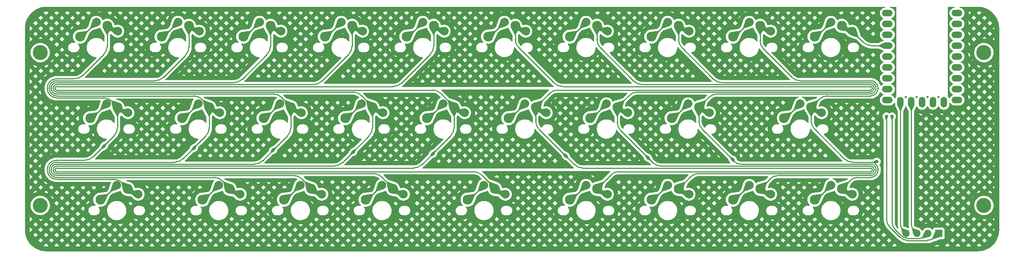
<source format=gbr>
%TF.GenerationSoftware,KiCad,Pcbnew,7.0.7*%
%TF.CreationDate,2023-09-01T12:35:23+10:00*%
%TF.ProjectId,qaz,71617a2e-6b69-4636-9164-5f7063625858,rev?*%
%TF.SameCoordinates,Original*%
%TF.FileFunction,Copper,L1,Top*%
%TF.FilePolarity,Positive*%
%FSLAX46Y46*%
G04 Gerber Fmt 4.6, Leading zero omitted, Abs format (unit mm)*
G04 Created by KiCad (PCBNEW 7.0.7) date 2023-09-01 12:35:23*
%MOMM*%
%LPD*%
G01*
G04 APERTURE LIST*
%TA.AperFunction,SMDPad,CuDef*%
%ADD10O,2.500000X1.500000*%
%TD*%
%TA.AperFunction,SMDPad,CuDef*%
%ADD11O,1.500000X2.500000*%
%TD*%
%TA.AperFunction,ComponentPad*%
%ADD12C,2.300000*%
%TD*%
%TA.AperFunction,ComponentPad*%
%ADD13C,2.000000*%
%TD*%
%TA.AperFunction,ComponentPad*%
%ADD14C,3.500000*%
%TD*%
%TA.AperFunction,ComponentPad*%
%ADD15R,1.700000X1.700000*%
%TD*%
%TA.AperFunction,ComponentPad*%
%ADD16O,1.700000X1.700000*%
%TD*%
%TA.AperFunction,ViaPad*%
%ADD17C,0.800000*%
%TD*%
%TA.AperFunction,Conductor*%
%ADD18C,0.250000*%
%TD*%
G04 APERTURE END LIST*
D10*
%TO.P,U1,1,0*%
%TO.N,c8*%
X235411604Y-26491473D03*
%TO.P,U1,2,1*%
%TO.N,c7*%
X235411604Y-29031473D03*
%TO.P,U1,3,2*%
%TO.N,c6*%
X235411604Y-31571473D03*
%TO.P,U1,4,3*%
%TO.N,c5*%
X235411604Y-34111473D03*
%TO.P,U1,5,4*%
%TO.N,c4*%
X235411604Y-36651473D03*
%TO.P,U1,6,5*%
%TO.N,c3*%
X235411604Y-39191473D03*
%TO.P,U1,7,6*%
%TO.N,c2*%
X235411604Y-41731473D03*
%TO.P,U1,8,7*%
%TO.N,c1*%
X235411604Y-44271473D03*
%TO.P,U1,9,8*%
%TO.N,c0*%
X235411604Y-46811473D03*
D11*
%TO.P,U1,10,9*%
%TO.N,r2*%
X232371604Y-47311473D03*
%TO.P,U1,11,10*%
%TO.N,r0*%
X229831604Y-47311473D03*
%TO.P,U1,12,11*%
%TO.N,r1*%
X227291604Y-47311473D03*
%TO.P,U1,13,12*%
%TO.N,scl*%
X224751604Y-47311473D03*
%TO.P,U1,14,13*%
%TO.N,sda*%
X222211604Y-47311473D03*
D10*
%TO.P,U1,15,14*%
%TO.N,unconnected-(U1-14-Pad15)*%
X219171604Y-46811473D03*
%TO.P,U1,16,15*%
%TO.N,unconnected-(U1-15-Pad16)*%
X219171604Y-44271473D03*
%TO.P,U1,17,26*%
%TO.N,unconnected-(U1-26-Pad17)*%
X219171604Y-41731473D03*
%TO.P,U1,18,27*%
%TO.N,unconnected-(U1-27-Pad18)*%
X219171604Y-39191473D03*
%TO.P,U1,19,28*%
%TO.N,unconnected-(U1-28-Pad19)*%
X219171604Y-36651473D03*
%TO.P,U1,20,29*%
%TO.N,c9*%
X219171604Y-34111473D03*
%TO.P,U1,21,3V3*%
%TO.N,+3.3V*%
X219171604Y-31571473D03*
%TO.P,U1,22,GND*%
%TO.N,GND*%
X219171604Y-29031473D03*
%TO.P,U1,23,5V*%
%TO.N,unconnected-(U1-5V-Pad23)*%
X219171604Y-26491473D03*
%TD*%
D12*
%TO.P,SW13,1,1*%
%TO.N,Net-(D7-A-Pad1)*%
X73577500Y-51035000D03*
D13*
X77387500Y-47675000D03*
D12*
%TO.P,SW13,2,2*%
%TO.N,c2*%
X79927500Y-48495000D03*
D13*
X82387500Y-49775000D03*
%TD*%
D12*
%TO.P,SW11,1,1*%
%TO.N,Net-(D6-A-Pad1)*%
X33096250Y-51035000D03*
D13*
X36906250Y-47675000D03*
D12*
%TO.P,SW11,2,2*%
%TO.N,c0*%
X39446250Y-48495000D03*
D13*
X41906250Y-49775000D03*
%TD*%
D12*
%TO.P,SW10,1,1*%
%TO.N,Net-(D5-A-Pad2)*%
X202165000Y-31985000D03*
D13*
X205975000Y-28625000D03*
D12*
%TO.P,SW10,2,2*%
%TO.N,c9*%
X208515000Y-29445000D03*
D13*
X210975000Y-30725000D03*
%TD*%
D12*
%TO.P,SW24,1,1*%
%TO.N,Net-(D13-A-Pad1)*%
X121202500Y-70085000D03*
D13*
X125012500Y-66725000D03*
D12*
%TO.P,SW24,2,2*%
%TO.N,c4*%
X127552500Y-67545000D03*
D13*
X130012500Y-68825000D03*
%TD*%
D12*
%TO.P,SW22,1,1*%
%TO.N,Net-(D12-A-Pad1)*%
X78340000Y-70085000D03*
D13*
X82150000Y-66725000D03*
D12*
%TO.P,SW22,2,2*%
%TO.N,c2*%
X84690000Y-67545000D03*
D13*
X87150000Y-68825000D03*
%TD*%
D12*
%TO.P,SW23,1,1*%
%TO.N,Net-(D12-A-Pad2)*%
X97390000Y-70085000D03*
D13*
X101200000Y-66725000D03*
D12*
%TO.P,SW23,2,2*%
%TO.N,c3*%
X103740000Y-67545000D03*
D13*
X106200000Y-68825000D03*
%TD*%
D12*
%TO.P,SW6,1,1*%
%TO.N,Net-(D3-A-Pad2)*%
X125965000Y-31985000D03*
D13*
X129775000Y-28625000D03*
D12*
%TO.P,SW6,2,2*%
%TO.N,c5*%
X132315000Y-29445000D03*
D13*
X134775000Y-30725000D03*
%TD*%
D12*
%TO.P,SW18,1,1*%
%TO.N,Net-(D9-A-Pad2)*%
X168827500Y-51035000D03*
D13*
X172637500Y-47675000D03*
D12*
%TO.P,SW18,2,2*%
%TO.N,c7*%
X175177500Y-48495000D03*
D13*
X177637500Y-49775000D03*
%TD*%
D12*
%TO.P,SW20,1,1*%
%TO.N,Net-(D11-A-Pad1)*%
X35477500Y-70085000D03*
D13*
X39287500Y-66725000D03*
D12*
%TO.P,SW20,2,2*%
%TO.N,c0*%
X41827500Y-67545000D03*
D13*
X44287500Y-68825000D03*
%TD*%
D14*
%TO.P,REF\u002A\u002A,1*%
%TO.N,N/C*%
X241697484Y-35718840D03*
%TD*%
D12*
%TO.P,SW9,1,1*%
%TO.N,Net-(D5-A-Pad1)*%
X183115000Y-31985000D03*
D13*
X186925000Y-28625000D03*
D12*
%TO.P,SW9,2,2*%
%TO.N,c8*%
X189465000Y-29445000D03*
D13*
X191925000Y-30725000D03*
%TD*%
D12*
%TO.P,SW8,1,1*%
%TO.N,Net-(D4-A-Pad2)*%
X164065000Y-31985000D03*
D13*
X167875000Y-28625000D03*
D12*
%TO.P,SW8,2,2*%
%TO.N,c7*%
X170415000Y-29445000D03*
D13*
X172875000Y-30725000D03*
%TD*%
D14*
%TO.P,REF\u002A\u002A,1*%
%TO.N,N/C*%
X21431250Y-71437500D03*
%TD*%
D12*
%TO.P,SW26,1,1*%
%TO.N,Net-(D14-A-Pad1)*%
X164065000Y-70085000D03*
D13*
X167875000Y-66725000D03*
D12*
%TO.P,SW26,2,2*%
%TO.N,c6*%
X170415000Y-67545000D03*
D13*
X172875000Y-68825000D03*
%TD*%
D12*
%TO.P,SW12,1,1*%
%TO.N,Net-(D6-A-Pad2)*%
X54527500Y-51035000D03*
D13*
X58337500Y-47675000D03*
D12*
%TO.P,SW12,2,2*%
%TO.N,c1*%
X60877500Y-48495000D03*
D13*
X63337500Y-49775000D03*
%TD*%
D12*
%TO.P,SW21,1,1*%
%TO.N,Net-(D11-A-Pad2)*%
X59290000Y-70085000D03*
D13*
X63100000Y-66725000D03*
D12*
%TO.P,SW21,2,2*%
%TO.N,c1*%
X65640000Y-67545000D03*
D13*
X68100000Y-68825000D03*
%TD*%
D12*
%TO.P,SW3,1,1*%
%TO.N,Net-(D2-A-Pad1)*%
X68815000Y-31985000D03*
D13*
X72625000Y-28625000D03*
D12*
%TO.P,SW3,2,2*%
%TO.N,c2*%
X75165000Y-29445000D03*
D13*
X77625000Y-30725000D03*
%TD*%
D12*
%TO.P,SW4,1,1*%
%TO.N,Net-(D2-A-Pad2)*%
X87865000Y-31985000D03*
D13*
X91675000Y-28625000D03*
D12*
%TO.P,SW4,2,2*%
%TO.N,c3*%
X94215000Y-29445000D03*
D13*
X96675000Y-30725000D03*
%TD*%
D12*
%TO.P,SW25,1,1*%
%TO.N,Net-(D13-A-Pad2)*%
X145015000Y-70085000D03*
D13*
X148825000Y-66725000D03*
D12*
%TO.P,SW25,2,2*%
%TO.N,c5*%
X151365000Y-67545000D03*
D13*
X153825000Y-68825000D03*
%TD*%
D12*
%TO.P,SW16,1,1*%
%TO.N,Net-(D8-A-Pad2)*%
X130727500Y-51035000D03*
D13*
X134537500Y-47675000D03*
D12*
%TO.P,SW16,2,2*%
%TO.N,c5*%
X137077500Y-48495000D03*
D13*
X139537500Y-49775000D03*
%TD*%
D14*
%TO.P,REF\u002A\u002A,1*%
%TO.N,N/C*%
X21431250Y-35718750D03*
%TD*%
D12*
%TO.P,SW15,1,1*%
%TO.N,Net-(D8-A-Pad1)*%
X111677500Y-51035000D03*
D13*
X115487500Y-47675000D03*
D12*
%TO.P,SW15,2,2*%
%TO.N,c4*%
X118027500Y-48495000D03*
D13*
X120487500Y-49775000D03*
%TD*%
D12*
%TO.P,SW2,1,1*%
%TO.N,Net-(D1-A-Pad2)*%
X49765000Y-31985000D03*
D13*
X53575000Y-28625000D03*
D12*
%TO.P,SW2,2,2*%
%TO.N,c1*%
X56115000Y-29445000D03*
D13*
X58575000Y-30725000D03*
%TD*%
D15*
%TO.P,J1,1,GND*%
%TO.N,GND*%
X231140576Y-77986134D03*
D16*
%TO.P,J1,2,VCC*%
%TO.N,+3.3V*%
X228600576Y-77986134D03*
%TO.P,J1,3,SCL*%
%TO.N,scl*%
X226060576Y-77986134D03*
%TO.P,J1,4,SDA*%
%TO.N,sda*%
X223520576Y-77986134D03*
%TD*%
D12*
%TO.P,SW5,1,1*%
%TO.N,Net-(D3-A-Pad1)*%
X106915000Y-31985000D03*
D13*
X110725000Y-28625000D03*
D12*
%TO.P,SW5,2,2*%
%TO.N,c4*%
X113265000Y-29445000D03*
D13*
X115725000Y-30725000D03*
%TD*%
D12*
%TO.P,SW28,1,1*%
%TO.N,Net-(D15-A-Pad1)*%
X202165000Y-70085000D03*
D13*
X205975000Y-66725000D03*
D12*
%TO.P,SW28,2,2*%
%TO.N,c8*%
X208515000Y-67545000D03*
D13*
X210975000Y-68825000D03*
%TD*%
D12*
%TO.P,SW14,1,1*%
%TO.N,Net-(D7-A-Pad2)*%
X92627500Y-51035000D03*
D13*
X96437500Y-47675000D03*
D12*
%TO.P,SW14,2,2*%
%TO.N,c3*%
X98977500Y-48495000D03*
D13*
X101437500Y-49775000D03*
%TD*%
D12*
%TO.P,SW7,1,1*%
%TO.N,Net-(D4-A-Pad1)*%
X145015000Y-31985000D03*
D13*
X148825000Y-28625000D03*
D12*
%TO.P,SW7,2,2*%
%TO.N,c6*%
X151365000Y-29445000D03*
D13*
X153825000Y-30725000D03*
%TD*%
D12*
%TO.P,SW17,1,1*%
%TO.N,Net-(D9-A-Pad1)*%
X149777500Y-51035000D03*
D13*
X153587500Y-47675000D03*
D12*
%TO.P,SW17,2,2*%
%TO.N,c6*%
X156127500Y-48495000D03*
D13*
X158587500Y-49775000D03*
%TD*%
D12*
%TO.P,SW19,1,1*%
%TO.N,Net-(D10-A-Pad1)*%
X195021250Y-51035000D03*
D13*
X198831250Y-47675000D03*
D12*
%TO.P,SW19,2,2*%
%TO.N,c8*%
X201371250Y-48495000D03*
D13*
X203831250Y-49775000D03*
%TD*%
D14*
%TO.P,REF\u002A\u002A,1*%
%TO.N,N/C*%
X241698296Y-71437920D03*
%TD*%
D12*
%TO.P,SW1,1,1*%
%TO.N,Net-(D1-A-Pad1)*%
X30715000Y-31985000D03*
D13*
X34525000Y-28625000D03*
D12*
%TO.P,SW1,2,2*%
%TO.N,c0*%
X37065000Y-29445000D03*
D13*
X39525000Y-30725000D03*
%TD*%
D12*
%TO.P,SW27,1,1*%
%TO.N,Net-(D14-A-Pad2)*%
X183115000Y-70085000D03*
D13*
X186925000Y-66725000D03*
D12*
%TO.P,SW27,2,2*%
%TO.N,c7*%
X189465000Y-67545000D03*
D13*
X191925000Y-68825000D03*
%TD*%
D17*
%TO.N,r0*%
X229831604Y-46811473D03*
%TO.N,r1*%
X227291604Y-46811473D03*
%TO.N,r2*%
X232371604Y-46811473D03*
%TO.N,c0*%
X234911604Y-46811473D03*
X36314276Y-57568400D03*
%TO.N,c1*%
X234911604Y-44271473D03*
X57333658Y-58018400D03*
%TO.N,c2*%
X75788398Y-58524234D03*
X234911604Y-41731473D03*
%TO.N,c3*%
X234911604Y-39191473D03*
X94540795Y-58918400D03*
%TO.N,c4*%
X234911604Y-36651473D03*
X113110040Y-59368400D03*
%TO.N,c5*%
X144066472Y-59818400D03*
X234911604Y-34111473D03*
%TO.N,c6*%
X234911604Y-31571473D03*
X163257722Y-60268400D03*
%TO.N,c7*%
X183059259Y-60722232D03*
X234911604Y-29031473D03*
%TO.N,c8*%
X234911604Y-26491473D03*
X216695024Y-61168400D03*
%TO.N,GND*%
X218946604Y-50601690D03*
X219671604Y-29031473D03*
%TO.N,+3.3V*%
X220266180Y-50601690D03*
X219671604Y-31571473D03*
%TD*%
D18*
%TO.N,Net-(D1-A-Pad1)*%
X30940000Y-31985000D02*
X30715000Y-31985000D01*
X31324099Y-31825900D02*
X34525000Y-28625000D01*
X30940000Y-31984998D02*
G75*
G03*
X31324098Y-31825899I0J543198D01*
G01*
%TO.N,Net-(D1-A-Pad2)*%
X49990000Y-31985000D02*
X49765000Y-31985000D01*
X50374099Y-31825900D02*
X53575000Y-28625000D01*
X49990000Y-31984998D02*
G75*
G03*
X50374098Y-31825899I0J543198D01*
G01*
%TO.N,Net-(D2-A-Pad1)*%
X69424099Y-31825900D02*
X72625000Y-28625000D01*
X69040000Y-31985000D02*
X68815000Y-31985000D01*
X69040000Y-31984998D02*
G75*
G03*
X69424098Y-31825899I0J543198D01*
G01*
%TO.N,Net-(D2-A-Pad2)*%
X88090000Y-31985000D02*
X87865000Y-31985000D01*
X88474099Y-31825900D02*
X91675000Y-28625000D01*
X88090000Y-31984998D02*
G75*
G03*
X88474098Y-31825899I0J543198D01*
G01*
%TO.N,Net-(D3-A-Pad1)*%
X107140000Y-31985000D02*
X106915000Y-31985000D01*
X107524099Y-31825900D02*
X110725000Y-28625000D01*
X107140000Y-31984998D02*
G75*
G03*
X107524098Y-31825899I0J543198D01*
G01*
%TO.N,Net-(D3-A-Pad2)*%
X126190000Y-31985000D02*
X125965000Y-31985000D01*
X126574099Y-31825900D02*
X129775000Y-28625000D01*
X126190000Y-31984998D02*
G75*
G03*
X126574098Y-31825899I0J543198D01*
G01*
%TO.N,Net-(D4-A-Pad1)*%
X145624099Y-31825900D02*
X148825000Y-28625000D01*
X145240000Y-31985000D02*
X145015000Y-31985000D01*
X145240000Y-31984998D02*
G75*
G03*
X145624098Y-31825899I0J543198D01*
G01*
%TO.N,Net-(D4-A-Pad2)*%
X164290000Y-31985000D02*
X164065000Y-31985000D01*
X164674099Y-31825900D02*
X167875000Y-28625000D01*
X164290000Y-31984998D02*
G75*
G03*
X164674098Y-31825899I0J543198D01*
G01*
%TO.N,Net-(D5-A-Pad1)*%
X183340000Y-31985000D02*
X183115000Y-31985000D01*
X183724099Y-31825900D02*
X186925000Y-28625000D01*
X183340000Y-31984998D02*
G75*
G03*
X183724098Y-31825899I0J543198D01*
G01*
%TO.N,Net-(D5-A-Pad2)*%
X202774099Y-31825900D02*
X205975000Y-28625000D01*
X202390000Y-31985000D02*
X202165000Y-31985000D01*
X202390000Y-31984998D02*
G75*
G03*
X202774098Y-31825899I0J543198D01*
G01*
%TO.N,Net-(D6-A-Pad1)*%
X33321250Y-51035000D02*
X33096250Y-51035000D01*
X33705349Y-50875900D02*
X36906250Y-47675000D01*
X33321250Y-51035034D02*
G75*
G03*
X33705349Y-50875900I-50J543234D01*
G01*
%TO.N,Net-(D6-A-Pad2)*%
X54752500Y-51035000D02*
X54527500Y-51035000D01*
X55136599Y-50875900D02*
X58337500Y-47675000D01*
X54752500Y-51034998D02*
G75*
G03*
X55136598Y-50875899I0J543198D01*
G01*
%TO.N,Net-(D7-A-Pad1)*%
X74186599Y-50875900D02*
X77387500Y-47675000D01*
X73802500Y-51035000D02*
X73577500Y-51035000D01*
X73802500Y-51034998D02*
G75*
G03*
X74186598Y-50875899I0J543198D01*
G01*
%TO.N,Net-(D7-A-Pad2)*%
X93236599Y-50875900D02*
X96437500Y-47675000D01*
X92852500Y-51035000D02*
X92627500Y-51035000D01*
X92852500Y-51034998D02*
G75*
G03*
X93236598Y-50875899I0J543198D01*
G01*
%TO.N,Net-(D8-A-Pad1)*%
X111902500Y-51035000D02*
X111677500Y-51035000D01*
X112286599Y-50875900D02*
X115487500Y-47675000D01*
X111902500Y-51034998D02*
G75*
G03*
X112286598Y-50875899I0J543198D01*
G01*
%TO.N,Net-(D8-A-Pad2)*%
X130952500Y-51035000D02*
X130727500Y-51035000D01*
X131336599Y-50875900D02*
X134537500Y-47675000D01*
X130952500Y-51034998D02*
G75*
G03*
X131336598Y-50875899I0J543198D01*
G01*
%TO.N,Net-(D9-A-Pad1)*%
X150002500Y-51035000D02*
X149777500Y-51035000D01*
X150386599Y-50875900D02*
X153587500Y-47675000D01*
X150002500Y-51034998D02*
G75*
G03*
X150386598Y-50875899I0J543198D01*
G01*
%TO.N,Net-(D9-A-Pad2)*%
X169052500Y-51035000D02*
X168827500Y-51035000D01*
X169436599Y-50875900D02*
X172637500Y-47675000D01*
X169052500Y-51034998D02*
G75*
G03*
X169436598Y-50875899I0J543198D01*
G01*
%TO.N,Net-(D10-A-Pad1)*%
X195246250Y-51035000D02*
X195021250Y-51035000D01*
X195630349Y-50875900D02*
X198831250Y-47675000D01*
X195246250Y-51035034D02*
G75*
G03*
X195630349Y-50875900I-50J543234D01*
G01*
%TO.N,Net-(D11-A-Pad1)*%
X36086599Y-69925900D02*
X39287500Y-66725000D01*
X35702500Y-70085000D02*
X35477500Y-70085000D01*
X35702500Y-70084998D02*
G75*
G03*
X36086598Y-69925899I0J543198D01*
G01*
%TO.N,Net-(D11-A-Pad2)*%
X59515000Y-70085000D02*
X59290000Y-70085000D01*
X59899099Y-69925900D02*
X63100000Y-66725000D01*
X59515000Y-70084998D02*
G75*
G03*
X59899098Y-69925899I0J543198D01*
G01*
%TO.N,Net-(D12-A-Pad1)*%
X78565000Y-70085000D02*
X78340000Y-70085000D01*
X78949099Y-69925900D02*
X82150000Y-66725000D01*
X78565000Y-70084998D02*
G75*
G03*
X78949098Y-69925899I0J543198D01*
G01*
%TO.N,Net-(D12-A-Pad2)*%
X97999099Y-69925900D02*
X101200000Y-66725000D01*
X97615000Y-70085000D02*
X97390000Y-70085000D01*
X97615000Y-70084998D02*
G75*
G03*
X97999098Y-69925899I0J543198D01*
G01*
%TO.N,Net-(D13-A-Pad1)*%
X121811599Y-69925900D02*
X125012500Y-66725000D01*
X121427500Y-70085000D02*
X121202500Y-70085000D01*
X121427500Y-70084998D02*
G75*
G03*
X121811598Y-69925899I0J543198D01*
G01*
%TO.N,Net-(D13-A-Pad2)*%
X145240000Y-70085000D02*
X145015000Y-70085000D01*
X145624099Y-69925900D02*
X148825000Y-66725000D01*
X145240000Y-70084998D02*
G75*
G03*
X145624098Y-69925899I0J543198D01*
G01*
%TO.N,Net-(D14-A-Pad1)*%
X164674099Y-69925900D02*
X167875000Y-66725000D01*
X164290000Y-70085000D02*
X164065000Y-70085000D01*
X164290000Y-70084998D02*
G75*
G03*
X164674098Y-69925899I0J543198D01*
G01*
%TO.N,Net-(D15-A-Pad1)*%
X202390000Y-70085000D02*
X202165000Y-70085000D01*
X202774099Y-69925900D02*
X205975000Y-66725000D01*
X202390000Y-70084998D02*
G75*
G03*
X202774098Y-69925899I0J543198D01*
G01*
%TO.N,c0*%
X40309056Y-49357806D02*
X39500638Y-48549388D01*
X43697500Y-68825000D02*
X44287500Y-68825000D01*
X23064903Y-63134555D02*
X23064903Y-63071181D01*
X37637725Y-30017725D02*
X37927806Y-30307806D01*
X38177872Y-47072789D02*
X39391861Y-48286778D01*
X36332411Y-57498969D02*
X38649353Y-55182027D01*
X39446250Y-48571916D02*
X39446250Y-48418083D01*
X36314276Y-57568400D02*
X36314276Y-57542752D01*
X38935000Y-30725000D02*
X39525000Y-30725000D01*
X29442570Y-41830579D02*
X25252210Y-41830579D01*
X38635292Y-65325941D02*
X25256288Y-65325941D01*
X41316250Y-49775000D02*
X41906250Y-49775000D01*
X36244845Y-57586535D02*
X33747650Y-60083730D01*
X37065000Y-34208149D02*
X37065000Y-30254956D01*
X23070740Y-44094418D02*
X23070740Y-44012049D01*
X39446250Y-48571916D02*
X39446250Y-53258149D01*
X41881888Y-67599388D02*
X42690306Y-68407806D01*
X25255457Y-60880627D02*
X31823772Y-60880627D01*
X31366448Y-41033682D02*
X36268103Y-36132027D01*
X40559170Y-66122837D02*
X41773111Y-67336778D01*
X25252214Y-46275893D02*
X36253994Y-46275893D01*
X36314276Y-57568400D02*
X36288628Y-57568400D01*
X23064907Y-63134555D02*
G75*
G03*
X23706745Y-64684099I2191383J-5D01*
G01*
X41827514Y-67468083D02*
G75*
G03*
X41881888Y-67599388I185686J-17D01*
G01*
X36288628Y-57568415D02*
G75*
G03*
X36244846Y-57586536I-28J-61885D01*
G01*
X23706523Y-61522247D02*
G75*
G03*
X23064903Y-63071181I1548877J-1548953D01*
G01*
X38177882Y-47072779D02*
G75*
G03*
X36253994Y-46275893I-1923882J-1923921D01*
G01*
X37637709Y-30017741D02*
G75*
G03*
X37065000Y-30254956I-237209J-237259D01*
G01*
X25255457Y-60880602D02*
G75*
G03*
X23706501Y-61522225I43J-2190598D01*
G01*
X31823772Y-60880620D02*
G75*
G03*
X33747650Y-60083730I28J2720720D01*
G01*
X40309078Y-49357784D02*
G75*
G03*
X41316250Y-49775000I1007222J1007184D01*
G01*
X42690303Y-68407809D02*
G75*
G03*
X43697500Y-68825000I1007197J1007209D01*
G01*
X23706760Y-64684084D02*
G75*
G03*
X25256288Y-65325941I1549540J1549484D01*
G01*
X36332434Y-57498992D02*
G75*
G03*
X36314276Y-57542752I43766J-43808D01*
G01*
X36268084Y-36132008D02*
G75*
G03*
X37065000Y-34208149I-1923884J1923908D01*
G01*
X23709680Y-42469519D02*
G75*
G03*
X23070740Y-44012049I1542520J-1542531D01*
G01*
X39500634Y-48549392D02*
G75*
G03*
X39446250Y-48571916I-22534J-22508D01*
G01*
X39446274Y-48418083D02*
G75*
G03*
X39391861Y-48286778I-185674J-17D01*
G01*
X23070723Y-44094418D02*
G75*
G03*
X23709679Y-45636954I2181477J18D01*
G01*
X40559171Y-66122836D02*
G75*
G03*
X38635292Y-65325941I-1923871J-1923864D01*
G01*
X29442570Y-41830555D02*
G75*
G03*
X31366447Y-41033681I30J2720755D01*
G01*
X41827509Y-67468083D02*
G75*
G03*
X41773111Y-67336778I-185709J-17D01*
G01*
X23709668Y-45636965D02*
G75*
G03*
X25252214Y-46275893I1542532J1542565D01*
G01*
X39446250Y-48418083D02*
G75*
G03*
X39500639Y-48549387I185650J-17D01*
G01*
X37927803Y-30307809D02*
G75*
G03*
X38935000Y-30725000I1007197J1007209D01*
G01*
X38649324Y-55181998D02*
G75*
G03*
X39446250Y-53258149I-1923824J1923898D01*
G01*
X25252210Y-41830573D02*
G75*
G03*
X23709679Y-42469518I-10J-2181427D01*
G01*
%TO.N,c1*%
X57212613Y-58050017D02*
X54728900Y-60533730D01*
X65694388Y-67599388D02*
X66502806Y-68407806D01*
X56115000Y-34436374D02*
X56115000Y-30055095D01*
X67510000Y-68825000D02*
X68100000Y-68825000D01*
X25252210Y-42280579D02*
X48270795Y-42280579D01*
X25252214Y-45825893D02*
X57235244Y-45825893D01*
X57365275Y-57897355D02*
X60080603Y-55182027D01*
X57985000Y-30725000D02*
X58575000Y-30725000D01*
X23514903Y-63071181D02*
X23514903Y-63134555D01*
X57333658Y-57973686D02*
X57333658Y-58018400D01*
X23520740Y-44094418D02*
X23520740Y-44012049D01*
X52805022Y-61330627D02*
X25255457Y-61330627D01*
X60823111Y-48286778D02*
X59159122Y-46622789D01*
X55318103Y-36360252D02*
X50194673Y-41483682D01*
X65585611Y-67336778D02*
X63921670Y-65672837D01*
X60877500Y-48571916D02*
X60877500Y-48418083D01*
X56977806Y-30307806D02*
X56546403Y-29876403D01*
X60877500Y-53258149D02*
X60877500Y-48571916D01*
X61997792Y-64875941D02*
X25256288Y-64875941D01*
X60931888Y-48549388D02*
X61740306Y-49357806D01*
X57288944Y-58018400D02*
X57333658Y-58018400D01*
X62747500Y-49775000D02*
X63337500Y-49775000D01*
X60931945Y-48549331D02*
G75*
G03*
X60877500Y-48571916I-22545J-22569D01*
G01*
X23514938Y-63134555D02*
G75*
G03*
X24024943Y-64365901I1741362J-45D01*
G01*
X56546389Y-29876417D02*
G75*
G03*
X56115000Y-30055095I-178689J-178683D01*
G01*
X57365283Y-57897363D02*
G75*
G03*
X57333658Y-57973686I76317J-76337D01*
G01*
X52805022Y-61330655D02*
G75*
G03*
X54728899Y-60533729I-22J2720755D01*
G01*
X59159107Y-46622804D02*
G75*
G03*
X57235244Y-45825893I-1923907J-1923896D01*
G01*
X48270795Y-42280573D02*
G75*
G03*
X50194673Y-41483682I5J2720773D01*
G01*
X60877509Y-48418083D02*
G75*
G03*
X60823111Y-48286778I-185709J-17D01*
G01*
X56977803Y-30307809D02*
G75*
G03*
X57985000Y-30725000I1007197J1007209D01*
G01*
X24024721Y-61840445D02*
G75*
G03*
X23514903Y-63071181I1230679J-1230755D01*
G01*
X65640014Y-67468083D02*
G75*
G03*
X65694388Y-67599388I185686J-17D01*
G01*
X55318122Y-36360271D02*
G75*
G03*
X56115000Y-34436374I-1923922J1923871D01*
G01*
X24024958Y-64365886D02*
G75*
G03*
X25256288Y-64875941I1231342J1231286D01*
G01*
X60080584Y-55182008D02*
G75*
G03*
X60877500Y-53258149I-1923884J1923908D01*
G01*
X66502803Y-68407809D02*
G75*
G03*
X67510000Y-68825000I1007197J1007209D01*
G01*
X65640009Y-67468083D02*
G75*
G03*
X65585611Y-67336778I-185709J-17D01*
G01*
X25255457Y-61330602D02*
G75*
G03*
X24024699Y-61840423I43J-1740598D01*
G01*
X23520723Y-44094418D02*
G75*
G03*
X24027877Y-45318756I1731477J18D01*
G01*
X25252210Y-42280572D02*
G75*
G03*
X24027876Y-42787715I-10J-1731428D01*
G01*
X24027853Y-42787692D02*
G75*
G03*
X23520740Y-44012049I1224347J-1224308D01*
G01*
X63921671Y-65672836D02*
G75*
G03*
X61997792Y-64875941I-1923871J-1923864D01*
G01*
X24027866Y-45318767D02*
G75*
G03*
X25252214Y-45825893I1224334J1224367D01*
G01*
X61740303Y-49357809D02*
G75*
G03*
X62747500Y-49775000I1007197J1007209D01*
G01*
X57288944Y-58018417D02*
G75*
G03*
X57212613Y-58050017I-44J-107883D01*
G01*
X60877514Y-48418083D02*
G75*
G03*
X60931888Y-48549388I185686J-17D01*
G01*
%TO.N,c2*%
X79981888Y-48549388D02*
X80790306Y-49357806D01*
X23970683Y-63061313D02*
X23970683Y-63144422D01*
X81797500Y-49775000D02*
X82387500Y-49775000D01*
X25252201Y-64425941D02*
X80597792Y-64425941D01*
X77035000Y-30725000D02*
X77625000Y-30725000D01*
X85552806Y-68407806D02*
X84744388Y-67599388D01*
X79927500Y-48571916D02*
X79927500Y-48418083D01*
X66642570Y-42730579D02*
X25252210Y-42730579D01*
X75165000Y-34208149D02*
X75165000Y-30254956D01*
X25251369Y-61780627D02*
X71405022Y-61780627D01*
X75737725Y-30017725D02*
X76027806Y-30307806D01*
X73328900Y-60983730D02*
X75788398Y-58524234D01*
X75788398Y-58524234D02*
X79130603Y-55182027D01*
X74368103Y-36132027D02*
X68566448Y-41933682D01*
X79927500Y-48571916D02*
X79927500Y-53258149D01*
X82521670Y-65222837D02*
X84635611Y-67336778D01*
X23970740Y-44094419D02*
X23970740Y-44012049D01*
X86560000Y-68825000D02*
X87150000Y-68825000D01*
X25252213Y-45375893D02*
X75835244Y-45375893D01*
X79873111Y-48286778D02*
X77759122Y-46172789D01*
X79927514Y-48418083D02*
G75*
G03*
X79981888Y-48549388I185686J-17D01*
G01*
X80790303Y-49357809D02*
G75*
G03*
X81797500Y-49775000I1007197J1007209D01*
G01*
X84690009Y-67468083D02*
G75*
G03*
X84635611Y-67336778I-185709J-17D01*
G01*
X24346051Y-43105890D02*
G75*
G03*
X23970740Y-44012049I906149J-906110D01*
G01*
X71405022Y-61780655D02*
G75*
G03*
X73328899Y-60983729I-22J2720755D01*
G01*
X79130584Y-55182008D02*
G75*
G03*
X79927500Y-53258149I-1923884J1923908D01*
G01*
X25251369Y-61780601D02*
G75*
G03*
X24345787Y-62155731I31J-1280699D01*
G01*
X25252210Y-42730572D02*
G75*
G03*
X24346074Y-43105913I-10J-1281428D01*
G01*
X66642570Y-42730555D02*
G75*
G03*
X68566447Y-41933681I30J2720755D01*
G01*
X82521671Y-65222836D02*
G75*
G03*
X80597792Y-64425941I-1923871J-1923864D01*
G01*
X75737709Y-30017741D02*
G75*
G03*
X75165000Y-30254956I-237209J-237259D01*
G01*
X24345774Y-62155718D02*
G75*
G03*
X23970683Y-63061313I905626J-905582D01*
G01*
X77759107Y-46172804D02*
G75*
G03*
X75835244Y-45375893I-1923907J-1923896D01*
G01*
X84690014Y-67468083D02*
G75*
G03*
X84744388Y-67599388I185686J-17D01*
G01*
X74368084Y-36132008D02*
G75*
G03*
X75165000Y-34208149I-1923884J1923908D01*
G01*
X23970667Y-63144422D02*
G75*
G03*
X24346031Y-64050593I1281533J22D01*
G01*
X23970723Y-44094419D02*
G75*
G03*
X24346075Y-45000558I1281477J19D01*
G01*
X76027803Y-30307809D02*
G75*
G03*
X77035000Y-30725000I1007197J1007209D01*
G01*
X24346026Y-64050598D02*
G75*
G03*
X25252201Y-64425941I906174J906198D01*
G01*
X85552803Y-68407809D02*
G75*
G03*
X86560000Y-68825000I1007197J1007209D01*
G01*
X24346064Y-45000569D02*
G75*
G03*
X25252213Y-45375893I906136J906169D01*
G01*
X79981945Y-48549331D02*
G75*
G03*
X79927500Y-48571916I-22545J-22569D01*
G01*
X79927509Y-48418083D02*
G75*
G03*
X79873111Y-48286778I-185709J-17D01*
G01*
%TO.N,c3*%
X96085000Y-30725000D02*
X96675000Y-30725000D01*
X99031888Y-48549388D02*
X99840306Y-49357806D01*
X105610000Y-68825000D02*
X106200000Y-68825000D01*
X99197792Y-63975941D02*
X25252201Y-63975941D01*
X98923111Y-48286778D02*
X96359122Y-45722789D01*
X91928900Y-61433730D02*
X94410090Y-58952540D01*
X100847500Y-49775000D02*
X101437500Y-49775000D01*
X25252210Y-43180579D02*
X85242570Y-43180579D01*
X94215000Y-34208149D02*
X94215000Y-30254956D01*
X94787725Y-30017725D02*
X95077806Y-30307806D01*
X25252213Y-44925893D02*
X94435244Y-44925893D01*
X94574935Y-58787695D02*
X98180603Y-55182027D01*
X90005022Y-62230627D02*
X25251369Y-62230627D01*
X103794388Y-67599388D02*
X104602806Y-68407806D01*
X101121670Y-64772837D02*
X103685611Y-67336778D01*
X94540795Y-58870118D02*
X94540795Y-58918400D01*
X94492513Y-58918400D02*
X94540795Y-58918400D01*
X98977500Y-48571916D02*
X98977500Y-48418083D01*
X98977500Y-48571916D02*
X98977500Y-53258149D01*
X24420740Y-44094419D02*
X24420740Y-44012049D01*
X87166448Y-42383682D02*
X93418103Y-36132027D01*
X24420683Y-63061313D02*
X24420683Y-63144422D01*
X98977509Y-48418083D02*
G75*
G03*
X98923111Y-48286778I-185709J-17D01*
G01*
X99031945Y-48549331D02*
G75*
G03*
X98977500Y-48571916I-22545J-22569D01*
G01*
X94574918Y-58787678D02*
G75*
G03*
X94540795Y-58870118I82482J-82422D01*
G01*
X95077803Y-30307809D02*
G75*
G03*
X96085000Y-30725000I1007197J1007209D01*
G01*
X85242570Y-43180555D02*
G75*
G03*
X87166447Y-42383681I30J2720755D01*
G01*
X24420667Y-63144422D02*
G75*
G03*
X24664229Y-63732395I831533J22D01*
G01*
X24663972Y-62473916D02*
G75*
G03*
X24420683Y-63061313I587428J-587384D01*
G01*
X103740009Y-67468083D02*
G75*
G03*
X103685611Y-67336778I-185709J-17D01*
G01*
X99840303Y-49357809D02*
G75*
G03*
X100847500Y-49775000I1007197J1007209D01*
G01*
X24664224Y-63732400D02*
G75*
G03*
X25252201Y-63975941I587976J588000D01*
G01*
X104602803Y-68407809D02*
G75*
G03*
X105610000Y-68825000I1007197J1007209D01*
G01*
X98180584Y-55182008D02*
G75*
G03*
X98977500Y-53258149I-1923884J1923908D01*
G01*
X96359107Y-45722804D02*
G75*
G03*
X94435244Y-44925893I-1923907J-1923896D01*
G01*
X25252210Y-43180572D02*
G75*
G03*
X24664272Y-43424111I-10J-831428D01*
G01*
X98977514Y-48418083D02*
G75*
G03*
X99031888Y-48549388I185686J-17D01*
G01*
X90005022Y-62230655D02*
G75*
G03*
X91928899Y-61433729I-22J2720755D01*
G01*
X93418084Y-36132008D02*
G75*
G03*
X94215000Y-34208149I-1923884J1923908D01*
G01*
X103740014Y-67468083D02*
G75*
G03*
X103794388Y-67599388I185686J-17D01*
G01*
X24420723Y-44094419D02*
G75*
G03*
X24664273Y-44682360I831477J19D01*
G01*
X24664262Y-44682371D02*
G75*
G03*
X25252213Y-44925893I587938J587971D01*
G01*
X94787709Y-30017741D02*
G75*
G03*
X94215000Y-30254956I-237209J-237259D01*
G01*
X94492513Y-58918420D02*
G75*
G03*
X94410090Y-58952540I-13J-116580D01*
G01*
X24664249Y-43424088D02*
G75*
G03*
X24420740Y-44012049I587951J-587912D01*
G01*
X25251369Y-62230601D02*
G75*
G03*
X24663985Y-62473929I31J-830699D01*
G01*
X101121671Y-64772836D02*
G75*
G03*
X99197792Y-63975941I-1923871J-1923864D01*
G01*
%TO.N,c4*%
X113020964Y-59391666D02*
X110528900Y-61883730D01*
X129422500Y-68825000D02*
X130012500Y-68825000D01*
X117973111Y-48286778D02*
X114959122Y-45272789D01*
X113133306Y-59279324D02*
X117230603Y-55182027D01*
X24870740Y-44094419D02*
X24870740Y-44012049D01*
X24870683Y-63144423D02*
X24870683Y-63061313D01*
X113110040Y-59368400D02*
X113077135Y-59368400D01*
X119897500Y-49775000D02*
X120487500Y-49775000D01*
X118081888Y-48549388D02*
X118890306Y-49357806D01*
X25251369Y-62680627D02*
X108605022Y-62680627D01*
X113265000Y-34208149D02*
X113265000Y-30055095D01*
X124484170Y-64322837D02*
X127498111Y-67336778D01*
X118027500Y-48571916D02*
X118027500Y-53258149D01*
X114127806Y-30307806D02*
X113696403Y-29876403D01*
X118027500Y-48571916D02*
X118027500Y-48418083D01*
X122560292Y-63525941D02*
X25252200Y-63525941D01*
X128415306Y-68407806D02*
X127606888Y-67599388D01*
X115135000Y-30725000D02*
X115725000Y-30725000D01*
X113035244Y-44475893D02*
X25252213Y-44475893D01*
X112468103Y-36132027D02*
X105766448Y-42833682D01*
X113110040Y-59368400D02*
X113110040Y-59335495D01*
X25252210Y-43630579D02*
X103842570Y-43630579D01*
X128415303Y-68407809D02*
G75*
G03*
X129422500Y-68825000I1007197J1007209D01*
G01*
X118027509Y-48418083D02*
G75*
G03*
X117973111Y-48286778I-185709J-17D01*
G01*
X127552514Y-67468083D02*
G75*
G03*
X127606888Y-67599388I185686J-17D01*
G01*
X24870723Y-44094419D02*
G75*
G03*
X24982472Y-44364161I381477J19D01*
G01*
X114959107Y-45272804D02*
G75*
G03*
X113035244Y-44475893I-1923907J-1923896D01*
G01*
X113696389Y-29876417D02*
G75*
G03*
X113265000Y-30055095I-178689J-178683D01*
G01*
X24982448Y-43742287D02*
G75*
G03*
X24870740Y-44012049I269752J-269713D01*
G01*
X108605022Y-62680655D02*
G75*
G03*
X110528899Y-61883729I-22J2720755D01*
G01*
X113133304Y-59279322D02*
G75*
G03*
X113110040Y-59335495I56196J-56178D01*
G01*
X124484171Y-64322836D02*
G75*
G03*
X122560292Y-63525941I-1923871J-1923864D01*
G01*
X24982460Y-44364173D02*
G75*
G03*
X25252213Y-44475893I269740J269773D01*
G01*
X118081945Y-48549331D02*
G75*
G03*
X118027500Y-48571916I-22545J-22569D01*
G01*
X118890303Y-49357809D02*
G75*
G03*
X119897500Y-49775000I1007197J1007209D01*
G01*
X117230584Y-55182008D02*
G75*
G03*
X118027500Y-53258149I-1923884J1923908D01*
G01*
X103842570Y-43630555D02*
G75*
G03*
X105766447Y-42833681I30J2720755D01*
G01*
X114127803Y-30307809D02*
G75*
G03*
X115135000Y-30725000I1007197J1007209D01*
G01*
X113077135Y-59368414D02*
G75*
G03*
X113020965Y-59391667I-35J-79386D01*
G01*
X25251369Y-62680601D02*
G75*
G03*
X24982183Y-62792127I31J-380699D01*
G01*
X24982170Y-62792114D02*
G75*
G03*
X24870683Y-63061313I269230J-269186D01*
G01*
X112468084Y-36132008D02*
G75*
G03*
X113265000Y-34208149I-1923884J1923908D01*
G01*
X127552509Y-67468083D02*
G75*
G03*
X127498111Y-67336778I-185709J-17D01*
G01*
X24982422Y-63414202D02*
G75*
G03*
X25252200Y-63525941I269778J269802D01*
G01*
X25252210Y-43630572D02*
G75*
G03*
X24982470Y-43742309I-10J-381428D01*
G01*
X118027514Y-48418083D02*
G75*
G03*
X118081888Y-48549388I185686J-17D01*
G01*
X24870667Y-63144423D02*
G75*
G03*
X24982427Y-63414197I381533J23D01*
G01*
%TO.N,c5*%
X215630526Y-44104802D02*
X215630526Y-44001575D01*
X134185000Y-30725000D02*
X134775000Y-30725000D01*
X137077500Y-51713587D02*
X137077500Y-49400096D01*
X144066472Y-59823970D02*
X144066472Y-59818400D01*
X133177806Y-30307806D02*
X132746403Y-29876403D01*
X137874396Y-53637465D02*
X144051392Y-59814461D01*
X144070410Y-59833479D02*
X146120661Y-61883730D01*
X151796403Y-67976403D02*
X152227806Y-68407806D01*
X215255505Y-62680627D02*
X148044539Y-62680627D01*
X132315000Y-32625785D02*
X132315000Y-30055095D01*
X137650225Y-49067725D02*
X137940306Y-49357806D01*
X138947500Y-49775000D02*
X139537500Y-49775000D01*
X141395915Y-42833682D02*
X133111896Y-34549663D01*
X215259435Y-44475893D02*
X142223588Y-44475893D01*
X144060901Y-59818400D02*
X144066472Y-59818400D01*
X215636144Y-63144387D02*
X215636144Y-63061265D01*
X151796402Y-67113596D02*
X154587162Y-64322837D01*
X215254590Y-63525941D02*
X156511040Y-63525941D01*
X137717499Y-47854999D02*
X140299710Y-45272789D01*
X215259529Y-43630579D02*
X143319793Y-43630579D01*
X153235000Y-68825000D02*
X153825000Y-68825000D01*
X144051401Y-59814452D02*
G75*
G03*
X144060901Y-59818400I9499J9452D01*
G01*
X215524394Y-63414191D02*
G75*
G03*
X215636144Y-63144387I-269794J269791D01*
G01*
X215254590Y-63525937D02*
G75*
G03*
X215524389Y-63414186I10J381537D01*
G01*
X215521853Y-43739251D02*
G75*
G03*
X215259529Y-43630579I-262353J-262349D01*
G01*
X137940303Y-49357809D02*
G75*
G03*
X138947500Y-49775000I1007197J1007209D01*
G01*
X142223588Y-44475894D02*
G75*
G03*
X140299710Y-45272789I12J-2720806D01*
G01*
X137717491Y-47854990D02*
G75*
G03*
X137650225Y-49067725I576509J-640210D01*
G01*
X151796404Y-67113598D02*
G75*
G03*
X151796404Y-67976402I431396J-431402D01*
G01*
X215521842Y-44367209D02*
G75*
G03*
X215630526Y-44104802I-262442J262409D01*
G01*
X215630534Y-44001575D02*
G75*
G03*
X215521863Y-43739241I-371034J-25D01*
G01*
X137077517Y-51713587D02*
G75*
G03*
X137874396Y-53637465I2720783J-13D01*
G01*
X156511040Y-63525965D02*
G75*
G03*
X154587162Y-64322837I-40J-2720735D01*
G01*
X133177803Y-30307809D02*
G75*
G03*
X134185000Y-30725000I1007197J1007209D01*
G01*
X215636166Y-63061265D02*
G75*
G03*
X215524657Y-62792113I-380666J-35D01*
G01*
X137650205Y-49067753D02*
G75*
G03*
X137077501Y-49400096I-215105J-288947D01*
G01*
X132315018Y-32625785D02*
G75*
G03*
X133111896Y-34549663I2720782J-15D01*
G01*
X215259435Y-44475917D02*
G75*
G03*
X215521836Y-44367203I-35J371117D01*
G01*
X132746389Y-29876417D02*
G75*
G03*
X132315000Y-30055095I-178689J-178683D01*
G01*
X137717501Y-47855001D02*
G75*
G03*
X137077500Y-49400096I1545099J-1545099D01*
G01*
X141395917Y-42833680D02*
G75*
G03*
X143319793Y-43630579I1923883J1923880D01*
G01*
X152227803Y-68407809D02*
G75*
G03*
X153235000Y-68825000I1007197J1007209D01*
G01*
X144066487Y-59823970D02*
G75*
G03*
X144070410Y-59833479I13413J-30D01*
G01*
X146120651Y-61883740D02*
G75*
G03*
X148044539Y-62680627I1923849J1923840D01*
G01*
X215524661Y-62792109D02*
G75*
G03*
X215255505Y-62680627I-269161J-269191D01*
G01*
%TO.N,c6*%
X166346930Y-62230627D02*
X215255505Y-62230627D01*
X170846402Y-67113596D02*
X173187162Y-64772837D01*
X215259528Y-43180579D02*
X161919793Y-43180579D01*
X172285000Y-68825000D02*
X172875000Y-68825000D01*
X175111040Y-63975941D02*
X215254590Y-63975941D01*
X215259434Y-44925893D02*
X160823588Y-44925893D01*
X216086144Y-63061265D02*
X216086144Y-63144387D01*
X171277806Y-68407806D02*
X170846403Y-67976403D01*
X156127500Y-52011196D02*
X156127500Y-49400096D01*
X158899710Y-45722789D02*
X156767499Y-47854999D01*
X216080526Y-44104801D02*
X216080526Y-44001576D01*
X152227806Y-30307806D02*
X151796403Y-29876403D01*
X153235000Y-30725000D02*
X153825000Y-30725000D01*
X164423052Y-61433730D02*
X163257722Y-60268400D01*
X156700225Y-49067725D02*
X156990306Y-49357806D01*
X156924396Y-53935074D02*
X163257722Y-60268400D01*
X157997500Y-49775000D02*
X158587500Y-49775000D01*
X159995915Y-42383682D02*
X152161896Y-34549663D01*
X151365000Y-32625785D02*
X151365000Y-30055095D01*
X171277803Y-68407809D02*
G75*
G03*
X172285000Y-68825000I1007197J1007209D01*
G01*
X156767501Y-47855001D02*
G75*
G03*
X156127500Y-49400096I1545099J-1545099D01*
G01*
X160823588Y-44925894D02*
G75*
G03*
X158899710Y-45722789I12J-2720806D01*
G01*
X215842860Y-62473910D02*
G75*
G03*
X215255505Y-62230627I-587360J-587390D01*
G01*
X170846404Y-67113598D02*
G75*
G03*
X170846404Y-67976402I431396J-431402D01*
G01*
X215840052Y-43421052D02*
G75*
G03*
X215259528Y-43180579I-580552J-580548D01*
G01*
X216086166Y-63061265D02*
G75*
G03*
X215842855Y-62473915I-830666J-35D01*
G01*
X152227803Y-30307809D02*
G75*
G03*
X153235000Y-30725000I1007197J1007209D01*
G01*
X156700205Y-49067753D02*
G75*
G03*
X156127501Y-49400096I-215105J-288947D01*
G01*
X156127511Y-52011196D02*
G75*
G03*
X156924397Y-53935073I2720789J-4D01*
G01*
X151365018Y-32625785D02*
G75*
G03*
X152161896Y-34549663I2720782J-15D01*
G01*
X215842592Y-63732389D02*
G75*
G03*
X216086144Y-63144387I-587992J587989D01*
G01*
X159995917Y-42383680D02*
G75*
G03*
X161919793Y-43180579I1923883J1923880D01*
G01*
X216080534Y-44001576D02*
G75*
G03*
X215840061Y-43421043I-821034J-24D01*
G01*
X215840040Y-44685407D02*
G75*
G03*
X216080526Y-44104801I-580640J580607D01*
G01*
X215259434Y-44925917D02*
G75*
G03*
X215840034Y-44685401I-34J821117D01*
G01*
X175111040Y-63975965D02*
G75*
G03*
X173187162Y-64772837I-40J-2720735D01*
G01*
X156990303Y-49357809D02*
G75*
G03*
X157997500Y-49775000I1007197J1007209D01*
G01*
X151796389Y-29876417D02*
G75*
G03*
X151365000Y-30055095I-178689J-178683D01*
G01*
X156767491Y-47854990D02*
G75*
G03*
X156700225Y-49067725I576509J-640210D01*
G01*
X164423046Y-61433736D02*
G75*
G03*
X166346930Y-62230627I1923854J1923836D01*
G01*
X215254590Y-63975937D02*
G75*
G03*
X215842587Y-63732384I10J831537D01*
G01*
%TO.N,c7*%
X183059259Y-60722232D02*
X175974396Y-53637369D01*
X171277806Y-30307806D02*
X170846403Y-29876403D01*
X216536144Y-63061266D02*
X216536144Y-63144386D01*
X215259528Y-42730579D02*
X180519793Y-42730579D01*
X190327806Y-68407806D02*
X189896403Y-67976403D01*
X189896402Y-67113596D02*
X191787162Y-65222837D01*
X193711040Y-64425941D02*
X215254589Y-64425941D01*
X175817499Y-47854999D02*
X177499710Y-46172789D01*
X191335000Y-68825000D02*
X191925000Y-68825000D01*
X175750225Y-49067725D02*
X176040306Y-49357806D01*
X170415000Y-30055095D02*
X170415000Y-32625785D01*
X172285000Y-30725000D02*
X172875000Y-30725000D01*
X171211896Y-34549663D02*
X178595915Y-41933682D01*
X215255504Y-61780627D02*
X184866052Y-61780627D01*
X216530526Y-44104801D02*
X216530526Y-44001576D01*
X175177500Y-49400096D02*
X175177500Y-51713491D01*
X177047500Y-49775000D02*
X177637500Y-49775000D01*
X183059259Y-60722232D02*
X183588456Y-61251429D01*
X179423588Y-45375893D02*
X215259434Y-45375893D01*
X216530534Y-44001576D02*
G75*
G03*
X216158259Y-43102845I-1271034J-24D01*
G01*
X175177514Y-51713491D02*
G75*
G03*
X175974396Y-53637369I2720786J-9D01*
G01*
X183588473Y-61251412D02*
G75*
G03*
X184866052Y-61780627I1277627J1277612D01*
G01*
X215259434Y-45375917D02*
G75*
G03*
X216158232Y-45003599I-34J1271117D01*
G01*
X216536166Y-63061266D02*
G75*
G03*
X216161053Y-62155717I-1280666J-34D01*
G01*
X190327803Y-68407809D02*
G75*
G03*
X191335000Y-68825000I1007197J1007209D01*
G01*
X170846389Y-29876417D02*
G75*
G03*
X170415000Y-30055095I-178689J-178683D01*
G01*
X193711040Y-64425965D02*
G75*
G03*
X191787162Y-65222837I-40J-2720735D01*
G01*
X176040303Y-49357809D02*
G75*
G03*
X177047500Y-49775000I1007197J1007209D01*
G01*
X216158238Y-45003605D02*
G75*
G03*
X216530526Y-44104801I-898838J898805D01*
G01*
X179423588Y-45375894D02*
G75*
G03*
X177499710Y-46172789I12J-2720806D01*
G01*
X175817491Y-47854990D02*
G75*
G03*
X175750225Y-49067725I576509J-640210D01*
G01*
X189896404Y-67113598D02*
G75*
G03*
X189896404Y-67976402I431396J-431402D01*
G01*
X216161058Y-62155712D02*
G75*
G03*
X215255504Y-61780627I-905558J-905588D01*
G01*
X170415018Y-32625785D02*
G75*
G03*
X171211896Y-34549663I2720782J-15D01*
G01*
X175817501Y-47855001D02*
G75*
G03*
X175177500Y-49400096I1545099J-1545099D01*
G01*
X178595917Y-41933680D02*
G75*
G03*
X180519793Y-42730579I1923883J1923880D01*
G01*
X216160790Y-64050587D02*
G75*
G03*
X216536144Y-63144386I-906190J906187D01*
G01*
X215254589Y-64425936D02*
G75*
G03*
X216160784Y-64050581I11J1281536D01*
G01*
X216158250Y-43102854D02*
G75*
G03*
X215259528Y-42730579I-898750J-898746D01*
G01*
X171277803Y-30307809D02*
G75*
G03*
X172285000Y-30725000I1007197J1007209D01*
G01*
X175750205Y-49067753D02*
G75*
G03*
X175177501Y-49400096I-215105J-288947D01*
G01*
%TO.N,c8*%
X196860636Y-41483682D02*
X190261896Y-34884942D01*
X216986144Y-63144386D02*
X216986144Y-63061266D01*
X210385000Y-68825000D02*
X210975000Y-68825000D01*
X202234056Y-49357806D02*
X201802653Y-48926403D01*
X216170503Y-61528771D02*
X216479251Y-61837519D01*
X191335000Y-30725000D02*
X191925000Y-30725000D01*
X203241250Y-49775000D02*
X203831250Y-49775000D01*
X216695024Y-61168400D02*
X216613910Y-61249513D01*
X216695024Y-61168400D02*
X216857251Y-61330627D01*
X211026091Y-61330627D02*
X215692140Y-61330627D01*
X190327806Y-30307806D02*
X189896403Y-29876403D01*
X216252578Y-61330627D02*
X215692140Y-61330627D01*
X209377806Y-68407806D02*
X208946403Y-67976403D01*
X208946402Y-67113596D02*
X210387162Y-65672837D01*
X215259434Y-45825893D02*
X205167338Y-45825893D01*
X201371250Y-51675785D02*
X201371250Y-49105095D01*
X216980526Y-44104801D02*
X216980526Y-44001576D01*
X198784514Y-42280579D02*
X215259528Y-42280579D01*
X202168146Y-53599663D02*
X209102213Y-60533730D01*
X216418085Y-61330627D02*
X216252578Y-61330627D01*
X189465000Y-30055095D02*
X189465000Y-32961064D01*
X215254589Y-64875941D02*
X212311040Y-64875941D01*
X201802652Y-48063596D02*
X203243460Y-46622789D01*
X201371254Y-51675785D02*
G75*
G03*
X202168147Y-53599662I2720746J-15D01*
G01*
X196860628Y-41483690D02*
G75*
G03*
X198784514Y-42280579I1923872J1923890D01*
G01*
X212311040Y-64875965D02*
G75*
G03*
X210387162Y-65672837I-40J-2720735D01*
G01*
X201802653Y-48063597D02*
G75*
G03*
X201802653Y-48926403I431447J-431403D01*
G01*
X190327803Y-30307809D02*
G75*
G03*
X191335000Y-30725000I1007197J1007209D01*
G01*
X216478988Y-64368785D02*
G75*
G03*
X216986144Y-63144386I-1224388J1224385D01*
G01*
X215254589Y-64875936D02*
G75*
G03*
X216478982Y-64368779I11J1731536D01*
G01*
X216418085Y-61330619D02*
G75*
G03*
X216613910Y-61249513I15J276919D01*
G01*
X209102227Y-60533716D02*
G75*
G03*
X211026091Y-61330627I1923873J1923816D01*
G01*
X216170476Y-61528798D02*
G75*
G03*
X215692140Y-61330627I-478376J-478302D01*
G01*
X209377803Y-68407809D02*
G75*
G03*
X210385000Y-68825000I1007197J1007209D01*
G01*
X189465033Y-32961064D02*
G75*
G03*
X190261896Y-34884942I2720767J-36D01*
G01*
X216980534Y-44001576D02*
G75*
G03*
X216476457Y-42784647I-1721034J-24D01*
G01*
X201802699Y-48926357D02*
G75*
G03*
X201371250Y-49105095I-178699J-178743D01*
G01*
X208946404Y-67113598D02*
G75*
G03*
X208946404Y-67976402I431396J-431402D01*
G01*
X216986166Y-63061266D02*
G75*
G03*
X216479251Y-61837519I-1730666J-34D01*
G01*
X201802666Y-48063610D02*
G75*
G03*
X201371250Y-49105095I1041434J-1041490D01*
G01*
X216476448Y-42784656D02*
G75*
G03*
X215259528Y-42280579I-1216948J-1216944D01*
G01*
X202234078Y-49357784D02*
G75*
G03*
X203241250Y-49775000I1007222J1007184D01*
G01*
X205167338Y-45825930D02*
G75*
G03*
X203243461Y-46622790I-38J-2720770D01*
G01*
X216252578Y-61330616D02*
G75*
G03*
X216170503Y-61528771I22J-116084D01*
G01*
X216476436Y-45321803D02*
G75*
G03*
X216980526Y-44104801I-1217036J1217003D01*
G01*
X215259434Y-45825916D02*
G75*
G03*
X216476429Y-45321796I-34J1721116D01*
G01*
X189896389Y-29876417D02*
G75*
G03*
X189465000Y-30055095I-178689J-178683D01*
G01*
%TO.N,c9*%
X211183596Y-30933596D02*
X213564576Y-33314576D01*
X210385000Y-30725000D02*
X210680000Y-30725000D01*
X209377806Y-30307806D02*
X208515000Y-29445000D01*
X215488454Y-34111473D02*
X219671604Y-34111473D01*
X209377803Y-30307809D02*
G75*
G03*
X210385000Y-30725000I1007197J1007209D01*
G01*
X213564599Y-33314553D02*
G75*
G03*
X215488454Y-34111473I1923901J1923853D01*
G01*
X211183597Y-30933595D02*
G75*
G03*
X210680000Y-30725000I-503597J-503605D01*
G01*
%TO.N,Net-(D14-A-Pad2)*%
X183724099Y-69925900D02*
X186925000Y-66725000D01*
X183340000Y-70085000D02*
X183115000Y-70085000D01*
X183340000Y-70084998D02*
G75*
G03*
X183724098Y-69925899I0J543198D01*
G01*
%TO.N,GND*%
X218946604Y-74583277D02*
X218946604Y-50601690D01*
X230312472Y-78814237D02*
X231140576Y-77986134D01*
X223974460Y-79611134D02*
X228388594Y-79611134D01*
X219743500Y-76507155D02*
X222050582Y-78814237D01*
X218946604Y-50601690D02*
X219075552Y-50601690D01*
X228388594Y-79611141D02*
G75*
G03*
X230312472Y-78814237I6J2720741D01*
G01*
X218946627Y-74583277D02*
G75*
G03*
X219743500Y-76507155I2720773J-23D01*
G01*
X222050610Y-78814209D02*
G75*
G03*
X223974460Y-79611134I1923890J1923809D01*
G01*
%TO.N,+3.3V*%
X220266180Y-50601690D02*
X220266180Y-75266457D01*
X224160856Y-79161134D02*
X226594725Y-79161134D01*
X228013076Y-78573634D02*
X228600576Y-77986134D01*
X222236978Y-78364237D02*
X221063076Y-77190335D01*
X222237008Y-78364207D02*
G75*
G03*
X224160856Y-79161134I1923892J1923807D01*
G01*
X220266224Y-75266457D02*
G75*
G03*
X221063076Y-77190335I2720776J-43D01*
G01*
X226594725Y-79161156D02*
G75*
G03*
X228013075Y-78573633I-25J2005856D01*
G01*
%TO.N,scl*%
X225406090Y-77331648D02*
X226060576Y-77986134D01*
X224751604Y-75751579D02*
X224751604Y-46811473D01*
X224751631Y-75751579D02*
G75*
G03*
X225406090Y-77331648I2234569J-21D01*
G01*
%TO.N,sda*%
X222866090Y-77331648D02*
X223520576Y-77986134D01*
X222211604Y-75751579D02*
X222211604Y-46811473D01*
X222211631Y-75751579D02*
G75*
G03*
X222866090Y-77331648I2234569J-21D01*
G01*
%TD*%
%TA.AperFunction,NonConductor*%
G36*
X221234143Y-25022810D02*
G01*
X221279898Y-25075614D01*
X221291104Y-25127125D01*
X221291104Y-45876940D01*
X221291020Y-45877362D01*
X221291092Y-45917694D01*
X221271526Y-45984768D01*
X221260473Y-45999498D01*
X221195840Y-46073475D01*
X221080391Y-46266705D01*
X221080388Y-46266710D01*
X221059688Y-46321864D01*
X221017702Y-46377711D01*
X220952187Y-46401993D01*
X220883945Y-46387001D01*
X220834642Y-46337494D01*
X220828442Y-46323066D01*
X220828307Y-46323124D01*
X220826121Y-46318009D01*
X220758404Y-46192169D01*
X220719456Y-46119792D01*
X220635544Y-46014570D01*
X220579114Y-45943809D01*
X220579112Y-45943807D01*
X220409600Y-45795708D01*
X220216371Y-45680260D01*
X220216372Y-45680260D01*
X220216370Y-45680259D01*
X220216368Y-45680258D01*
X220157500Y-45658164D01*
X220101654Y-45616179D01*
X220077371Y-45550664D01*
X220092363Y-45482422D01*
X220141869Y-45433118D01*
X220147214Y-45430380D01*
X220315577Y-45349302D01*
X220497682Y-45216995D01*
X220653236Y-45054298D01*
X220777239Y-44866441D01*
X220804987Y-44801523D01*
X220865704Y-44659468D01*
X220865703Y-44659468D01*
X220865707Y-44659461D01*
X220915795Y-44440010D01*
X220925894Y-44215143D01*
X220895679Y-43992086D01*
X220826121Y-43778009D01*
X220719456Y-43579792D01*
X220633736Y-43472303D01*
X220579114Y-43403809D01*
X220565847Y-43392218D01*
X220409600Y-43255708D01*
X220216371Y-43140260D01*
X220216372Y-43140260D01*
X220216370Y-43140259D01*
X220216368Y-43140258D01*
X220157500Y-43118164D01*
X220101654Y-43076179D01*
X220077371Y-43010664D01*
X220092363Y-42942422D01*
X220141869Y-42893118D01*
X220147214Y-42890380D01*
X220315577Y-42809302D01*
X220497682Y-42676995D01*
X220653236Y-42514298D01*
X220777239Y-42326441D01*
X220793406Y-42288618D01*
X220865704Y-42119468D01*
X220865703Y-42119468D01*
X220865707Y-42119461D01*
X220915795Y-41900010D01*
X220925894Y-41675143D01*
X220895679Y-41452086D01*
X220826121Y-41238009D01*
X220719456Y-41039792D01*
X220618183Y-40912800D01*
X220579114Y-40863809D01*
X220579112Y-40863807D01*
X220409600Y-40715708D01*
X220216371Y-40600260D01*
X220216372Y-40600260D01*
X220216370Y-40600259D01*
X220216368Y-40600258D01*
X220157500Y-40578164D01*
X220101654Y-40536179D01*
X220077371Y-40470664D01*
X220092363Y-40402422D01*
X220141869Y-40353118D01*
X220147214Y-40350380D01*
X220315577Y-40269302D01*
X220497682Y-40136995D01*
X220653236Y-39974298D01*
X220777239Y-39786441D01*
X220865707Y-39579461D01*
X220915795Y-39360010D01*
X220925894Y-39135143D01*
X220895679Y-38912086D01*
X220826121Y-38698009D01*
X220719456Y-38499792D01*
X220646771Y-38408648D01*
X220579114Y-38323809D01*
X220576571Y-38321587D01*
X220409600Y-38175708D01*
X220216371Y-38060260D01*
X220216372Y-38060260D01*
X220216370Y-38060259D01*
X220216368Y-38060258D01*
X220157500Y-38038164D01*
X220101654Y-37996179D01*
X220077371Y-37930664D01*
X220092363Y-37862422D01*
X220141869Y-37813118D01*
X220147214Y-37810380D01*
X220315577Y-37729302D01*
X220497682Y-37596995D01*
X220653236Y-37434298D01*
X220777239Y-37246441D01*
X220784849Y-37228638D01*
X220865704Y-37039468D01*
X220865703Y-37039468D01*
X220865707Y-37039461D01*
X220915795Y-36820010D01*
X220925894Y-36595143D01*
X220895679Y-36372086D01*
X220826121Y-36158009D01*
X220719456Y-35959792D01*
X220639325Y-35859311D01*
X220579114Y-35783809D01*
X220566186Y-35772514D01*
X220409600Y-35635708D01*
X220216371Y-35520260D01*
X220216372Y-35520260D01*
X220216370Y-35520259D01*
X220216368Y-35520258D01*
X220157500Y-35498164D01*
X220101654Y-35456179D01*
X220077371Y-35390664D01*
X220092363Y-35322422D01*
X220141869Y-35273118D01*
X220147214Y-35270380D01*
X220315577Y-35189302D01*
X220497682Y-35056995D01*
X220653236Y-34894298D01*
X220777239Y-34706441D01*
X220777967Y-34704739D01*
X220865704Y-34499468D01*
X220865703Y-34499468D01*
X220865707Y-34499461D01*
X220915795Y-34280010D01*
X220925894Y-34055143D01*
X220895679Y-33832086D01*
X220826121Y-33618009D01*
X220813734Y-33594991D01*
X220727110Y-33434015D01*
X220719456Y-33419792D01*
X220609499Y-33281911D01*
X220579114Y-33243809D01*
X220574429Y-33239716D01*
X220409600Y-33095708D01*
X220216371Y-32980260D01*
X220216372Y-32980260D01*
X220216370Y-32980259D01*
X220216368Y-32980258D01*
X220157500Y-32958164D01*
X220101654Y-32916179D01*
X220077371Y-32850664D01*
X220092363Y-32782422D01*
X220141869Y-32733118D01*
X220147214Y-32730380D01*
X220315577Y-32649302D01*
X220497682Y-32516995D01*
X220653236Y-32354298D01*
X220777239Y-32166441D01*
X220796330Y-32121777D01*
X220865704Y-31959468D01*
X220865703Y-31959468D01*
X220865707Y-31959461D01*
X220915795Y-31740010D01*
X220925894Y-31515143D01*
X220895679Y-31292086D01*
X220826121Y-31078009D01*
X220719456Y-30879792D01*
X220579112Y-30703807D01*
X220409600Y-30555708D01*
X220216371Y-30440260D01*
X220216372Y-30440260D01*
X220216370Y-30440259D01*
X220216368Y-30440258D01*
X220157500Y-30418164D01*
X220101654Y-30376179D01*
X220077371Y-30310664D01*
X220092363Y-30242422D01*
X220141869Y-30193118D01*
X220147214Y-30190380D01*
X220315577Y-30109302D01*
X220497682Y-29976995D01*
X220653236Y-29814298D01*
X220777239Y-29626441D01*
X220794021Y-29587179D01*
X220865704Y-29419468D01*
X220865703Y-29419468D01*
X220865707Y-29419461D01*
X220915795Y-29200010D01*
X220925894Y-28975143D01*
X220895679Y-28752086D01*
X220826121Y-28538009D01*
X220719456Y-28339792D01*
X220616979Y-28211290D01*
X220579114Y-28163809D01*
X220549237Y-28137706D01*
X220409600Y-28015708D01*
X220216371Y-27900260D01*
X220216372Y-27900260D01*
X220216370Y-27900259D01*
X220216368Y-27900258D01*
X220157500Y-27878164D01*
X220101654Y-27836179D01*
X220077371Y-27770664D01*
X220092363Y-27702422D01*
X220141869Y-27653118D01*
X220147214Y-27650380D01*
X220315577Y-27569302D01*
X220497682Y-27436995D01*
X220653236Y-27274298D01*
X220777239Y-27086441D01*
X220788453Y-27060206D01*
X220865704Y-26879468D01*
X220865703Y-26879468D01*
X220865707Y-26879461D01*
X220915795Y-26660010D01*
X220925894Y-26435143D01*
X220895679Y-26212086D01*
X220826121Y-25998009D01*
X220719456Y-25799792D01*
X220642866Y-25703752D01*
X220579114Y-25623809D01*
X220579112Y-25623807D01*
X220409600Y-25475708D01*
X220216368Y-25360258D01*
X220098379Y-25315976D01*
X220005627Y-25281165D01*
X219829112Y-25249132D01*
X219766665Y-25217793D01*
X219731074Y-25157668D01*
X219733640Y-25087845D01*
X219773547Y-25030494D01*
X219838125Y-25003822D01*
X219851254Y-25003125D01*
X221167104Y-25003125D01*
X221234143Y-25022810D01*
G37*
%TD.AperFunction*%
%TA.AperFunction,NonConductor*%
G36*
X231306814Y-45921658D02*
G01*
X231352569Y-45974462D01*
X231362513Y-46043620D01*
X231346223Y-46089570D01*
X231329231Y-46118012D01*
X231240391Y-46266705D01*
X231240386Y-46266714D01*
X231218295Y-46325575D01*
X231176309Y-46381423D01*
X231110795Y-46405705D01*
X231042553Y-46390713D01*
X230993249Y-46341206D01*
X230990503Y-46335846D01*
X230909433Y-46167500D01*
X230862577Y-46103008D01*
X230859562Y-46098858D01*
X230836082Y-46033052D01*
X230851908Y-45964998D01*
X230902014Y-45916303D01*
X230959880Y-45901973D01*
X231239775Y-45901973D01*
X231306814Y-45921658D01*
G37*
%TD.AperFunction*%
%TA.AperFunction,NonConductor*%
G36*
X228766814Y-45921658D02*
G01*
X228812569Y-45974462D01*
X228822513Y-46043620D01*
X228806223Y-46089570D01*
X228789231Y-46118012D01*
X228700391Y-46266705D01*
X228700386Y-46266714D01*
X228678295Y-46325575D01*
X228636309Y-46381423D01*
X228570795Y-46405705D01*
X228502553Y-46390713D01*
X228453249Y-46341206D01*
X228450503Y-46335846D01*
X228369433Y-46167500D01*
X228322577Y-46103008D01*
X228319562Y-46098858D01*
X228296082Y-46033052D01*
X228311908Y-45964998D01*
X228362014Y-45916303D01*
X228419880Y-45901973D01*
X228699775Y-45901973D01*
X228766814Y-45921658D01*
G37*
%TD.AperFunction*%
%TA.AperFunction,NonConductor*%
G36*
X226226814Y-45921658D02*
G01*
X226272569Y-45974462D01*
X226282513Y-46043620D01*
X226266223Y-46089570D01*
X226249231Y-46118012D01*
X226160391Y-46266705D01*
X226160386Y-46266714D01*
X226138295Y-46325575D01*
X226096309Y-46381423D01*
X226030795Y-46405705D01*
X225962553Y-46390713D01*
X225913249Y-46341206D01*
X225910503Y-46335846D01*
X225829433Y-46167500D01*
X225782577Y-46103008D01*
X225779562Y-46098858D01*
X225756082Y-46033052D01*
X225771908Y-45964998D01*
X225822014Y-45916303D01*
X225879880Y-45901973D01*
X226159775Y-45901973D01*
X226226814Y-45921658D01*
G37*
%TD.AperFunction*%
%TA.AperFunction,NonConductor*%
G36*
X223686814Y-45921658D02*
G01*
X223732569Y-45974462D01*
X223742513Y-46043620D01*
X223726223Y-46089570D01*
X223709231Y-46118012D01*
X223620391Y-46266705D01*
X223620386Y-46266714D01*
X223598295Y-46325575D01*
X223556309Y-46381423D01*
X223490795Y-46405705D01*
X223422553Y-46390713D01*
X223373249Y-46341206D01*
X223370503Y-46335846D01*
X223289433Y-46167500D01*
X223242577Y-46103008D01*
X223239562Y-46098858D01*
X223216082Y-46033052D01*
X223231908Y-45964998D01*
X223282014Y-45916303D01*
X223339880Y-45901973D01*
X223619775Y-45901973D01*
X223686814Y-45921658D01*
G37*
%TD.AperFunction*%
%TA.AperFunction,NonConductor*%
G36*
X234804118Y-25022810D02*
G01*
X234849873Y-25075614D01*
X234859817Y-25144772D01*
X234830792Y-25208328D01*
X234772014Y-25246102D01*
X234748194Y-25250626D01*
X234687417Y-25256095D01*
X234687411Y-25256096D01*
X234470443Y-25315976D01*
X234470430Y-25315981D01*
X234267637Y-25413640D01*
X234267629Y-25413644D01*
X234085531Y-25545946D01*
X234085529Y-25545947D01*
X233929970Y-25708649D01*
X233805967Y-25896506D01*
X233717503Y-26103477D01*
X233717499Y-26103490D01*
X233667414Y-26322930D01*
X233667412Y-26322941D01*
X233657586Y-26541746D01*
X233657314Y-26547803D01*
X233687529Y-26770860D01*
X233687530Y-26770863D01*
X233757087Y-26984938D01*
X233863750Y-27183151D01*
X233863752Y-27183154D01*
X234004093Y-27359136D01*
X234004095Y-27359137D01*
X234004096Y-27359139D01*
X234173608Y-27507238D01*
X234366840Y-27622688D01*
X234425706Y-27644780D01*
X234481553Y-27686765D01*
X234505836Y-27752279D01*
X234490845Y-27820522D01*
X234441339Y-27869826D01*
X234435935Y-27872593D01*
X234267637Y-27953640D01*
X234267629Y-27953644D01*
X234085531Y-28085946D01*
X234085529Y-28085947D01*
X233929970Y-28248649D01*
X233805967Y-28436506D01*
X233717503Y-28643477D01*
X233717499Y-28643490D01*
X233667414Y-28862930D01*
X233667412Y-28862941D01*
X233657314Y-29087798D01*
X233657314Y-29087803D01*
X233687529Y-29310860D01*
X233687530Y-29310863D01*
X233757087Y-29524938D01*
X233863750Y-29723151D01*
X233863752Y-29723154D01*
X234004093Y-29899136D01*
X234004095Y-29899137D01*
X234004096Y-29899139D01*
X234173608Y-30047238D01*
X234366840Y-30162688D01*
X234425706Y-30184780D01*
X234481553Y-30226765D01*
X234505836Y-30292279D01*
X234490845Y-30360522D01*
X234441339Y-30409826D01*
X234435935Y-30412593D01*
X234267637Y-30493640D01*
X234267629Y-30493644D01*
X234085531Y-30625946D01*
X234085529Y-30625947D01*
X233929970Y-30788649D01*
X233805967Y-30976506D01*
X233717503Y-31183477D01*
X233717499Y-31183490D01*
X233667414Y-31402930D01*
X233667412Y-31402941D01*
X233657407Y-31625722D01*
X233657314Y-31627803D01*
X233687529Y-31850860D01*
X233687530Y-31850863D01*
X233757087Y-32064938D01*
X233863750Y-32263151D01*
X233863752Y-32263154D01*
X234004093Y-32439136D01*
X234004095Y-32439137D01*
X234004096Y-32439139D01*
X234173608Y-32587238D01*
X234366840Y-32702688D01*
X234425706Y-32724780D01*
X234481553Y-32766765D01*
X234505836Y-32832279D01*
X234490845Y-32900522D01*
X234441339Y-32949826D01*
X234435935Y-32952593D01*
X234267637Y-33033640D01*
X234267629Y-33033644D01*
X234085531Y-33165946D01*
X234085529Y-33165947D01*
X233929970Y-33328649D01*
X233805967Y-33516506D01*
X233717503Y-33723477D01*
X233717499Y-33723490D01*
X233667414Y-33942930D01*
X233667412Y-33942941D01*
X233657393Y-34166037D01*
X233657314Y-34167803D01*
X233687529Y-34390860D01*
X233687530Y-34390863D01*
X233757087Y-34604938D01*
X233863750Y-34803151D01*
X233863752Y-34803154D01*
X234004093Y-34979136D01*
X234004095Y-34979137D01*
X234004096Y-34979139D01*
X234173608Y-35127238D01*
X234366840Y-35242688D01*
X234425706Y-35264780D01*
X234481553Y-35306765D01*
X234505836Y-35372279D01*
X234490845Y-35440522D01*
X234441339Y-35489826D01*
X234435935Y-35492593D01*
X234267637Y-35573640D01*
X234267629Y-35573644D01*
X234085531Y-35705946D01*
X234085529Y-35705947D01*
X233929970Y-35868649D01*
X233805967Y-36056506D01*
X233717503Y-36263477D01*
X233717499Y-36263490D01*
X233667414Y-36482930D01*
X233667412Y-36482941D01*
X233657911Y-36694499D01*
X233657314Y-36707803D01*
X233687529Y-36930860D01*
X233687530Y-36930863D01*
X233757087Y-37144938D01*
X233863750Y-37343151D01*
X233863752Y-37343154D01*
X234004093Y-37519136D01*
X234004095Y-37519137D01*
X234004096Y-37519139D01*
X234173608Y-37667238D01*
X234366840Y-37782688D01*
X234425706Y-37804780D01*
X234481553Y-37846765D01*
X234505836Y-37912279D01*
X234490845Y-37980522D01*
X234441339Y-38029826D01*
X234435935Y-38032593D01*
X234267637Y-38113640D01*
X234267629Y-38113644D01*
X234085531Y-38245946D01*
X234085529Y-38245947D01*
X233929970Y-38408649D01*
X233805967Y-38596506D01*
X233717503Y-38803477D01*
X233717499Y-38803490D01*
X233667414Y-39022930D01*
X233667412Y-39022941D01*
X233657314Y-39247798D01*
X233657314Y-39247803D01*
X233687529Y-39470860D01*
X233687530Y-39470863D01*
X233757087Y-39684938D01*
X233863750Y-39883151D01*
X233863752Y-39883154D01*
X234004093Y-40059136D01*
X234004095Y-40059137D01*
X234004096Y-40059139D01*
X234173608Y-40207238D01*
X234366840Y-40322688D01*
X234425706Y-40344780D01*
X234481553Y-40386765D01*
X234505836Y-40452279D01*
X234490845Y-40520522D01*
X234441339Y-40569826D01*
X234435935Y-40572593D01*
X234267637Y-40653640D01*
X234267629Y-40653644D01*
X234085531Y-40785946D01*
X234085529Y-40785947D01*
X233929970Y-40948649D01*
X233805967Y-41136506D01*
X233717503Y-41343477D01*
X233717499Y-41343490D01*
X233667415Y-41562928D01*
X233667412Y-41562941D01*
X233657314Y-41787798D01*
X233657314Y-41787803D01*
X233687529Y-42010860D01*
X233687530Y-42010863D01*
X233757087Y-42224938D01*
X233863750Y-42423151D01*
X233863752Y-42423154D01*
X234004093Y-42599136D01*
X234004095Y-42599137D01*
X234004096Y-42599139D01*
X234173608Y-42747238D01*
X234366840Y-42862688D01*
X234425706Y-42884780D01*
X234481553Y-42926765D01*
X234505836Y-42992279D01*
X234490845Y-43060522D01*
X234441339Y-43109826D01*
X234435935Y-43112593D01*
X234267637Y-43193640D01*
X234267629Y-43193644D01*
X234085531Y-43325946D01*
X234085529Y-43325947D01*
X233929970Y-43488649D01*
X233805967Y-43676506D01*
X233717503Y-43883477D01*
X233717499Y-43883490D01*
X233667414Y-44102930D01*
X233667412Y-44102941D01*
X233662373Y-44215147D01*
X233657314Y-44327803D01*
X233687529Y-44550860D01*
X233687530Y-44550863D01*
X233757087Y-44764938D01*
X233863750Y-44963151D01*
X233863752Y-44963154D01*
X234004093Y-45139136D01*
X234004095Y-45139137D01*
X234004096Y-45139139D01*
X234173608Y-45287238D01*
X234366840Y-45402688D01*
X234425706Y-45424780D01*
X234481553Y-45466765D01*
X234505836Y-45532279D01*
X234490845Y-45600522D01*
X234441339Y-45649826D01*
X234435935Y-45652593D01*
X234267637Y-45733640D01*
X234267629Y-45733644D01*
X234085531Y-45865946D01*
X234085529Y-45865947D01*
X233929970Y-46028649D01*
X233805968Y-46216504D01*
X233756710Y-46331749D01*
X233712261Y-46385657D01*
X233645723Y-46406976D01*
X233578222Y-46388938D01*
X233531189Y-46337269D01*
X233531164Y-46337218D01*
X233449433Y-46167500D01*
X233366918Y-46053928D01*
X233315810Y-45983583D01*
X233292330Y-45917777D01*
X233292128Y-45910476D01*
X233292144Y-45901475D01*
X233292145Y-45901473D01*
X233292144Y-45901470D01*
X233292187Y-45877362D01*
X233292103Y-45876945D01*
X233292104Y-25127124D01*
X233311789Y-25060086D01*
X233364593Y-25014331D01*
X233416104Y-25003125D01*
X234737079Y-25003125D01*
X234804118Y-25022810D01*
G37*
%TD.AperFunction*%
%TA.AperFunction,NonConductor*%
G36*
X202747942Y-46021078D02*
G01*
X202793697Y-46073882D01*
X202803641Y-46143040D01*
X202774616Y-46206596D01*
X202768582Y-46213076D01*
X202747468Y-46234189D01*
X202747466Y-46234191D01*
X202561223Y-46420433D01*
X202507834Y-46451915D01*
X201041865Y-46873777D01*
X201010832Y-46883622D01*
X201010745Y-46883349D01*
X201001248Y-46886429D01*
X200859636Y-46920428D01*
X200619623Y-47019845D01*
X200396240Y-47156733D01*
X200328794Y-47174977D01*
X200262192Y-47153860D01*
X200217895Y-47100815D01*
X200202225Y-47065092D01*
X200155423Y-46958393D01*
X200124365Y-46910855D01*
X200019416Y-46750217D01*
X199972199Y-46698926D01*
X199850994Y-46567262D01*
X199654759Y-46414526D01*
X199654757Y-46414525D01*
X199654756Y-46414524D01*
X199436061Y-46296172D01*
X199436052Y-46296169D01*
X199280227Y-46242674D01*
X199223212Y-46202289D01*
X199197081Y-46137489D01*
X199210132Y-46068849D01*
X199258221Y-46018161D01*
X199320490Y-46001393D01*
X202680903Y-46001393D01*
X202747942Y-46021078D01*
G37*
%TD.AperFunction*%
%TA.AperFunction,NonConductor*%
G36*
X57208769Y-46471078D02*
G01*
X57254524Y-46523882D01*
X57264468Y-46593040D01*
X57235443Y-46656596D01*
X57232988Y-46659344D01*
X57197342Y-46698065D01*
X57149333Y-46750217D01*
X57013329Y-46958389D01*
X57013327Y-46958391D01*
X57013327Y-46958393D01*
X57006533Y-46973882D01*
X56946095Y-47111661D01*
X56944613Y-47114798D01*
X56930836Y-47141962D01*
X56930834Y-47141968D01*
X56925020Y-47159130D01*
X56923077Y-47164140D01*
X56913438Y-47186114D01*
X56913436Y-47186120D01*
X56906800Y-47212321D01*
X56905420Y-47216991D01*
X56399655Y-48710117D01*
X56369891Y-48758016D01*
X55945145Y-49182762D01*
X55883822Y-49216247D01*
X55871929Y-49218234D01*
X54885721Y-49334069D01*
X54443584Y-49386000D01*
X54399814Y-49389444D01*
X54268503Y-49399779D01*
X54015889Y-49460427D01*
X53775876Y-49559843D01*
X53554359Y-49695588D01*
X53356811Y-49864311D01*
X53188088Y-50061859D01*
X53052343Y-50283376D01*
X52952927Y-50523389D01*
X52892278Y-50776009D01*
X52871896Y-51035000D01*
X52892278Y-51293990D01*
X52952927Y-51546610D01*
X53052343Y-51786623D01*
X53188088Y-52008140D01*
X53331662Y-52176244D01*
X53356811Y-52205689D01*
X53386693Y-52231210D01*
X53424886Y-52289716D01*
X53425385Y-52359584D01*
X53388031Y-52418631D01*
X53324684Y-52448109D01*
X53306161Y-52449500D01*
X53203882Y-52449500D01*
X53053080Y-52463900D01*
X53043529Y-52464812D01*
X53012468Y-52473932D01*
X52954072Y-52476713D01*
X52942585Y-52474500D01*
X52785075Y-52474500D01*
X52628282Y-52489472D01*
X52628278Y-52489473D01*
X52426627Y-52548683D01*
X52239813Y-52644991D01*
X52074616Y-52774905D01*
X52074612Y-52774909D01*
X51936978Y-52933746D01*
X51831898Y-53115750D01*
X51763156Y-53314365D01*
X51763156Y-53314367D01*
X51733419Y-53521200D01*
X51733246Y-53522401D01*
X51743245Y-53732327D01*
X51792796Y-53936578D01*
X51792798Y-53936582D01*
X51880098Y-54127743D01*
X51880101Y-54127748D01*
X51880102Y-54127750D01*
X51880104Y-54127753D01*
X52002014Y-54298952D01*
X52002015Y-54298953D01*
X52002020Y-54298959D01*
X52154120Y-54443985D01*
X52258984Y-54511377D01*
X52330928Y-54557613D01*
X52526043Y-54635725D01*
X52616966Y-54653249D01*
X52732414Y-54675500D01*
X52732415Y-54675500D01*
X52889926Y-54675500D01*
X52895105Y-54675005D01*
X52959371Y-54668868D01*
X52994614Y-54670546D01*
X53150028Y-54700500D01*
X53311112Y-54700500D01*
X53311118Y-54700500D01*
X53471471Y-54685188D01*
X53677709Y-54624631D01*
X53868759Y-54526138D01*
X54037717Y-54393268D01*
X54178476Y-54230824D01*
X54285948Y-54044677D01*
X54356250Y-53841554D01*
X54386839Y-53628797D01*
X54376612Y-53414096D01*
X54325937Y-53205210D01*
X54236646Y-53009690D01*
X54130636Y-52860820D01*
X54107785Y-52794794D01*
X54124258Y-52726894D01*
X54174825Y-52678678D01*
X54243432Y-52665456D01*
X54260589Y-52668320D01*
X54268506Y-52670221D01*
X54527500Y-52690604D01*
X54786494Y-52670221D01*
X55039110Y-52609573D01*
X55279128Y-52510154D01*
X55500640Y-52374412D01*
X55698189Y-52205689D01*
X55866912Y-52008140D01*
X56002654Y-51786628D01*
X56056284Y-51657150D01*
X56066456Y-51637682D01*
X56072657Y-51628014D01*
X56735507Y-50172698D01*
X56760667Y-50136421D01*
X57254484Y-49642604D01*
X57302378Y-49612843D01*
X58878417Y-49078993D01*
X58886913Y-49075799D01*
X58886916Y-49075798D01*
X58886923Y-49075796D01*
X58909977Y-49065243D01*
X58915624Y-49062988D01*
X58942310Y-49053828D01*
X59131921Y-48951215D01*
X59200247Y-48936620D01*
X59265619Y-48961282D01*
X59305498Y-49012817D01*
X59402343Y-49246623D01*
X59402345Y-49246627D01*
X59402346Y-49246628D01*
X59538088Y-49468140D01*
X59540848Y-49471371D01*
X59555339Y-49492388D01*
X60236786Y-50738088D01*
X60252000Y-50797598D01*
X60252000Y-52019537D01*
X60232315Y-52086576D01*
X60179511Y-52132331D01*
X60110353Y-52142275D01*
X60046797Y-52113250D01*
X60038866Y-52105741D01*
X59846379Y-51906711D01*
X59846372Y-51906705D01*
X59651819Y-51753069D01*
X59610554Y-51720482D01*
X59352013Y-51567348D01*
X59075367Y-51450040D01*
X59075360Y-51450037D01*
X58785559Y-51370653D01*
X58785556Y-51370652D01*
X58785554Y-51370652D01*
X58487745Y-51330600D01*
X58262467Y-51330600D01*
X58262459Y-51330600D01*
X58037683Y-51345647D01*
X58037674Y-51345649D01*
X57743210Y-51405501D01*
X57459347Y-51504069D01*
X57459344Y-51504071D01*
X57191162Y-51639589D01*
X56943418Y-51809655D01*
X56720562Y-52011216D01*
X56526558Y-52240686D01*
X56526556Y-52240688D01*
X56364866Y-52493972D01*
X56248890Y-52743895D01*
X56238382Y-52766540D01*
X56218329Y-52831184D01*
X56149354Y-53053535D01*
X56112839Y-53270015D01*
X56099374Y-53349842D01*
X56089440Y-53646981D01*
X56089333Y-53650167D01*
X56119410Y-53949142D01*
X56119411Y-53949149D01*
X56189068Y-54241441D01*
X56189071Y-54241453D01*
X56297066Y-54521853D01*
X56297073Y-54521868D01*
X56441479Y-54785375D01*
X56441483Y-54785381D01*
X56532796Y-54909312D01*
X56619723Y-55027290D01*
X56777900Y-55190844D01*
X56828620Y-55243288D01*
X56828627Y-55243294D01*
X56873483Y-55278716D01*
X57064446Y-55429518D01*
X57322987Y-55582652D01*
X57599633Y-55699960D01*
X57599636Y-55699960D01*
X57599639Y-55699962D01*
X57744539Y-55739653D01*
X57889446Y-55779348D01*
X58187255Y-55819400D01*
X58187260Y-55819400D01*
X58259277Y-55819400D01*
X58326316Y-55839085D01*
X58372071Y-55891889D01*
X58382015Y-55961047D01*
X58352990Y-56024603D01*
X58346958Y-56031081D01*
X57478178Y-56899860D01*
X57450705Y-56920581D01*
X56944236Y-57201881D01*
X56917949Y-57217334D01*
X56911746Y-57220525D01*
X56880934Y-57234245D01*
X56880925Y-57234251D01*
X56727787Y-57345511D01*
X56601123Y-57486185D01*
X56525522Y-57617132D01*
X56521191Y-57623647D01*
X56517140Y-57628978D01*
X56517135Y-57628986D01*
X56235839Y-58135447D01*
X56215118Y-58162920D01*
X54342733Y-60035304D01*
X54342724Y-60035313D01*
X54340305Y-60037733D01*
X54340300Y-60037737D01*
X54309944Y-60068094D01*
X54309943Y-60068096D01*
X54287830Y-60090207D01*
X54285304Y-60092595D01*
X54113993Y-60245693D01*
X54108553Y-60250032D01*
X53922615Y-60381967D01*
X53916724Y-60385669D01*
X53717166Y-60495964D01*
X53710897Y-60498983D01*
X53645620Y-60526023D01*
X53500260Y-60586235D01*
X53493696Y-60588532D01*
X53274614Y-60651651D01*
X53267830Y-60653199D01*
X53043048Y-60691394D01*
X53036134Y-60692173D01*
X52807250Y-60705029D01*
X52803773Y-60705127D01*
X34310206Y-60705127D01*
X34243167Y-60685442D01*
X34197412Y-60632638D01*
X34187468Y-60563480D01*
X34216493Y-60499924D01*
X34222524Y-60493447D01*
X34275211Y-60440757D01*
X35008842Y-59707127D01*
X38414120Y-59707127D01*
X39361246Y-59707127D01*
X40888994Y-59707127D01*
X41836120Y-59707127D01*
X43363868Y-59707127D01*
X44310993Y-59707127D01*
X45838742Y-59707127D01*
X46785867Y-59707127D01*
X48313615Y-59707127D01*
X49260741Y-59707127D01*
X50788489Y-59707127D01*
X51735615Y-59707127D01*
X51262052Y-59233564D01*
X50788489Y-59707127D01*
X49260741Y-59707127D01*
X48787177Y-59233564D01*
X48313615Y-59707127D01*
X46785867Y-59707127D01*
X46312304Y-59233564D01*
X45838742Y-59707127D01*
X44310993Y-59707127D01*
X43837430Y-59233564D01*
X43363868Y-59707127D01*
X41836120Y-59707127D01*
X41362557Y-59233564D01*
X40888994Y-59707127D01*
X39361246Y-59707127D01*
X38887682Y-59233564D01*
X38414120Y-59707127D01*
X35008842Y-59707127D01*
X35726218Y-58989751D01*
X37580380Y-58989751D01*
X37650246Y-59059617D01*
X38181990Y-58527872D01*
X39593375Y-58527872D01*
X40125120Y-59059617D01*
X40656864Y-58527872D01*
X42068249Y-58527872D01*
X42599994Y-59059617D01*
X43131738Y-58527872D01*
X44543123Y-58527872D01*
X45074867Y-59059616D01*
X45606612Y-58527872D01*
X47017996Y-58527872D01*
X47549740Y-59059617D01*
X48081485Y-58527872D01*
X49492870Y-58527872D01*
X50024615Y-59059617D01*
X50556359Y-58527872D01*
X51967744Y-58527872D01*
X52499489Y-59059617D01*
X53031233Y-58527872D01*
X52499489Y-57996127D01*
X51967744Y-58527872D01*
X50556359Y-58527872D01*
X50024615Y-57996127D01*
X49492870Y-58527872D01*
X48081485Y-58527872D01*
X47549740Y-57996127D01*
X47017996Y-58527872D01*
X45606612Y-58527872D01*
X45074867Y-57996127D01*
X44543123Y-58527872D01*
X43131738Y-58527872D01*
X42599994Y-57996127D01*
X42068249Y-58527872D01*
X40656864Y-58527872D01*
X40125119Y-57996127D01*
X39593375Y-58527872D01*
X38181990Y-58527872D01*
X38035263Y-58381144D01*
X38021177Y-58408792D01*
X38019628Y-58411644D01*
X37897220Y-58623662D01*
X37895523Y-58626430D01*
X37872357Y-58662103D01*
X37870517Y-58664781D01*
X37837879Y-58709699D01*
X37835903Y-58712274D01*
X37809146Y-58745315D01*
X37807039Y-58747782D01*
X37643228Y-58929713D01*
X37640993Y-58932067D01*
X37610921Y-58962139D01*
X37608566Y-58964375D01*
X37580380Y-58989751D01*
X35726218Y-58989751D01*
X36068888Y-58647081D01*
X36111522Y-58619235D01*
X36642124Y-58412370D01*
X36642614Y-58412173D01*
X36644584Y-58411385D01*
X36644581Y-58411386D01*
X36658651Y-58404770D01*
X36697688Y-58386420D01*
X36697698Y-58386411D01*
X36703037Y-58383214D01*
X36703143Y-58383392D01*
X36720309Y-58373340D01*
X36767006Y-58352551D01*
X36920147Y-58241288D01*
X37046809Y-58100616D01*
X37141455Y-57936684D01*
X37146339Y-57921649D01*
X37156331Y-57898932D01*
X37159129Y-57893984D01*
X37300674Y-57530924D01*
X38596426Y-57530924D01*
X38887682Y-57822180D01*
X39419427Y-57290435D01*
X40830812Y-57290435D01*
X41362557Y-57822180D01*
X41894301Y-57290435D01*
X43305686Y-57290435D01*
X43837430Y-57822180D01*
X44369175Y-57290435D01*
X45780559Y-57290435D01*
X46312304Y-57822180D01*
X46844048Y-57290435D01*
X48255433Y-57290435D01*
X48787178Y-57822180D01*
X49318922Y-57290435D01*
X50730307Y-57290435D01*
X51262052Y-57822180D01*
X51793796Y-57290435D01*
X53205181Y-57290435D01*
X53736925Y-57822180D01*
X54268670Y-57290435D01*
X53736925Y-56758691D01*
X53205181Y-57290435D01*
X51793796Y-57290435D01*
X51262052Y-56758690D01*
X50730307Y-57290435D01*
X49318922Y-57290435D01*
X48787178Y-56758690D01*
X48255433Y-57290435D01*
X46844048Y-57290435D01*
X46312304Y-56758691D01*
X45780559Y-57290435D01*
X44369175Y-57290435D01*
X43837430Y-56758691D01*
X43305686Y-57290435D01*
X41894301Y-57290435D01*
X41362557Y-56758691D01*
X40830812Y-57290435D01*
X39419427Y-57290435D01*
X39128171Y-56999179D01*
X38596426Y-57530924D01*
X37300674Y-57530924D01*
X37365111Y-57365645D01*
X37392957Y-57323011D01*
X38422477Y-56293492D01*
X39833868Y-56293492D01*
X40125120Y-56584744D01*
X40656865Y-56052999D01*
X42068249Y-56052999D01*
X42599994Y-56584744D01*
X43131739Y-56052999D01*
X44543123Y-56052999D01*
X45074867Y-56584743D01*
X45606612Y-56052999D01*
X47017996Y-56052999D01*
X47549741Y-56584744D01*
X48081486Y-56052999D01*
X48081485Y-56052998D01*
X49492870Y-56052998D01*
X50024615Y-56584743D01*
X50556360Y-56052998D01*
X51967743Y-56052998D01*
X52499489Y-56584743D01*
X53031233Y-56052999D01*
X54442617Y-56052999D01*
X54974362Y-56584743D01*
X55506107Y-56052999D01*
X54974362Y-55521254D01*
X54442617Y-56052999D01*
X53031233Y-56052999D01*
X52648236Y-55670001D01*
X52612425Y-55666582D01*
X52609493Y-55666232D01*
X52571230Y-55660730D01*
X52568320Y-55660240D01*
X52394083Y-55626658D01*
X51967743Y-56052998D01*
X50556360Y-56052998D01*
X50024615Y-55521253D01*
X49492870Y-56052998D01*
X48081485Y-56052998D01*
X47549741Y-55521254D01*
X47017996Y-56052999D01*
X45606612Y-56052999D01*
X45074867Y-55521254D01*
X44543123Y-56052999D01*
X43131739Y-56052999D01*
X42730794Y-55652054D01*
X42540252Y-55670250D01*
X42519510Y-55671733D01*
X42492835Y-55673005D01*
X42472031Y-55673500D01*
X42447748Y-55673500D01*
X42068249Y-56052999D01*
X40656865Y-56052999D01*
X40312757Y-55708891D01*
X40238575Y-55819909D01*
X40226217Y-55837456D01*
X40209808Y-55859580D01*
X40196615Y-55876483D01*
X40139220Y-55946415D01*
X40123528Y-55999856D01*
X40106890Y-56020500D01*
X39843245Y-56284116D01*
X39833868Y-56293492D01*
X38422477Y-56293492D01*
X39006080Y-55709889D01*
X39006084Y-55709886D01*
X39091612Y-55624361D01*
X39091602Y-55624373D01*
X39147863Y-55568113D01*
X39181535Y-55534445D01*
X39181540Y-55534438D01*
X39207847Y-55508132D01*
X39416431Y-55253982D01*
X39439404Y-55219602D01*
X43709726Y-55219602D01*
X43837430Y-55347306D01*
X44369175Y-54815561D01*
X45780559Y-54815561D01*
X46312304Y-55347306D01*
X46844049Y-54815562D01*
X48255433Y-54815562D01*
X48787178Y-55347307D01*
X49318923Y-54815562D01*
X49318922Y-54815561D01*
X50730306Y-54815561D01*
X51262051Y-55347306D01*
X51453988Y-55155369D01*
X51295052Y-55003824D01*
X51292965Y-55001738D01*
X51266284Y-54973756D01*
X51264297Y-54971571D01*
X51231245Y-54933425D01*
X51229368Y-54931151D01*
X51205473Y-54900766D01*
X51203704Y-54898403D01*
X51052524Y-54686100D01*
X51050870Y-54683657D01*
X51029981Y-54651155D01*
X51028446Y-54648637D01*
X51003209Y-54604929D01*
X51001794Y-54602339D01*
X50984069Y-54567960D01*
X50982778Y-54565302D01*
X50982084Y-54563783D01*
X50730306Y-54815561D01*
X49318922Y-54815561D01*
X48787178Y-54283817D01*
X48255433Y-54815562D01*
X46844049Y-54815562D01*
X46312304Y-54283817D01*
X45780559Y-54815561D01*
X44369175Y-54815561D01*
X44206862Y-54653249D01*
X44158441Y-54737119D01*
X44156904Y-54739640D01*
X44135995Y-54772172D01*
X44134341Y-54774617D01*
X44105063Y-54815728D01*
X44103296Y-54818089D01*
X44079407Y-54848466D01*
X44077528Y-54850742D01*
X43906844Y-55047721D01*
X43904858Y-55049905D01*
X43878174Y-55077890D01*
X43876086Y-55079978D01*
X43839559Y-55114803D01*
X43837378Y-55116786D01*
X43808172Y-55142094D01*
X43805896Y-55143974D01*
X43709726Y-55219602D01*
X39439404Y-55219602D01*
X39599099Y-54980611D01*
X39754093Y-54690651D01*
X39879919Y-54386896D01*
X39975366Y-54072270D01*
X40039515Y-53749804D01*
X40062034Y-53521202D01*
X40856910Y-53521202D01*
X40867137Y-53735901D01*
X40917813Y-53944791D01*
X40917815Y-53944795D01*
X41005181Y-54136101D01*
X41007104Y-54140310D01*
X41093134Y-54261122D01*
X41131785Y-54315400D01*
X41131790Y-54315406D01*
X41287344Y-54463725D01*
X41287346Y-54463726D01*
X41287347Y-54463727D01*
X41468170Y-54579935D01*
X41667718Y-54659822D01*
X41773248Y-54680160D01*
X41878777Y-54700500D01*
X41878778Y-54700500D01*
X42039862Y-54700500D01*
X42039868Y-54700500D01*
X42200221Y-54685188D01*
X42200224Y-54685187D01*
X42200225Y-54685187D01*
X42231276Y-54676069D01*
X42289683Y-54673287D01*
X42301165Y-54675500D01*
X42301170Y-54675500D01*
X42458669Y-54675500D01*
X42458675Y-54675500D01*
X42615468Y-54660528D01*
X42817125Y-54601316D01*
X43003932Y-54505011D01*
X43021684Y-54491051D01*
X43081532Y-54443985D01*
X43169136Y-54375092D01*
X43306769Y-54216256D01*
X43353038Y-54136117D01*
X43411851Y-54034249D01*
X43411850Y-54034249D01*
X43411854Y-54034244D01*
X43480594Y-53835633D01*
X43510504Y-53627602D01*
X43508147Y-53578124D01*
X44543122Y-53578124D01*
X45074867Y-54109869D01*
X45606612Y-53578125D01*
X47017996Y-53578125D01*
X47549741Y-54109870D01*
X48081486Y-53578125D01*
X49492870Y-53578125D01*
X50024615Y-54109870D01*
X50556360Y-53578125D01*
X50024615Y-53046380D01*
X49492870Y-53578125D01*
X48081486Y-53578125D01*
X47549741Y-53046380D01*
X47017996Y-53578125D01*
X45606612Y-53578125D01*
X45074867Y-53046379D01*
X44543122Y-53578124D01*
X43508147Y-53578124D01*
X43500504Y-53417670D01*
X43450954Y-53213424D01*
X43445214Y-53200855D01*
X43363651Y-53022256D01*
X43363648Y-53022251D01*
X43363647Y-53022250D01*
X43363646Y-53022247D01*
X43241736Y-52851048D01*
X43241734Y-52851046D01*
X43241729Y-52851040D01*
X43089629Y-52706014D01*
X42912824Y-52592388D01*
X42912289Y-52592174D01*
X42803654Y-52548683D01*
X42717705Y-52514274D01*
X42511336Y-52474500D01*
X42511335Y-52474500D01*
X42353825Y-52474500D01*
X42338281Y-52475984D01*
X42284376Y-52481130D01*
X42249126Y-52479450D01*
X42093724Y-52449500D01*
X42093722Y-52449500D01*
X41932632Y-52449500D01*
X41781830Y-52463900D01*
X41772279Y-52464812D01*
X41772275Y-52464813D01*
X41566043Y-52525368D01*
X41374986Y-52623864D01*
X41206035Y-52756729D01*
X41206032Y-52756733D01*
X41065271Y-52919178D01*
X40957803Y-53105319D01*
X40887501Y-53308442D01*
X40887500Y-53308444D01*
X40856911Y-53521200D01*
X40856910Y-53521202D01*
X40062034Y-53521202D01*
X40071747Y-53422603D01*
X40071747Y-53349003D01*
X40071750Y-53348987D01*
X40071750Y-53216037D01*
X40071751Y-53182211D01*
X40071750Y-53182206D01*
X40071750Y-51929584D01*
X43716788Y-51929584D01*
X43726401Y-51937145D01*
X43728676Y-51939023D01*
X43757881Y-51964330D01*
X43760065Y-51966315D01*
X43948698Y-52146176D01*
X43950785Y-52148262D01*
X43977466Y-52176244D01*
X43979453Y-52178429D01*
X44012505Y-52216575D01*
X44014382Y-52218849D01*
X44038277Y-52249234D01*
X44040046Y-52251597D01*
X44191226Y-52463900D01*
X44192880Y-52466343D01*
X44212692Y-52497170D01*
X44369174Y-52340688D01*
X45780559Y-52340688D01*
X46312304Y-52872432D01*
X46844049Y-52340688D01*
X48255433Y-52340688D01*
X48787178Y-52872433D01*
X49318923Y-52340688D01*
X50730307Y-52340688D01*
X50981793Y-52592174D01*
X51085309Y-52412881D01*
X51086846Y-52410360D01*
X51107755Y-52377828D01*
X51109409Y-52375383D01*
X51138687Y-52334272D01*
X51140454Y-52331911D01*
X51164343Y-52301534D01*
X51166222Y-52299258D01*
X51336906Y-52102279D01*
X51338892Y-52100095D01*
X51365576Y-52072110D01*
X51367664Y-52070022D01*
X51404191Y-52035197D01*
X51406372Y-52033214D01*
X51435577Y-52007906D01*
X51437854Y-52006027D01*
X51449767Y-51996658D01*
X51262052Y-51808943D01*
X50730307Y-52340688D01*
X49318923Y-52340688D01*
X48787178Y-51808943D01*
X48255433Y-52340688D01*
X46844049Y-52340688D01*
X46312304Y-51808943D01*
X45780559Y-52340688D01*
X44369174Y-52340688D01*
X44369175Y-52340687D01*
X43837430Y-51808942D01*
X43716788Y-51929584D01*
X40071750Y-51929584D01*
X40071750Y-50797598D01*
X40086963Y-50738088D01*
X40138685Y-50643538D01*
X40245188Y-50448846D01*
X40294630Y-50399480D01*
X40362915Y-50384681D01*
X40428360Y-50409148D01*
X40443671Y-50422740D01*
X40614476Y-50601689D01*
X40807242Y-50803647D01*
X40827765Y-50825148D01*
X40830387Y-50827818D01*
X40862096Y-50856591D01*
X40866049Y-50860516D01*
X40879300Y-50874911D01*
X40886506Y-50882738D01*
X41082741Y-51035474D01*
X41301440Y-51153828D01*
X41536636Y-51234571D01*
X41781915Y-51275500D01*
X42030585Y-51275500D01*
X42275864Y-51234571D01*
X42511060Y-51153828D01*
X42604518Y-51103251D01*
X44543123Y-51103251D01*
X45074867Y-51634995D01*
X45606612Y-51103251D01*
X47017996Y-51103251D01*
X47549741Y-51634996D01*
X48081486Y-51103251D01*
X49492870Y-51103251D01*
X50024615Y-51634996D01*
X50556360Y-51103251D01*
X50024615Y-50571506D01*
X49492870Y-51103251D01*
X48081486Y-51103251D01*
X47549741Y-50571506D01*
X47017996Y-51103251D01*
X45606612Y-51103251D01*
X45074867Y-50571506D01*
X44543123Y-51103251D01*
X42604518Y-51103251D01*
X42729759Y-51035474D01*
X42925994Y-50882738D01*
X43094414Y-50699785D01*
X43230423Y-50491607D01*
X43330313Y-50263881D01*
X43391358Y-50022821D01*
X43399149Y-49928801D01*
X43404368Y-49865814D01*
X45780559Y-49865814D01*
X46312304Y-50397558D01*
X46844048Y-49865814D01*
X48255433Y-49865814D01*
X48787178Y-50397559D01*
X49318922Y-49865814D01*
X50730307Y-49865814D01*
X51262052Y-50397559D01*
X51793796Y-49865814D01*
X51262052Y-49334069D01*
X50730307Y-49865814D01*
X49318922Y-49865814D01*
X48787178Y-49334069D01*
X48255433Y-49865814D01*
X46844048Y-49865814D01*
X46312304Y-49334069D01*
X45780559Y-49865814D01*
X43404368Y-49865814D01*
X43411893Y-49775005D01*
X43411893Y-49774994D01*
X43391359Y-49527187D01*
X43391357Y-49527175D01*
X43330313Y-49286118D01*
X43230423Y-49058393D01*
X43094416Y-48850217D01*
X43041841Y-48793106D01*
X42925994Y-48667262D01*
X42876035Y-48628377D01*
X44543123Y-48628377D01*
X45074867Y-49160122D01*
X45606612Y-48628377D01*
X47017996Y-48628377D01*
X47549740Y-49160122D01*
X48081485Y-48628377D01*
X49492870Y-48628377D01*
X50024615Y-49160122D01*
X50556359Y-48628377D01*
X51967744Y-48628377D01*
X52499489Y-49160122D01*
X53031233Y-48628377D01*
X52499489Y-48096633D01*
X51967744Y-48628377D01*
X50556359Y-48628377D01*
X50024615Y-48096633D01*
X49492870Y-48628377D01*
X48081485Y-48628377D01*
X47549740Y-48096633D01*
X47017996Y-48628377D01*
X45606612Y-48628377D01*
X45074867Y-48096633D01*
X44543123Y-48628377D01*
X42876035Y-48628377D01*
X42729759Y-48514526D01*
X42729757Y-48514525D01*
X42729756Y-48514524D01*
X42511061Y-48396172D01*
X42511052Y-48396169D01*
X42275866Y-48315429D01*
X42030585Y-48274500D01*
X41781915Y-48274500D01*
X41536637Y-48315428D01*
X41536634Y-48315429D01*
X41519412Y-48321341D01*
X41498105Y-48326601D01*
X41262367Y-48363053D01*
X41193107Y-48353844D01*
X41139820Y-48308652D01*
X41126484Y-48281768D01*
X41048931Y-48061973D01*
X41007486Y-47944512D01*
X41007482Y-47944502D01*
X41007483Y-47944503D01*
X40994429Y-47913410D01*
X40984699Y-47890233D01*
X40984696Y-47890229D01*
X40981715Y-47884745D01*
X40981879Y-47884655D01*
X40973522Y-47869197D01*
X40921407Y-47743378D01*
X40921405Y-47743375D01*
X40921404Y-47743372D01*
X40785662Y-47521860D01*
X40723769Y-47449393D01*
X43364138Y-47449393D01*
X43837430Y-47922685D01*
X44310723Y-47449393D01*
X45839012Y-47449393D01*
X46312304Y-47922685D01*
X46785597Y-47449393D01*
X48313885Y-47449393D01*
X48787178Y-47922685D01*
X49260471Y-47449393D01*
X50788759Y-47449393D01*
X51262052Y-47922685D01*
X51735345Y-47449393D01*
X53263633Y-47449393D01*
X53736925Y-47922685D01*
X54210218Y-47449393D01*
X53263633Y-47449393D01*
X51735345Y-47449393D01*
X50788759Y-47449393D01*
X49260471Y-47449393D01*
X48313885Y-47449393D01*
X46785597Y-47449393D01*
X45839012Y-47449393D01*
X44310723Y-47449393D01*
X43364138Y-47449393D01*
X40723769Y-47449393D01*
X40616939Y-47324311D01*
X40419390Y-47155588D01*
X40197878Y-47019846D01*
X40197877Y-47019845D01*
X40197873Y-47019843D01*
X40049508Y-46958389D01*
X39957860Y-46920427D01*
X39858642Y-46896606D01*
X39815635Y-46886281D01*
X39797492Y-46880417D01*
X39794472Y-46879177D01*
X39229755Y-46693168D01*
X39172239Y-46653499D01*
X39145300Y-46589031D01*
X39157492Y-46520233D01*
X39204944Y-46468948D01*
X39268548Y-46451393D01*
X57141730Y-46451393D01*
X57208769Y-46471078D01*
G37*
%TD.AperFunction*%
%TA.AperFunction,NonConductor*%
G36*
X198409049Y-46021078D02*
G01*
X198454804Y-46073882D01*
X198464748Y-46143040D01*
X198435723Y-46206596D01*
X198382273Y-46242674D01*
X198226447Y-46296169D01*
X198226438Y-46296172D01*
X198007743Y-46414524D01*
X197811507Y-46567261D01*
X197643083Y-46750217D01*
X197507079Y-46958389D01*
X197507077Y-46958391D01*
X197507077Y-46958393D01*
X197500283Y-46973882D01*
X197439845Y-47111661D01*
X197438363Y-47114798D01*
X197424586Y-47141962D01*
X197424584Y-47141968D01*
X197418770Y-47159130D01*
X197416827Y-47164140D01*
X197407188Y-47186114D01*
X197407186Y-47186120D01*
X197400550Y-47212321D01*
X197399170Y-47216991D01*
X196893405Y-48710117D01*
X196863641Y-48758016D01*
X196438895Y-49182762D01*
X196377572Y-49216247D01*
X196365679Y-49218234D01*
X195379471Y-49334069D01*
X194937334Y-49386000D01*
X194893564Y-49389444D01*
X194762253Y-49399779D01*
X194509639Y-49460427D01*
X194269626Y-49559843D01*
X194048109Y-49695588D01*
X193850561Y-49864311D01*
X193681838Y-50061859D01*
X193546093Y-50283376D01*
X193446677Y-50523389D01*
X193386028Y-50776009D01*
X193365646Y-51035000D01*
X193386028Y-51293990D01*
X193446677Y-51546610D01*
X193546093Y-51786623D01*
X193681838Y-52008140D01*
X193825412Y-52176244D01*
X193850561Y-52205689D01*
X193880443Y-52231210D01*
X193918636Y-52289716D01*
X193919135Y-52359584D01*
X193881781Y-52418631D01*
X193818434Y-52448109D01*
X193799911Y-52449500D01*
X193697632Y-52449500D01*
X193546830Y-52463900D01*
X193537279Y-52464812D01*
X193506218Y-52473932D01*
X193447822Y-52476713D01*
X193436335Y-52474500D01*
X193278825Y-52474500D01*
X193122032Y-52489472D01*
X193122028Y-52489473D01*
X192920377Y-52548683D01*
X192733563Y-52644991D01*
X192568366Y-52774905D01*
X192568362Y-52774909D01*
X192430728Y-52933746D01*
X192325648Y-53115750D01*
X192256906Y-53314365D01*
X192256906Y-53314367D01*
X192227169Y-53521200D01*
X192226996Y-53522401D01*
X192236995Y-53732327D01*
X192286546Y-53936578D01*
X192286548Y-53936582D01*
X192373848Y-54127743D01*
X192373851Y-54127748D01*
X192373852Y-54127750D01*
X192373854Y-54127753D01*
X192495764Y-54298952D01*
X192495765Y-54298953D01*
X192495770Y-54298959D01*
X192647870Y-54443985D01*
X192752734Y-54511377D01*
X192824678Y-54557613D01*
X193019793Y-54635725D01*
X193110716Y-54653249D01*
X193226164Y-54675500D01*
X193226165Y-54675500D01*
X193383676Y-54675500D01*
X193388855Y-54675005D01*
X193453121Y-54668868D01*
X193488364Y-54670546D01*
X193643778Y-54700500D01*
X193804862Y-54700500D01*
X193804868Y-54700500D01*
X193965221Y-54685188D01*
X194171459Y-54624631D01*
X194362509Y-54526138D01*
X194531467Y-54393268D01*
X194672226Y-54230824D01*
X194779698Y-54044677D01*
X194850000Y-53841554D01*
X194880589Y-53628797D01*
X194870362Y-53414096D01*
X194819687Y-53205210D01*
X194730396Y-53009690D01*
X194624386Y-52860820D01*
X194601535Y-52794794D01*
X194618008Y-52726894D01*
X194668575Y-52678678D01*
X194737182Y-52665456D01*
X194754339Y-52668320D01*
X194762256Y-52670221D01*
X195021250Y-52690604D01*
X195280244Y-52670221D01*
X195532860Y-52609573D01*
X195772878Y-52510154D01*
X195994390Y-52374412D01*
X196191939Y-52205689D01*
X196360662Y-52008140D01*
X196496404Y-51786628D01*
X196550034Y-51657150D01*
X196560206Y-51637682D01*
X196566407Y-51628014D01*
X197229257Y-50172698D01*
X197254417Y-50136421D01*
X197748234Y-49642604D01*
X197796128Y-49612843D01*
X199372167Y-49078993D01*
X199380663Y-49075799D01*
X199380666Y-49075798D01*
X199380673Y-49075796D01*
X199403727Y-49065243D01*
X199409374Y-49062988D01*
X199436060Y-49053828D01*
X199625671Y-48951215D01*
X199693997Y-48936620D01*
X199759369Y-48961282D01*
X199799248Y-49012817D01*
X199896093Y-49246623D01*
X199896095Y-49246627D01*
X199896096Y-49246628D01*
X200031838Y-49468140D01*
X200034598Y-49471371D01*
X200049089Y-49492388D01*
X200730536Y-50738088D01*
X200745750Y-50797598D01*
X200745750Y-51716671D01*
X200745753Y-51716787D01*
X200745753Y-51840174D01*
X200755303Y-51937145D01*
X200764156Y-52027033D01*
X200751137Y-52095679D01*
X200703071Y-52146389D01*
X200635220Y-52163063D01*
X200569126Y-52140406D01*
X200551619Y-52125390D01*
X200340129Y-51906711D01*
X200340122Y-51906705D01*
X200145569Y-51753069D01*
X200104304Y-51720482D01*
X199845763Y-51567348D01*
X199569117Y-51450040D01*
X199569110Y-51450037D01*
X199279309Y-51370653D01*
X199279306Y-51370652D01*
X199279304Y-51370652D01*
X198981495Y-51330600D01*
X198756217Y-51330600D01*
X198756209Y-51330600D01*
X198531433Y-51345647D01*
X198531424Y-51345649D01*
X198236960Y-51405501D01*
X197953097Y-51504069D01*
X197953094Y-51504071D01*
X197684912Y-51639589D01*
X197437168Y-51809655D01*
X197214312Y-52011216D01*
X197020308Y-52240686D01*
X197020306Y-52240688D01*
X196858616Y-52493972D01*
X196742640Y-52743895D01*
X196732132Y-52766540D01*
X196712079Y-52831184D01*
X196643104Y-53053535D01*
X196606589Y-53270015D01*
X196593124Y-53349842D01*
X196583190Y-53646981D01*
X196583083Y-53650167D01*
X196613160Y-53949142D01*
X196613161Y-53949149D01*
X196682818Y-54241441D01*
X196682821Y-54241453D01*
X196790816Y-54521853D01*
X196790823Y-54521868D01*
X196935229Y-54785375D01*
X196935233Y-54785381D01*
X197026546Y-54909312D01*
X197113473Y-55027290D01*
X197271650Y-55190844D01*
X197322370Y-55243288D01*
X197322377Y-55243294D01*
X197367233Y-55278716D01*
X197558196Y-55429518D01*
X197816737Y-55582652D01*
X198093383Y-55699960D01*
X198093386Y-55699960D01*
X198093389Y-55699962D01*
X198238289Y-55739654D01*
X198383196Y-55779348D01*
X198681005Y-55819400D01*
X198681010Y-55819400D01*
X198906291Y-55819400D01*
X199069763Y-55808456D01*
X199131069Y-55804352D01*
X199425537Y-55744499D01*
X199709401Y-55645931D01*
X199977593Y-55510407D01*
X200225330Y-55340346D01*
X200448189Y-55138782D01*
X200642193Y-54909312D01*
X200803881Y-54656032D01*
X200930368Y-54383460D01*
X201019396Y-54096462D01*
X201069376Y-53800158D01*
X201076394Y-53590232D01*
X201098307Y-53523894D01*
X201152610Y-53479929D01*
X201222062Y-53472301D01*
X201284612Y-53503433D01*
X201303426Y-53525490D01*
X201401023Y-53671554D01*
X201401034Y-53671568D01*
X201590379Y-53902285D01*
X201609609Y-53925716D01*
X201669976Y-53986083D01*
X203428391Y-55744498D01*
X208619688Y-60935796D01*
X208627338Y-60943446D01*
X208660823Y-61004769D01*
X208655839Y-61074461D01*
X208613967Y-61130394D01*
X208548503Y-61154811D01*
X208539657Y-61155127D01*
X184868513Y-61155127D01*
X184863645Y-61154936D01*
X184690998Y-61141343D01*
X184671780Y-61138299D01*
X184510518Y-61099580D01*
X184492013Y-61093567D01*
X184338791Y-61030097D01*
X184321455Y-61021264D01*
X184185147Y-60937733D01*
X184180042Y-60934604D01*
X184164301Y-60923167D01*
X184141811Y-60903958D01*
X184123704Y-60888493D01*
X184089750Y-60841834D01*
X184087185Y-60835669D01*
X183983231Y-60585792D01*
X183900012Y-60385757D01*
X183898190Y-60381954D01*
X183891728Y-60368469D01*
X183888676Y-60360836D01*
X183886437Y-60353945D01*
X183886436Y-60353944D01*
X183791793Y-60190017D01*
X183703022Y-60091427D01*
X183665130Y-60049344D01*
X183664606Y-60048963D01*
X183511993Y-59938083D01*
X183511988Y-59938080D01*
X183446502Y-59908924D01*
X183430365Y-59900258D01*
X183409978Y-59887283D01*
X183409977Y-59887282D01*
X182881859Y-59648913D01*
X182845191Y-59623573D01*
X182788678Y-59567060D01*
X184571737Y-59567060D01*
X184580886Y-59578358D01*
X184582862Y-59580933D01*
X184615499Y-59625851D01*
X184617339Y-59628527D01*
X184640506Y-59664200D01*
X184642202Y-59666969D01*
X184764617Y-59878998D01*
X184766167Y-59881853D01*
X184785481Y-59919761D01*
X184786879Y-59922691D01*
X184809462Y-59973421D01*
X184810704Y-59976420D01*
X184813725Y-59984291D01*
X184816407Y-59990287D01*
X184885157Y-60155541D01*
X184905290Y-60157127D01*
X185045161Y-60157127D01*
X185436978Y-59765309D01*
X186848362Y-59765309D01*
X187240180Y-60157127D01*
X187520034Y-60157127D01*
X187911851Y-59765309D01*
X189323236Y-59765309D01*
X189715054Y-60157127D01*
X189994908Y-60157127D01*
X190386725Y-59765309D01*
X191798110Y-59765309D01*
X192189928Y-60157127D01*
X192469782Y-60157127D01*
X192861599Y-59765309D01*
X194272983Y-59765309D01*
X194664801Y-60157127D01*
X194944655Y-60157127D01*
X195336472Y-59765309D01*
X196747857Y-59765309D01*
X197139675Y-60157127D01*
X197419529Y-60157127D01*
X197811346Y-59765309D01*
X199222731Y-59765309D01*
X199614549Y-60157127D01*
X199894403Y-60157127D01*
X200286220Y-59765309D01*
X201697605Y-59765309D01*
X202089423Y-60157127D01*
X202369277Y-60157127D01*
X202761094Y-59765309D01*
X204172478Y-59765309D01*
X204564296Y-60157127D01*
X204844150Y-60157127D01*
X205235967Y-59765309D01*
X204704223Y-59233564D01*
X204172478Y-59765309D01*
X202761094Y-59765309D01*
X202229349Y-59233564D01*
X201697605Y-59765309D01*
X200286220Y-59765309D01*
X199754476Y-59233564D01*
X199222731Y-59765309D01*
X197811346Y-59765309D01*
X197279602Y-59233564D01*
X196747857Y-59765309D01*
X195336472Y-59765309D01*
X194804728Y-59233564D01*
X194272983Y-59765309D01*
X192861599Y-59765309D01*
X192329855Y-59233564D01*
X191798110Y-59765309D01*
X190386725Y-59765309D01*
X189854981Y-59233564D01*
X189323236Y-59765309D01*
X187911851Y-59765309D01*
X187380107Y-59233564D01*
X186848362Y-59765309D01*
X185436978Y-59765309D01*
X184905233Y-59233564D01*
X184571737Y-59567060D01*
X182788678Y-59567060D01*
X181737079Y-58515461D01*
X183148463Y-58515461D01*
X183437970Y-58804968D01*
X183771777Y-58955635D01*
X184199541Y-58527872D01*
X185610925Y-58527872D01*
X186142670Y-59059616D01*
X186674414Y-58527872D01*
X188085799Y-58527872D01*
X188617544Y-59059617D01*
X189149288Y-58527872D01*
X190560673Y-58527872D01*
X191092417Y-59059617D01*
X191624162Y-58527872D01*
X193035547Y-58527872D01*
X193567291Y-59059616D01*
X194099036Y-58527872D01*
X195510420Y-58527872D01*
X196042165Y-59059616D01*
X196573909Y-58527872D01*
X197985294Y-58527872D01*
X198517039Y-59059617D01*
X199048783Y-58527872D01*
X200460168Y-58527872D01*
X200991913Y-59059616D01*
X201523657Y-58527872D01*
X202935042Y-58527872D01*
X203466786Y-59059616D01*
X203998531Y-58527872D01*
X203466786Y-57996127D01*
X202935042Y-58527872D01*
X201523657Y-58527872D01*
X200991913Y-57996127D01*
X200460168Y-58527872D01*
X199048783Y-58527872D01*
X198517039Y-57996127D01*
X197985294Y-58527872D01*
X196573909Y-58527872D01*
X196042165Y-57996127D01*
X195510420Y-58527872D01*
X194099036Y-58527872D01*
X193567291Y-57996127D01*
X193035547Y-58527872D01*
X191624162Y-58527872D01*
X191092418Y-57996127D01*
X190560673Y-58527872D01*
X189149288Y-58527872D01*
X188617544Y-57996127D01*
X188085799Y-58527872D01*
X186674414Y-58527872D01*
X186142670Y-57996127D01*
X185610925Y-58527872D01*
X184199541Y-58527872D01*
X183667796Y-57996127D01*
X183148463Y-58515461D01*
X181737079Y-58515461D01*
X180499642Y-57278024D01*
X181911026Y-57278024D01*
X182442771Y-57809769D01*
X182962104Y-57290435D01*
X184373489Y-57290435D01*
X184905233Y-57822180D01*
X185436978Y-57290435D01*
X186848362Y-57290435D01*
X187380107Y-57822180D01*
X187911851Y-57290435D01*
X189323236Y-57290435D01*
X189854981Y-57822180D01*
X190386725Y-57290435D01*
X191798110Y-57290435D01*
X192329855Y-57822180D01*
X192861599Y-57290435D01*
X194272983Y-57290435D01*
X194804728Y-57822180D01*
X195336472Y-57290435D01*
X196747857Y-57290435D01*
X197279602Y-57822180D01*
X197811346Y-57290435D01*
X199222731Y-57290435D01*
X199754476Y-57822180D01*
X200286220Y-57290435D01*
X201697605Y-57290435D01*
X202229349Y-57822180D01*
X202761094Y-57290435D01*
X202229349Y-56758691D01*
X201697605Y-57290435D01*
X200286220Y-57290435D01*
X199754476Y-56758691D01*
X199222731Y-57290435D01*
X197811346Y-57290435D01*
X197279602Y-56758691D01*
X196747857Y-57290435D01*
X195336472Y-57290435D01*
X194804728Y-56758691D01*
X194272983Y-57290435D01*
X192861599Y-57290435D01*
X192329855Y-56758691D01*
X191798110Y-57290435D01*
X190386725Y-57290435D01*
X189854980Y-56758691D01*
X189323236Y-57290435D01*
X187911851Y-57290435D01*
X187380106Y-56758691D01*
X186848362Y-57290435D01*
X185436978Y-57290435D01*
X184905233Y-56758691D01*
X184373489Y-57290435D01*
X182962104Y-57290435D01*
X182430359Y-56758690D01*
X181911026Y-57278024D01*
X180499642Y-57278024D01*
X179262205Y-56040587D01*
X180673589Y-56040587D01*
X181205334Y-56572332D01*
X181724667Y-56052998D01*
X183136052Y-56052998D01*
X183667796Y-56584743D01*
X184199541Y-56052998D01*
X185610925Y-56052998D01*
X186142670Y-56584743D01*
X186674415Y-56052999D01*
X188085799Y-56052999D01*
X188617543Y-56584744D01*
X189149289Y-56052999D01*
X190560673Y-56052999D01*
X191092417Y-56584744D01*
X191624163Y-56052999D01*
X193035547Y-56052999D01*
X193567291Y-56584743D01*
X194099035Y-56052999D01*
X195510420Y-56052999D01*
X196042165Y-56584743D01*
X196374289Y-56252620D01*
X200659789Y-56252620D01*
X200991913Y-56584743D01*
X201523658Y-56052998D01*
X201230226Y-55759567D01*
X201198208Y-55797439D01*
X201178614Y-55819102D01*
X201152541Y-55846062D01*
X201131541Y-55866371D01*
X200880861Y-56093098D01*
X200858542Y-56111966D01*
X200829108Y-56135209D01*
X200805598Y-56152532D01*
X200659789Y-56252620D01*
X196374289Y-56252620D01*
X196573910Y-56052999D01*
X196042165Y-55521254D01*
X195510420Y-56052999D01*
X194099035Y-56052999D01*
X194099036Y-56052998D01*
X193744538Y-55698500D01*
X193618541Y-55698500D01*
X193615591Y-55698430D01*
X193576975Y-55696590D01*
X193574029Y-55696380D01*
X193523786Y-55691581D01*
X193520857Y-55691231D01*
X193482593Y-55685730D01*
X193479681Y-55685240D01*
X193416382Y-55673039D01*
X193415484Y-55673061D01*
X193035547Y-56052999D01*
X191624163Y-56052999D01*
X191092417Y-55521254D01*
X190560673Y-56052999D01*
X189149289Y-56052999D01*
X188617543Y-55521254D01*
X188085799Y-56052999D01*
X186674415Y-56052999D01*
X186142670Y-55521254D01*
X185610925Y-56052998D01*
X184199541Y-56052998D01*
X183667796Y-55521254D01*
X183136052Y-56052998D01*
X181724667Y-56052998D01*
X181192922Y-55521253D01*
X180673589Y-56040587D01*
X179262205Y-56040587D01*
X178246500Y-55024882D01*
X179657884Y-55024882D01*
X179967897Y-55334895D01*
X180487230Y-54815561D01*
X181898615Y-54815561D01*
X182430360Y-55347306D01*
X182962105Y-54815561D01*
X184373489Y-54815561D01*
X184905233Y-55347306D01*
X185436977Y-54815562D01*
X186848362Y-54815562D01*
X187380106Y-55347307D01*
X187911852Y-54815562D01*
X189323236Y-54815562D01*
X189854980Y-55347307D01*
X190386726Y-54815562D01*
X189854980Y-54283817D01*
X189323236Y-54815562D01*
X187911852Y-54815562D01*
X187380106Y-54283817D01*
X186848362Y-54815562D01*
X185436977Y-54815562D01*
X185436978Y-54815561D01*
X184905233Y-54283817D01*
X184373489Y-54815561D01*
X182962105Y-54815561D01*
X182430360Y-54283816D01*
X181898615Y-54815561D01*
X180487230Y-54815561D01*
X180071785Y-54400116D01*
X180062580Y-54423115D01*
X180061419Y-54425826D01*
X180040456Y-54471739D01*
X180039165Y-54474396D01*
X180021438Y-54508785D01*
X180020023Y-54511377D01*
X179889691Y-54737119D01*
X179888154Y-54739640D01*
X179867245Y-54772172D01*
X179865591Y-54774617D01*
X179836313Y-54815728D01*
X179834546Y-54818089D01*
X179810657Y-54848466D01*
X179808778Y-54850742D01*
X179657884Y-55024882D01*
X178246500Y-55024882D01*
X178108635Y-54887017D01*
X178075150Y-54825694D01*
X178080134Y-54756002D01*
X178122006Y-54700069D01*
X178186991Y-54675830D01*
X178186987Y-54675780D01*
X178187174Y-54675762D01*
X178187470Y-54675652D01*
X178189755Y-54675515D01*
X178189912Y-54675500D01*
X178189925Y-54675500D01*
X178346718Y-54660528D01*
X178548375Y-54601316D01*
X178735182Y-54505011D01*
X178752934Y-54491051D01*
X178812782Y-54443985D01*
X178900386Y-54375092D01*
X179038019Y-54216256D01*
X179084288Y-54136117D01*
X179143101Y-54034249D01*
X179143100Y-54034249D01*
X179143104Y-54034244D01*
X179211844Y-53835633D01*
X179241754Y-53627602D01*
X179239397Y-53578124D01*
X180661178Y-53578124D01*
X181192923Y-54109869D01*
X181724668Y-53578124D01*
X183136052Y-53578124D01*
X183667796Y-54109869D01*
X184199541Y-53578124D01*
X185610925Y-53578124D01*
X186142670Y-54109869D01*
X186674415Y-53578125D01*
X188085799Y-53578125D01*
X188617543Y-54109870D01*
X189149289Y-53578125D01*
X190560673Y-53578125D01*
X191092417Y-54109869D01*
X191260824Y-53941462D01*
X191260555Y-53940223D01*
X191253241Y-53902285D01*
X191252752Y-53899375D01*
X191245567Y-53849417D01*
X191245216Y-53846487D01*
X191241538Y-53807982D01*
X191241327Y-53805035D01*
X191228924Y-53544660D01*
X191228854Y-53541706D01*
X191228856Y-53503019D01*
X191228927Y-53500068D01*
X191231331Y-53449656D01*
X191231542Y-53446713D01*
X191235215Y-53408261D01*
X191235565Y-53405334D01*
X191262692Y-53216654D01*
X191092418Y-53046379D01*
X190560673Y-53578125D01*
X189149289Y-53578125D01*
X188617543Y-53046380D01*
X188085799Y-53578125D01*
X186674415Y-53578125D01*
X186142670Y-53046380D01*
X185610925Y-53578124D01*
X184199541Y-53578124D01*
X183667796Y-53046380D01*
X183136052Y-53578124D01*
X181724668Y-53578124D01*
X181192923Y-53046379D01*
X180661178Y-53578124D01*
X179239397Y-53578124D01*
X179231754Y-53417670D01*
X179182204Y-53213424D01*
X179176464Y-53200855D01*
X179094901Y-53022256D01*
X179094898Y-53022251D01*
X179094897Y-53022250D01*
X179094896Y-53022247D01*
X178972986Y-52851048D01*
X178972984Y-52851046D01*
X178972979Y-52851040D01*
X178820879Y-52706014D01*
X178644074Y-52592388D01*
X178643539Y-52592174D01*
X178534904Y-52548683D01*
X178448955Y-52514274D01*
X178242586Y-52474500D01*
X178242585Y-52474500D01*
X178085075Y-52474500D01*
X178069531Y-52475984D01*
X178015626Y-52481130D01*
X177980376Y-52479450D01*
X177824974Y-52449500D01*
X177824972Y-52449500D01*
X177663882Y-52449500D01*
X177513080Y-52463900D01*
X177503529Y-52464812D01*
X177503525Y-52464813D01*
X177297293Y-52525368D01*
X177106236Y-52623864D01*
X176937285Y-52756729D01*
X176937282Y-52756733D01*
X176796521Y-52919178D01*
X176689054Y-53105317D01*
X176660736Y-53187134D01*
X176620206Y-53244048D01*
X176555341Y-53270015D01*
X176486734Y-53256791D01*
X176455875Y-53234257D01*
X176417934Y-53196316D01*
X176415544Y-53193788D01*
X176262454Y-53022478D01*
X176258115Y-53017038D01*
X176252901Y-53009690D01*
X176225011Y-52970382D01*
X176126176Y-52831083D01*
X176122474Y-52825191D01*
X176084639Y-52756733D01*
X176012184Y-52625632D01*
X176009174Y-52619381D01*
X176005111Y-52609573D01*
X175921921Y-52408731D01*
X175919625Y-52402169D01*
X175911908Y-52375383D01*
X175856509Y-52183081D01*
X175854961Y-52176297D01*
X175844727Y-52116062D01*
X179648365Y-52116062D01*
X179679948Y-52146176D01*
X179682034Y-52148262D01*
X179708716Y-52176244D01*
X179710703Y-52178429D01*
X179743755Y-52216575D01*
X179745632Y-52218849D01*
X179769527Y-52249234D01*
X179771296Y-52251597D01*
X179922476Y-52463900D01*
X179924130Y-52466343D01*
X179945019Y-52498845D01*
X179946554Y-52501363D01*
X179971791Y-52545071D01*
X179973206Y-52547661D01*
X179990931Y-52582040D01*
X179992222Y-52584697D01*
X180070911Y-52757006D01*
X180487230Y-52340687D01*
X181898615Y-52340687D01*
X182430360Y-52872432D01*
X182962105Y-52340688D01*
X184373489Y-52340688D01*
X184905233Y-52872432D01*
X185436977Y-52340688D01*
X186848362Y-52340688D01*
X187380106Y-52872433D01*
X187911852Y-52340688D01*
X189323236Y-52340688D01*
X189854980Y-52872433D01*
X190386726Y-52340688D01*
X189854980Y-51808943D01*
X189323236Y-52340688D01*
X187911852Y-52340688D01*
X187380106Y-51808943D01*
X186848362Y-52340688D01*
X185436977Y-52340688D01*
X185436978Y-52340687D01*
X184905233Y-51808943D01*
X184373489Y-52340688D01*
X182962105Y-52340688D01*
X182430360Y-51808943D01*
X181898615Y-52340687D01*
X180487230Y-52340687D01*
X179955485Y-51808942D01*
X179648365Y-52116062D01*
X175844727Y-52116062D01*
X175844249Y-52113250D01*
X175816769Y-51951511D01*
X175815993Y-51944623D01*
X175807121Y-51786623D01*
X175803098Y-51714976D01*
X175803000Y-51711499D01*
X175803000Y-50797598D01*
X175818213Y-50738088D01*
X175869935Y-50643538D01*
X175976438Y-50448846D01*
X176025880Y-50399480D01*
X176094165Y-50384681D01*
X176159610Y-50409148D01*
X176174921Y-50422740D01*
X176345726Y-50601689D01*
X176538492Y-50803647D01*
X176559015Y-50825148D01*
X176561637Y-50827818D01*
X176593346Y-50856591D01*
X176597299Y-50860516D01*
X176610550Y-50874911D01*
X176617756Y-50882738D01*
X176813991Y-51035474D01*
X177032690Y-51153828D01*
X177267886Y-51234571D01*
X177513165Y-51275500D01*
X177761835Y-51275500D01*
X178007114Y-51234571D01*
X178242310Y-51153828D01*
X178335770Y-51103250D01*
X180661178Y-51103250D01*
X181192923Y-51634995D01*
X181724668Y-51103251D01*
X183136052Y-51103251D01*
X183667796Y-51634995D01*
X184199541Y-51103250D01*
X185610925Y-51103250D01*
X186142670Y-51634995D01*
X186674415Y-51103251D01*
X188085799Y-51103251D01*
X188617543Y-51634996D01*
X189149289Y-51103251D01*
X190560673Y-51103251D01*
X191092417Y-51634996D01*
X191624163Y-51103251D01*
X191092417Y-50571506D01*
X190560673Y-51103251D01*
X189149289Y-51103251D01*
X188617543Y-50571506D01*
X188085799Y-51103251D01*
X186674415Y-51103251D01*
X186142670Y-50571506D01*
X185610925Y-51103250D01*
X184199541Y-51103250D01*
X183667796Y-50571506D01*
X183136052Y-51103251D01*
X181724668Y-51103251D01*
X181192923Y-50571506D01*
X180661178Y-51103250D01*
X178335770Y-51103250D01*
X178461009Y-51035474D01*
X178657244Y-50882738D01*
X178825664Y-50699785D01*
X178961673Y-50491607D01*
X179061563Y-50263881D01*
X179062208Y-50261333D01*
X180091711Y-50261333D01*
X180487230Y-49865814D01*
X181898615Y-49865814D01*
X182430360Y-50397559D01*
X182962104Y-49865814D01*
X184373489Y-49865814D01*
X184905233Y-50397558D01*
X185436978Y-49865814D01*
X186848362Y-49865814D01*
X187380106Y-50397559D01*
X187911851Y-49865814D01*
X189323236Y-49865814D01*
X189854980Y-50397559D01*
X190386725Y-49865814D01*
X191798110Y-49865814D01*
X192329854Y-50397558D01*
X192490418Y-50236995D01*
X192490713Y-50235949D01*
X192504332Y-50194035D01*
X192516213Y-50161830D01*
X192632498Y-49881091D01*
X192646875Y-49849906D01*
X192666884Y-49810640D01*
X192683649Y-49780704D01*
X192718924Y-49723138D01*
X192329855Y-49334069D01*
X191798110Y-49865814D01*
X190386725Y-49865814D01*
X189854981Y-49334069D01*
X189323236Y-49865814D01*
X187911851Y-49865814D01*
X187380107Y-49334069D01*
X186848362Y-49865814D01*
X185436978Y-49865814D01*
X184905233Y-49334069D01*
X184373489Y-49865814D01*
X182962104Y-49865814D01*
X182430360Y-49334069D01*
X181898615Y-49865814D01*
X180487230Y-49865814D01*
X180121809Y-49500392D01*
X180139650Y-49715702D01*
X180141143Y-49751806D01*
X180141143Y-49798194D01*
X180139650Y-49834298D01*
X180115285Y-50128343D01*
X180110818Y-50164184D01*
X180103184Y-50209941D01*
X180095766Y-50245322D01*
X180091711Y-50261333D01*
X179062208Y-50261333D01*
X179122608Y-50022821D01*
X179143143Y-49775000D01*
X179122608Y-49527179D01*
X179090346Y-49399779D01*
X179061563Y-49286118D01*
X178961673Y-49058393D01*
X178825666Y-48850217D01*
X178773091Y-48793106D01*
X178657244Y-48667262D01*
X178607285Y-48628377D01*
X180661178Y-48628377D01*
X181192923Y-49160122D01*
X181724667Y-48628377D01*
X183136052Y-48628377D01*
X183667796Y-49160122D01*
X184199541Y-48628377D01*
X185610925Y-48628377D01*
X186142670Y-49160122D01*
X186674414Y-48628377D01*
X188085799Y-48628377D01*
X188617544Y-49160122D01*
X189149288Y-48628377D01*
X190560673Y-48628377D01*
X191092418Y-49160122D01*
X191624162Y-48628377D01*
X193035547Y-48628377D01*
X193369709Y-48962539D01*
X193416707Y-48922400D01*
X193443645Y-48901163D01*
X193479298Y-48875257D01*
X193507860Y-48856172D01*
X193766954Y-48697399D01*
X193796890Y-48680634D01*
X193836156Y-48660625D01*
X193867341Y-48646248D01*
X194043810Y-48573152D01*
X193567291Y-48096633D01*
X193035547Y-48628377D01*
X191624162Y-48628377D01*
X191092417Y-48096632D01*
X190560673Y-48628377D01*
X189149288Y-48628377D01*
X188617543Y-48096632D01*
X188085799Y-48628377D01*
X186674414Y-48628377D01*
X186142670Y-48096633D01*
X185610925Y-48628377D01*
X184199541Y-48628377D01*
X183667796Y-48096633D01*
X183136052Y-48628377D01*
X181724667Y-48628377D01*
X181192923Y-48096632D01*
X180661178Y-48628377D01*
X178607285Y-48628377D01*
X178461009Y-48514526D01*
X178461007Y-48514525D01*
X178461006Y-48514524D01*
X178242311Y-48396172D01*
X178242302Y-48396169D01*
X178007116Y-48315429D01*
X177761835Y-48274500D01*
X177513165Y-48274500D01*
X177267887Y-48315428D01*
X177267884Y-48315429D01*
X177250662Y-48321341D01*
X177229354Y-48326601D01*
X177117878Y-48343838D01*
X177048618Y-48334629D01*
X176995332Y-48289437D01*
X176974937Y-48222610D01*
X176979843Y-48186735D01*
X177210786Y-47390940D01*
X179423741Y-47390940D01*
X179955486Y-47922685D01*
X180487230Y-47390940D01*
X181898615Y-47390940D01*
X182430360Y-47922685D01*
X182962104Y-47390940D01*
X184373489Y-47390940D01*
X184905233Y-47922685D01*
X185436978Y-47390940D01*
X186848362Y-47390940D01*
X187380107Y-47922685D01*
X187911851Y-47390940D01*
X189323236Y-47390940D01*
X189854981Y-47922685D01*
X190386725Y-47390940D01*
X191798110Y-47390940D01*
X192329855Y-47922685D01*
X192861599Y-47390940D01*
X194272983Y-47390940D01*
X194804728Y-47922685D01*
X195336472Y-47390940D01*
X194944925Y-46999393D01*
X194664531Y-46999393D01*
X194272983Y-47390940D01*
X192861599Y-47390940D01*
X192470052Y-46999393D01*
X192189658Y-46999393D01*
X191798110Y-47390940D01*
X190386725Y-47390940D01*
X189995178Y-46999393D01*
X189714784Y-46999393D01*
X189323236Y-47390940D01*
X187911851Y-47390940D01*
X187520304Y-46999393D01*
X187239910Y-46999393D01*
X186848362Y-47390940D01*
X185436978Y-47390940D01*
X185045431Y-46999393D01*
X184765037Y-46999393D01*
X184373489Y-47390940D01*
X182962104Y-47390940D01*
X182570557Y-46999393D01*
X182290163Y-46999393D01*
X181898615Y-47390940D01*
X180487230Y-47390940D01*
X180095683Y-46999393D01*
X179815289Y-46999393D01*
X179423741Y-47390940D01*
X177210786Y-47390940D01*
X177220158Y-47358644D01*
X177251561Y-47305526D01*
X177940794Y-46616295D01*
X177943285Y-46613940D01*
X178114613Y-46460834D01*
X178120030Y-46456514D01*
X178290157Y-46335804D01*
X178305994Y-46324567D01*
X178311880Y-46320867D01*
X178511443Y-46210572D01*
X178517691Y-46207564D01*
X178728351Y-46120306D01*
X178734887Y-46118018D01*
X178921533Y-46064246D01*
X178954002Y-46054892D01*
X178960785Y-46053344D01*
X179018016Y-46043620D01*
X179185571Y-46015151D01*
X179192460Y-46014375D01*
X179374331Y-46004160D01*
X179421867Y-46001491D01*
X179425345Y-46001393D01*
X179499540Y-46001393D01*
X198342010Y-46001393D01*
X198409049Y-46021078D01*
G37*
%TD.AperFunction*%
%TA.AperFunction,NonConductor*%
G36*
X75836967Y-46001491D02*
G01*
X75962270Y-46008529D01*
X76066359Y-46014376D01*
X76073255Y-46015153D01*
X76236674Y-46042921D01*
X76298043Y-46053349D01*
X76304827Y-46054898D01*
X76337350Y-46064268D01*
X76523908Y-46118017D01*
X76530469Y-46120313D01*
X76571936Y-46137489D01*
X76616799Y-46156072D01*
X76671202Y-46199913D01*
X76693267Y-46266207D01*
X76675988Y-46333907D01*
X76628365Y-46379687D01*
X76563996Y-46414522D01*
X76563994Y-46414523D01*
X76367757Y-46567261D01*
X76199333Y-46750217D01*
X76063329Y-46958389D01*
X76063327Y-46958391D01*
X76063327Y-46958393D01*
X76056533Y-46973882D01*
X75996095Y-47111661D01*
X75994613Y-47114798D01*
X75980836Y-47141962D01*
X75980834Y-47141968D01*
X75975020Y-47159130D01*
X75973077Y-47164140D01*
X75963438Y-47186114D01*
X75963436Y-47186120D01*
X75956800Y-47212321D01*
X75955420Y-47216991D01*
X75449655Y-48710117D01*
X75419891Y-48758016D01*
X74995145Y-49182762D01*
X74933822Y-49216247D01*
X74921929Y-49218234D01*
X73935721Y-49334069D01*
X73493584Y-49386000D01*
X73449814Y-49389444D01*
X73318503Y-49399779D01*
X73065889Y-49460427D01*
X72825876Y-49559843D01*
X72604359Y-49695588D01*
X72406811Y-49864311D01*
X72238088Y-50061859D01*
X72102343Y-50283376D01*
X72002927Y-50523389D01*
X71942278Y-50776009D01*
X71921896Y-51035000D01*
X71942278Y-51293990D01*
X72002927Y-51546610D01*
X72102343Y-51786623D01*
X72238088Y-52008140D01*
X72381662Y-52176244D01*
X72406811Y-52205689D01*
X72436693Y-52231210D01*
X72474886Y-52289716D01*
X72475385Y-52359584D01*
X72438031Y-52418631D01*
X72374684Y-52448109D01*
X72356161Y-52449500D01*
X72253882Y-52449500D01*
X72103080Y-52463900D01*
X72093529Y-52464812D01*
X72062468Y-52473932D01*
X72004072Y-52476713D01*
X71992585Y-52474500D01*
X71835075Y-52474500D01*
X71678281Y-52489472D01*
X71678282Y-52489472D01*
X71678278Y-52489473D01*
X71476627Y-52548683D01*
X71289813Y-52644991D01*
X71124616Y-52774905D01*
X71124612Y-52774909D01*
X70986978Y-52933746D01*
X70881898Y-53115750D01*
X70813156Y-53314365D01*
X70813156Y-53314367D01*
X70783419Y-53521200D01*
X70783246Y-53522401D01*
X70793245Y-53732327D01*
X70842796Y-53936578D01*
X70842798Y-53936582D01*
X70930098Y-54127743D01*
X70930101Y-54127748D01*
X70930102Y-54127750D01*
X70930104Y-54127753D01*
X71052014Y-54298952D01*
X71052015Y-54298953D01*
X71052020Y-54298959D01*
X71204120Y-54443985D01*
X71308984Y-54511377D01*
X71380928Y-54557613D01*
X71576043Y-54635725D01*
X71666966Y-54653249D01*
X71782414Y-54675500D01*
X71782415Y-54675500D01*
X71939926Y-54675500D01*
X71945105Y-54675005D01*
X72009371Y-54668868D01*
X72044614Y-54670546D01*
X72200028Y-54700500D01*
X72361112Y-54700500D01*
X72361118Y-54700500D01*
X72521471Y-54685188D01*
X72727709Y-54624631D01*
X72918759Y-54526138D01*
X73087717Y-54393268D01*
X73228476Y-54230824D01*
X73335948Y-54044677D01*
X73406250Y-53841554D01*
X73436839Y-53628797D01*
X73426612Y-53414096D01*
X73375937Y-53205210D01*
X73286646Y-53009690D01*
X73180636Y-52860820D01*
X73157785Y-52794794D01*
X73174258Y-52726894D01*
X73224825Y-52678678D01*
X73293432Y-52665456D01*
X73310589Y-52668320D01*
X73318506Y-52670221D01*
X73577500Y-52690604D01*
X73836494Y-52670221D01*
X74089110Y-52609573D01*
X74329128Y-52510154D01*
X74550640Y-52374412D01*
X74748189Y-52205689D01*
X74916912Y-52008140D01*
X75052654Y-51786628D01*
X75106284Y-51657150D01*
X75116456Y-51637682D01*
X75122657Y-51628014D01*
X75785507Y-50172698D01*
X75810667Y-50136421D01*
X76304484Y-49642604D01*
X76352378Y-49612843D01*
X77928417Y-49078993D01*
X77936913Y-49075799D01*
X77936916Y-49075798D01*
X77936923Y-49075796D01*
X77959977Y-49065243D01*
X77965624Y-49062988D01*
X77992310Y-49053828D01*
X78181921Y-48951215D01*
X78250247Y-48936620D01*
X78315619Y-48961282D01*
X78355498Y-49012817D01*
X78452343Y-49246623D01*
X78452345Y-49246627D01*
X78452346Y-49246628D01*
X78588088Y-49468140D01*
X78590848Y-49471371D01*
X78605339Y-49492388D01*
X79286786Y-50738088D01*
X79302000Y-50797598D01*
X79302000Y-52019537D01*
X79282315Y-52086576D01*
X79229511Y-52132331D01*
X79160353Y-52142275D01*
X79096797Y-52113250D01*
X79088866Y-52105741D01*
X78896379Y-51906711D01*
X78896372Y-51906705D01*
X78701819Y-51753069D01*
X78660554Y-51720482D01*
X78402013Y-51567348D01*
X78125367Y-51450040D01*
X78125360Y-51450037D01*
X77835559Y-51370653D01*
X77835556Y-51370652D01*
X77835554Y-51370652D01*
X77537745Y-51330600D01*
X77312467Y-51330600D01*
X77312459Y-51330600D01*
X77087683Y-51345647D01*
X77087674Y-51345649D01*
X76793210Y-51405501D01*
X76509347Y-51504069D01*
X76509344Y-51504071D01*
X76241162Y-51639589D01*
X75993418Y-51809655D01*
X75770562Y-52011216D01*
X75576558Y-52240686D01*
X75576556Y-52240688D01*
X75414866Y-52493972D01*
X75298890Y-52743895D01*
X75288382Y-52766540D01*
X75268329Y-52831184D01*
X75199354Y-53053535D01*
X75162839Y-53270015D01*
X75149374Y-53349842D01*
X75139440Y-53646981D01*
X75139333Y-53650167D01*
X75169410Y-53949142D01*
X75169411Y-53949149D01*
X75239068Y-54241441D01*
X75239071Y-54241453D01*
X75347066Y-54521853D01*
X75347073Y-54521868D01*
X75491479Y-54785375D01*
X75491483Y-54785381D01*
X75582796Y-54909312D01*
X75669723Y-55027290D01*
X75827900Y-55190844D01*
X75878620Y-55243288D01*
X75878627Y-55243294D01*
X75923483Y-55278716D01*
X76114446Y-55429518D01*
X76372987Y-55582652D01*
X76649633Y-55699960D01*
X76649636Y-55699960D01*
X76649639Y-55699962D01*
X76794539Y-55739653D01*
X76939446Y-55779348D01*
X77237255Y-55819400D01*
X77237260Y-55819400D01*
X77309277Y-55819400D01*
X77376316Y-55839085D01*
X77422071Y-55891889D01*
X77432015Y-55961047D01*
X77402990Y-56024603D01*
X77396958Y-56031081D01*
X76002468Y-57425571D01*
X75965800Y-57450911D01*
X75807358Y-57522426D01*
X75437675Y-57689286D01*
X75437666Y-57689290D01*
X75396934Y-57709939D01*
X75392008Y-57713050D01*
X75391692Y-57712550D01*
X75374598Y-57722749D01*
X75335669Y-57740081D01*
X75335665Y-57740083D01*
X75182527Y-57851345D01*
X75055863Y-57992019D01*
X74961218Y-58155950D01*
X74958577Y-58161882D01*
X74958425Y-58161814D01*
X74955163Y-58169430D01*
X74955271Y-58169479D01*
X74715078Y-58701633D01*
X74689738Y-58738301D01*
X72942733Y-60485304D01*
X72942724Y-60485313D01*
X72940305Y-60487733D01*
X72940300Y-60487737D01*
X72909249Y-60518789D01*
X72909248Y-60518791D01*
X72887830Y-60540207D01*
X72885304Y-60542595D01*
X72713993Y-60695693D01*
X72708553Y-60700032D01*
X72522615Y-60831967D01*
X72516724Y-60835669D01*
X72317166Y-60945964D01*
X72310897Y-60948983D01*
X72205613Y-60992595D01*
X72100260Y-61036235D01*
X72093696Y-61038532D01*
X71874614Y-61101651D01*
X71867830Y-61103199D01*
X71643048Y-61141394D01*
X71636134Y-61142173D01*
X71407250Y-61155029D01*
X71403773Y-61155127D01*
X55291455Y-61155127D01*
X55224416Y-61135442D01*
X55178661Y-61082638D01*
X55168717Y-61013480D01*
X55197742Y-60949924D01*
X55203774Y-60943446D01*
X55664755Y-60482465D01*
X56381911Y-59765308D01*
X58154927Y-59765308D01*
X58546746Y-60157127D01*
X58826600Y-60157127D01*
X59218417Y-59765309D01*
X60629802Y-59765309D01*
X61021620Y-60157127D01*
X61301474Y-60157127D01*
X61693291Y-59765309D01*
X63104676Y-59765309D01*
X63496494Y-60157127D01*
X63776348Y-60157127D01*
X64168165Y-59765309D01*
X65579549Y-59765309D01*
X65971367Y-60157127D01*
X66251221Y-60157127D01*
X66643038Y-59765309D01*
X68054423Y-59765309D01*
X68446241Y-60157127D01*
X68726095Y-60157127D01*
X69117912Y-59765309D01*
X70529297Y-59765309D01*
X70921115Y-60157127D01*
X71200969Y-60157127D01*
X71592786Y-59765309D01*
X71061042Y-59233564D01*
X70529297Y-59765309D01*
X69117912Y-59765309D01*
X68586168Y-59233564D01*
X68054423Y-59765309D01*
X66643038Y-59765309D01*
X66111294Y-59233564D01*
X65579549Y-59765309D01*
X64168165Y-59765309D01*
X63636420Y-59233564D01*
X63104676Y-59765309D01*
X61693291Y-59765309D01*
X61161547Y-59233564D01*
X60629802Y-59765309D01*
X59218417Y-59765309D01*
X58743255Y-59290146D01*
X58662610Y-59379713D01*
X58660375Y-59382067D01*
X58630303Y-59412139D01*
X58627948Y-59414375D01*
X58586687Y-59451525D01*
X58584220Y-59453632D01*
X58551175Y-59480393D01*
X58548598Y-59482370D01*
X58350542Y-59626265D01*
X58347866Y-59628104D01*
X58312209Y-59651260D01*
X58309443Y-59652955D01*
X58261358Y-59680719D01*
X58258503Y-59682269D01*
X58220598Y-59701583D01*
X58217666Y-59702982D01*
X58216925Y-59703311D01*
X58154927Y-59765308D01*
X56381911Y-59765308D01*
X57064877Y-59082341D01*
X57111938Y-59052866D01*
X57605984Y-58881621D01*
X57613399Y-58879557D01*
X57613461Y-58879544D01*
X57616258Y-58878297D01*
X57621151Y-58876363D01*
X57640247Y-58869744D01*
X57647424Y-58867258D01*
X57651708Y-58865633D01*
X57654813Y-58864457D01*
X57716894Y-58835992D01*
X57716904Y-58835984D01*
X57722514Y-58832660D01*
X57722724Y-58833014D01*
X57737829Y-58824171D01*
X57786382Y-58802554D01*
X57786384Y-58802552D01*
X57786388Y-58802551D01*
X57939529Y-58691288D01*
X58066191Y-58550616D01*
X58079322Y-58527872D01*
X59392365Y-58527872D01*
X59924110Y-59059617D01*
X60455854Y-58527872D01*
X61867239Y-58527872D01*
X62398983Y-59059616D01*
X62930728Y-58527872D01*
X64342112Y-58527872D01*
X64873857Y-59059616D01*
X65405601Y-58527872D01*
X66816986Y-58527872D01*
X67348731Y-59059617D01*
X67880475Y-58527872D01*
X69291860Y-58527872D01*
X69823605Y-59059617D01*
X70355349Y-58527872D01*
X71766734Y-58527872D01*
X72298478Y-59059616D01*
X72830223Y-58527872D01*
X72298478Y-57996127D01*
X71766734Y-58527872D01*
X70355349Y-58527872D01*
X69823605Y-57996127D01*
X69291860Y-58527872D01*
X67880475Y-58527872D01*
X67348731Y-57996127D01*
X66816986Y-58527872D01*
X65405601Y-58527872D01*
X64873857Y-57996127D01*
X64342112Y-58527872D01*
X62930728Y-58527872D01*
X62398983Y-57996127D01*
X61867239Y-58527872D01*
X60455854Y-58527872D01*
X59924110Y-57996127D01*
X59392365Y-58527872D01*
X58079322Y-58527872D01*
X58160837Y-58386684D01*
X58170668Y-58356423D01*
X58178410Y-58337873D01*
X58179087Y-58336561D01*
X58184887Y-58325325D01*
X58368124Y-57796682D01*
X58397600Y-57749618D01*
X58856783Y-57290435D01*
X60629802Y-57290435D01*
X61161547Y-57822180D01*
X61693291Y-57290435D01*
X63104676Y-57290435D01*
X63636420Y-57822180D01*
X64168165Y-57290435D01*
X65579549Y-57290435D01*
X66111294Y-57822180D01*
X66643038Y-57290435D01*
X68054423Y-57290435D01*
X68586168Y-57822180D01*
X69117912Y-57290435D01*
X70529297Y-57290435D01*
X71061042Y-57822180D01*
X71592786Y-57290435D01*
X73004170Y-57290435D01*
X73535915Y-57822180D01*
X74067659Y-57290435D01*
X73535915Y-56758691D01*
X73004170Y-57290435D01*
X71592786Y-57290435D01*
X71061042Y-56758691D01*
X70529297Y-57290435D01*
X69117912Y-57290435D01*
X68586168Y-56758691D01*
X68054423Y-57290435D01*
X66643038Y-57290435D01*
X66111294Y-56758691D01*
X65579549Y-57290435D01*
X64168165Y-57290435D01*
X63636420Y-56758691D01*
X63104676Y-57290435D01*
X61693291Y-57290435D01*
X61161547Y-56758691D01*
X60629802Y-57290435D01*
X58856783Y-57290435D01*
X60094220Y-56052999D01*
X61867239Y-56052999D01*
X62398983Y-56584743D01*
X62930728Y-56052999D01*
X64342112Y-56052999D01*
X64873857Y-56584743D01*
X65405602Y-56052998D01*
X66816986Y-56052998D01*
X67348731Y-56584743D01*
X67880476Y-56052999D01*
X69291860Y-56052999D01*
X69823605Y-56584744D01*
X70355350Y-56052999D01*
X70355349Y-56052998D01*
X71766733Y-56052998D01*
X72298478Y-56584743D01*
X72830223Y-56052999D01*
X72830222Y-56052998D01*
X74241607Y-56052998D01*
X74773352Y-56584743D01*
X75300042Y-56058053D01*
X75245386Y-56014892D01*
X75223061Y-55996016D01*
X75195246Y-55970857D01*
X75174263Y-55950562D01*
X74939309Y-55707621D01*
X74919730Y-55685975D01*
X74895514Y-55657335D01*
X74877394Y-55634390D01*
X74851933Y-55599835D01*
X74773352Y-55521254D01*
X74241607Y-56052998D01*
X72830222Y-56052998D01*
X72469878Y-55692654D01*
X72442695Y-55695250D01*
X72421954Y-55696733D01*
X72395278Y-55698005D01*
X72374474Y-55698500D01*
X72174791Y-55698500D01*
X72171841Y-55698430D01*
X72133225Y-55696590D01*
X72130279Y-55696380D01*
X72123956Y-55695776D01*
X71766733Y-56052998D01*
X70355349Y-56052998D01*
X69823605Y-55521254D01*
X69291860Y-56052999D01*
X67880476Y-56052999D01*
X67348731Y-55521254D01*
X66816986Y-56052998D01*
X65405602Y-56052998D01*
X64873857Y-55521254D01*
X64342112Y-56052999D01*
X62930728Y-56052999D01*
X62398983Y-55521254D01*
X61867239Y-56052999D01*
X60094220Y-56052999D01*
X60469191Y-55678028D01*
X60522896Y-55624325D01*
X60522895Y-55624324D01*
X60559045Y-55588177D01*
X60559210Y-55587972D01*
X60639120Y-55508065D01*
X60847698Y-55253916D01*
X61030362Y-54980545D01*
X61055549Y-54933425D01*
X61118550Y-54815562D01*
X65579549Y-54815562D01*
X66111294Y-55347306D01*
X66643038Y-54815562D01*
X68054423Y-54815562D01*
X68586168Y-55347307D01*
X69117913Y-54815562D01*
X68586168Y-54283817D01*
X68054423Y-54815562D01*
X66643038Y-54815562D01*
X66111294Y-54283817D01*
X65579549Y-54815562D01*
X61118550Y-54815562D01*
X61185348Y-54690596D01*
X61185348Y-54690593D01*
X61185352Y-54690588D01*
X61311174Y-54386835D01*
X61406619Y-54072212D01*
X61470766Y-53749749D01*
X61493280Y-53521202D01*
X62288160Y-53521202D01*
X62298387Y-53735901D01*
X62349063Y-53944791D01*
X62349065Y-53944795D01*
X62436431Y-54136101D01*
X62438354Y-54140310D01*
X62524384Y-54261122D01*
X62563035Y-54315400D01*
X62563040Y-54315406D01*
X62718594Y-54463725D01*
X62718596Y-54463726D01*
X62718597Y-54463727D01*
X62899420Y-54579935D01*
X63098968Y-54659822D01*
X63204497Y-54680160D01*
X63310027Y-54700500D01*
X63310028Y-54700500D01*
X63471112Y-54700500D01*
X63471118Y-54700500D01*
X63631471Y-54685188D01*
X63631474Y-54685187D01*
X63631475Y-54685187D01*
X63662526Y-54676069D01*
X63720933Y-54673287D01*
X63732415Y-54675500D01*
X63732420Y-54675500D01*
X63889919Y-54675500D01*
X63889925Y-54675500D01*
X64046718Y-54660528D01*
X64248375Y-54601316D01*
X64435182Y-54505011D01*
X64452934Y-54491051D01*
X64512782Y-54443985D01*
X64600386Y-54375092D01*
X64738019Y-54216256D01*
X64784288Y-54136117D01*
X64843101Y-54034249D01*
X64843100Y-54034249D01*
X64843104Y-54034244D01*
X64911844Y-53835633D01*
X64941754Y-53627602D01*
X64939397Y-53578125D01*
X66816985Y-53578125D01*
X67348731Y-54109870D01*
X67880476Y-53578125D01*
X69291860Y-53578125D01*
X69823604Y-54109869D01*
X69851194Y-54082278D01*
X69817432Y-53943105D01*
X69816805Y-53940223D01*
X69809491Y-53902285D01*
X69809002Y-53899375D01*
X69801817Y-53849417D01*
X69801466Y-53846487D01*
X69797788Y-53807982D01*
X69797577Y-53805035D01*
X69785174Y-53544660D01*
X69785104Y-53541706D01*
X69785106Y-53503019D01*
X69785177Y-53500068D01*
X69787581Y-53449656D01*
X69787792Y-53446713D01*
X69791465Y-53408261D01*
X69791815Y-53405334D01*
X69828905Y-53147359D01*
X69829395Y-53144448D01*
X69836711Y-53106488D01*
X69837338Y-53103605D01*
X69845829Y-53068604D01*
X69823605Y-53046380D01*
X69291860Y-53578125D01*
X67880476Y-53578125D01*
X67348731Y-53046380D01*
X66816985Y-53578125D01*
X64939397Y-53578125D01*
X64931754Y-53417670D01*
X64882204Y-53213424D01*
X64876464Y-53200855D01*
X64794901Y-53022256D01*
X64794898Y-53022251D01*
X64794897Y-53022250D01*
X64794896Y-53022247D01*
X64672986Y-52851048D01*
X64672984Y-52851046D01*
X64672979Y-52851040D01*
X64520879Y-52706014D01*
X64344074Y-52592388D01*
X64343539Y-52592174D01*
X64234904Y-52548683D01*
X64148955Y-52514274D01*
X63942586Y-52474500D01*
X63942585Y-52474500D01*
X63785075Y-52474500D01*
X63769531Y-52475984D01*
X63715626Y-52481130D01*
X63680376Y-52479450D01*
X63524974Y-52449500D01*
X63524972Y-52449500D01*
X63363882Y-52449500D01*
X63213080Y-52463900D01*
X63203529Y-52464812D01*
X63203525Y-52464813D01*
X62997293Y-52525368D01*
X62806236Y-52623864D01*
X62637285Y-52756729D01*
X62637282Y-52756733D01*
X62496521Y-52919178D01*
X62389053Y-53105319D01*
X62318751Y-53308442D01*
X62318750Y-53308444D01*
X62288161Y-53521200D01*
X62288160Y-53521202D01*
X61493280Y-53521202D01*
X61502998Y-53422551D01*
X61502998Y-53347164D01*
X61503000Y-53347157D01*
X61503000Y-53216037D01*
X61503001Y-53182211D01*
X61503000Y-53182206D01*
X61503000Y-52340688D01*
X65579549Y-52340688D01*
X66111294Y-52872432D01*
X66643039Y-52340688D01*
X68054423Y-52340688D01*
X68586168Y-52872433D01*
X69117913Y-52340688D01*
X68586168Y-51808943D01*
X68054423Y-52340688D01*
X66643039Y-52340688D01*
X66111294Y-51808943D01*
X65579549Y-52340688D01*
X61503000Y-52340688D01*
X61503000Y-50797598D01*
X61518213Y-50738088D01*
X61569935Y-50643538D01*
X61676438Y-50448846D01*
X61725880Y-50399480D01*
X61794165Y-50384681D01*
X61859610Y-50409148D01*
X61874921Y-50422740D01*
X62045726Y-50601689D01*
X62238492Y-50803647D01*
X62259015Y-50825148D01*
X62261637Y-50827818D01*
X62293346Y-50856591D01*
X62297299Y-50860516D01*
X62310550Y-50874911D01*
X62317756Y-50882738D01*
X62513991Y-51035474D01*
X62732690Y-51153828D01*
X62967886Y-51234571D01*
X63213165Y-51275500D01*
X63461835Y-51275500D01*
X63707114Y-51234571D01*
X63942310Y-51153828D01*
X64035768Y-51103251D01*
X66816986Y-51103251D01*
X67348731Y-51634996D01*
X67880476Y-51103251D01*
X69291860Y-51103251D01*
X69823605Y-51634996D01*
X70355350Y-51103251D01*
X69823605Y-50571506D01*
X69291860Y-51103251D01*
X67880476Y-51103251D01*
X67348731Y-50571506D01*
X66816986Y-51103251D01*
X64035768Y-51103251D01*
X64161009Y-51035474D01*
X64357244Y-50882738D01*
X64525664Y-50699785D01*
X64661673Y-50491607D01*
X64761563Y-50263881D01*
X64802152Y-50103600D01*
X65817335Y-50103600D01*
X66111294Y-50397559D01*
X66643038Y-49865814D01*
X68054423Y-49865814D01*
X68586168Y-50397559D01*
X69117912Y-49865814D01*
X70529297Y-49865814D01*
X71017283Y-50353800D01*
X71037647Y-50268984D01*
X71046963Y-50235949D01*
X71060582Y-50194035D01*
X71072463Y-50161830D01*
X71188748Y-49881091D01*
X71203125Y-49849906D01*
X71223134Y-49810640D01*
X71239899Y-49780704D01*
X71341643Y-49614670D01*
X71061042Y-49334069D01*
X70529297Y-49865814D01*
X69117912Y-49865814D01*
X68586168Y-49334069D01*
X68054423Y-49865814D01*
X66643038Y-49865814D01*
X66111293Y-49334069D01*
X65831232Y-49614130D01*
X65839650Y-49715702D01*
X65841143Y-49751806D01*
X65841143Y-49798194D01*
X65839650Y-49834298D01*
X65817335Y-50103600D01*
X64802152Y-50103600D01*
X64822608Y-50022821D01*
X64830399Y-49928801D01*
X64843143Y-49775005D01*
X64843143Y-49774994D01*
X64822609Y-49527187D01*
X64822607Y-49527175D01*
X64761563Y-49286118D01*
X64661673Y-49058393D01*
X64525666Y-48850217D01*
X64473091Y-48793106D01*
X64357244Y-48667262D01*
X64307285Y-48628377D01*
X66816986Y-48628377D01*
X67348731Y-49160122D01*
X67880475Y-48628377D01*
X69291860Y-48628377D01*
X69823605Y-49160122D01*
X70355348Y-48628378D01*
X71766734Y-48628378D01*
X72022843Y-48884487D01*
X72035548Y-48875257D01*
X72064110Y-48856172D01*
X72323204Y-48697399D01*
X72353140Y-48680634D01*
X72392406Y-48660625D01*
X72423591Y-48646248D01*
X72704330Y-48529963D01*
X72724403Y-48522557D01*
X72298479Y-48096633D01*
X71766734Y-48628378D01*
X70355348Y-48628378D01*
X70355349Y-48628377D01*
X69823605Y-48096633D01*
X69291860Y-48628377D01*
X67880475Y-48628377D01*
X67348731Y-48096633D01*
X66816986Y-48628377D01*
X64307285Y-48628377D01*
X64161009Y-48514526D01*
X64161007Y-48514525D01*
X64161006Y-48514524D01*
X63942311Y-48396172D01*
X63942302Y-48396169D01*
X63707116Y-48315429D01*
X63461835Y-48274500D01*
X63213165Y-48274500D01*
X62967887Y-48315428D01*
X62967884Y-48315429D01*
X62950662Y-48321341D01*
X62929355Y-48326601D01*
X62693620Y-48363052D01*
X62624359Y-48353843D01*
X62571073Y-48308651D01*
X62557737Y-48281768D01*
X62555172Y-48274500D01*
X62474846Y-48046849D01*
X62438738Y-47944517D01*
X62438738Y-47944518D01*
X62438734Y-47944507D01*
X62415949Y-47890233D01*
X62415948Y-47890232D01*
X62415945Y-47890224D01*
X62412968Y-47884749D01*
X62413131Y-47884660D01*
X62404772Y-47869197D01*
X62352657Y-47743378D01*
X62352655Y-47743375D01*
X62352654Y-47743372D01*
X62216912Y-47521860D01*
X62048189Y-47324311D01*
X61980177Y-47266223D01*
X63229392Y-47266223D01*
X63231867Y-47270641D01*
X63234852Y-47276500D01*
X63485030Y-47276500D01*
X63521132Y-47277993D01*
X63567364Y-47281824D01*
X63603218Y-47286293D01*
X63894252Y-47334857D01*
X63929611Y-47342271D01*
X63974584Y-47353658D01*
X64009223Y-47363970D01*
X64147621Y-47411483D01*
X64168164Y-47390940D01*
X65579549Y-47390940D01*
X66111294Y-47922685D01*
X66643038Y-47390940D01*
X68054423Y-47390940D01*
X68586168Y-47922685D01*
X69117912Y-47390940D01*
X70529297Y-47390940D01*
X71061042Y-47922685D01*
X71592786Y-47390940D01*
X73004170Y-47390940D01*
X73535915Y-47922685D01*
X74067659Y-47390940D01*
X73676112Y-46999393D01*
X73395718Y-46999393D01*
X73004170Y-47390940D01*
X71592786Y-47390940D01*
X71201239Y-46999393D01*
X70920845Y-46999393D01*
X70529297Y-47390940D01*
X69117912Y-47390940D01*
X68726365Y-46999393D01*
X68445971Y-46999393D01*
X68054423Y-47390940D01*
X66643038Y-47390940D01*
X66251491Y-46999393D01*
X65971097Y-46999393D01*
X65579549Y-47390940D01*
X64168164Y-47390940D01*
X63776618Y-46999393D01*
X63496224Y-46999393D01*
X63229392Y-47266223D01*
X61980177Y-47266223D01*
X61850640Y-47155588D01*
X61629128Y-47019846D01*
X61629127Y-47019845D01*
X61629123Y-47019843D01*
X61480758Y-46958389D01*
X61389110Y-46920427D01*
X61271598Y-46892214D01*
X61251823Y-46887467D01*
X61238672Y-46883090D01*
X61238568Y-46883389D01*
X61234388Y-46881930D01*
X61234386Y-46881929D01*
X60075514Y-46477449D01*
X59830165Y-46391815D01*
X59783346Y-46362422D01*
X59633998Y-46213074D01*
X59600513Y-46151751D01*
X59605497Y-46082059D01*
X59647369Y-46026126D01*
X59712833Y-46001709D01*
X59721679Y-46001393D01*
X75833490Y-46001393D01*
X75836967Y-46001491D01*
G37*
%TD.AperFunction*%
%TA.AperFunction,NonConductor*%
G36*
X177004192Y-45571078D02*
G01*
X177049947Y-45623882D01*
X177059891Y-45693040D01*
X177030866Y-45756596D01*
X177024834Y-45763074D01*
X177003711Y-45784197D01*
X176367474Y-46420432D01*
X176314085Y-46451915D01*
X174848115Y-46873777D01*
X174817082Y-46883622D01*
X174816995Y-46883349D01*
X174807498Y-46886429D01*
X174665886Y-46920428D01*
X174425873Y-47019845D01*
X174202490Y-47156733D01*
X174135044Y-47174977D01*
X174068442Y-47153860D01*
X174024145Y-47100815D01*
X174008475Y-47065092D01*
X173961673Y-46958393D01*
X173930615Y-46910855D01*
X173825666Y-46750217D01*
X173778449Y-46698926D01*
X173657244Y-46567262D01*
X173461009Y-46414526D01*
X173461007Y-46414525D01*
X173461006Y-46414524D01*
X173242311Y-46296172D01*
X173242302Y-46296169D01*
X173007116Y-46215429D01*
X172761835Y-46174500D01*
X172513165Y-46174500D01*
X172267883Y-46215429D01*
X172032697Y-46296169D01*
X172032688Y-46296172D01*
X171813993Y-46414524D01*
X171617757Y-46567261D01*
X171449333Y-46750217D01*
X171313329Y-46958389D01*
X171313327Y-46958391D01*
X171313327Y-46958393D01*
X171306533Y-46973882D01*
X171246095Y-47111661D01*
X171244613Y-47114798D01*
X171230836Y-47141962D01*
X171230834Y-47141968D01*
X171225020Y-47159130D01*
X171223077Y-47164140D01*
X171213438Y-47186114D01*
X171213436Y-47186120D01*
X171206800Y-47212321D01*
X171205420Y-47216991D01*
X170699655Y-48710117D01*
X170669891Y-48758016D01*
X170245145Y-49182762D01*
X170183822Y-49216247D01*
X170171929Y-49218234D01*
X169185721Y-49334069D01*
X168743584Y-49386000D01*
X168699814Y-49389444D01*
X168568503Y-49399779D01*
X168315889Y-49460427D01*
X168075876Y-49559843D01*
X167854359Y-49695588D01*
X167656811Y-49864311D01*
X167488088Y-50061859D01*
X167352343Y-50283376D01*
X167252927Y-50523389D01*
X167192278Y-50776009D01*
X167171896Y-51035000D01*
X167192278Y-51293990D01*
X167252927Y-51546610D01*
X167352343Y-51786623D01*
X167488088Y-52008140D01*
X167631662Y-52176244D01*
X167656811Y-52205689D01*
X167686693Y-52231210D01*
X167724886Y-52289716D01*
X167725385Y-52359584D01*
X167688031Y-52418631D01*
X167624684Y-52448109D01*
X167606161Y-52449500D01*
X167503882Y-52449500D01*
X167353080Y-52463900D01*
X167343529Y-52464812D01*
X167312468Y-52473932D01*
X167254072Y-52476713D01*
X167242585Y-52474500D01*
X167085075Y-52474500D01*
X166928281Y-52489472D01*
X166928282Y-52489472D01*
X166928278Y-52489473D01*
X166726627Y-52548683D01*
X166539813Y-52644991D01*
X166374616Y-52774905D01*
X166374612Y-52774909D01*
X166236978Y-52933746D01*
X166131898Y-53115750D01*
X166063156Y-53314365D01*
X166063156Y-53314367D01*
X166033419Y-53521200D01*
X166033246Y-53522401D01*
X166043245Y-53732327D01*
X166092796Y-53936578D01*
X166092798Y-53936582D01*
X166180098Y-54127743D01*
X166180101Y-54127748D01*
X166180102Y-54127750D01*
X166180104Y-54127753D01*
X166302014Y-54298952D01*
X166302015Y-54298953D01*
X166302020Y-54298959D01*
X166454120Y-54443985D01*
X166558984Y-54511377D01*
X166630928Y-54557613D01*
X166826043Y-54635725D01*
X166916966Y-54653249D01*
X167032414Y-54675500D01*
X167032415Y-54675500D01*
X167189926Y-54675500D01*
X167195105Y-54675005D01*
X167259371Y-54668868D01*
X167294614Y-54670546D01*
X167450028Y-54700500D01*
X167611112Y-54700500D01*
X167611118Y-54700500D01*
X167771471Y-54685188D01*
X167977709Y-54624631D01*
X168168759Y-54526138D01*
X168337717Y-54393268D01*
X168478476Y-54230824D01*
X168585948Y-54044677D01*
X168656250Y-53841554D01*
X168686839Y-53628797D01*
X168676612Y-53414096D01*
X168625937Y-53205210D01*
X168536646Y-53009690D01*
X168430636Y-52860820D01*
X168407785Y-52794794D01*
X168424258Y-52726894D01*
X168474825Y-52678678D01*
X168543432Y-52665456D01*
X168560589Y-52668320D01*
X168568506Y-52670221D01*
X168827500Y-52690604D01*
X169086494Y-52670221D01*
X169339110Y-52609573D01*
X169579128Y-52510154D01*
X169800640Y-52374412D01*
X169998189Y-52205689D01*
X170166912Y-52008140D01*
X170302654Y-51786628D01*
X170356284Y-51657150D01*
X170366456Y-51637682D01*
X170372657Y-51628014D01*
X171035507Y-50172698D01*
X171060667Y-50136421D01*
X171554484Y-49642604D01*
X171602378Y-49612843D01*
X173178417Y-49078993D01*
X173186913Y-49075799D01*
X173186916Y-49075798D01*
X173186923Y-49075796D01*
X173209977Y-49065243D01*
X173215624Y-49062988D01*
X173242310Y-49053828D01*
X173431921Y-48951215D01*
X173500247Y-48936620D01*
X173565619Y-48961282D01*
X173605498Y-49012817D01*
X173702343Y-49246623D01*
X173702345Y-49246627D01*
X173702346Y-49246628D01*
X173838088Y-49468140D01*
X173840848Y-49471371D01*
X173855339Y-49492388D01*
X174536786Y-50738088D01*
X174552000Y-50797598D01*
X174552000Y-51754475D01*
X174552013Y-51754908D01*
X174552013Y-51877880D01*
X174555214Y-51910384D01*
X174566282Y-52022769D01*
X174553263Y-52091415D01*
X174505197Y-52142125D01*
X174437346Y-52158798D01*
X174371252Y-52136142D01*
X174353745Y-52121126D01*
X174348847Y-52116062D01*
X174146379Y-51906711D01*
X174146372Y-51906705D01*
X173951819Y-51753069D01*
X173910554Y-51720482D01*
X173652013Y-51567348D01*
X173375367Y-51450040D01*
X173375360Y-51450037D01*
X173085559Y-51370653D01*
X173085556Y-51370652D01*
X173085554Y-51370652D01*
X172787745Y-51330600D01*
X172562467Y-51330600D01*
X172562459Y-51330600D01*
X172337683Y-51345647D01*
X172337674Y-51345649D01*
X172043210Y-51405501D01*
X171759347Y-51504069D01*
X171759344Y-51504071D01*
X171491162Y-51639589D01*
X171243418Y-51809655D01*
X171020562Y-52011216D01*
X170826558Y-52240686D01*
X170826556Y-52240688D01*
X170664866Y-52493972D01*
X170548890Y-52743895D01*
X170538382Y-52766540D01*
X170518329Y-52831184D01*
X170449354Y-53053535D01*
X170412839Y-53270015D01*
X170399374Y-53349842D01*
X170389440Y-53646981D01*
X170389333Y-53650167D01*
X170419410Y-53949142D01*
X170419411Y-53949149D01*
X170489068Y-54241441D01*
X170489071Y-54241453D01*
X170597066Y-54521853D01*
X170597073Y-54521868D01*
X170741479Y-54785375D01*
X170741483Y-54785381D01*
X170832796Y-54909312D01*
X170919723Y-55027290D01*
X171077900Y-55190844D01*
X171128620Y-55243288D01*
X171128627Y-55243294D01*
X171173483Y-55278716D01*
X171364446Y-55429518D01*
X171622987Y-55582652D01*
X171899633Y-55699960D01*
X171899636Y-55699960D01*
X171899639Y-55699962D01*
X172044539Y-55739654D01*
X172189446Y-55779348D01*
X172487255Y-55819400D01*
X172487260Y-55819400D01*
X172712541Y-55819400D01*
X172876013Y-55808456D01*
X172937319Y-55804352D01*
X173231787Y-55744499D01*
X173515651Y-55645931D01*
X173783843Y-55510407D01*
X174031580Y-55340346D01*
X174254439Y-55138782D01*
X174448443Y-54909312D01*
X174610131Y-54656032D01*
X174736618Y-54383460D01*
X174825646Y-54096462D01*
X174875626Y-53800158D01*
X174881444Y-53626135D01*
X174903357Y-53559795D01*
X174957660Y-53515830D01*
X175027112Y-53508202D01*
X175089662Y-53539334D01*
X175108477Y-53561392D01*
X175207276Y-53709258D01*
X175207281Y-53709265D01*
X175404140Y-53949142D01*
X175415855Y-53963417D01*
X175532097Y-54079660D01*
X175562306Y-54109870D01*
X175592868Y-54140432D01*
X175592875Y-54140438D01*
X181960600Y-60508163D01*
X181985940Y-60544831D01*
X182224310Y-61072951D01*
X182224315Y-61072961D01*
X182225714Y-61075723D01*
X182229382Y-61084603D01*
X182229437Y-61084579D01*
X182232077Y-61090509D01*
X182232080Y-61090516D01*
X182232083Y-61090521D01*
X182240523Y-61105142D01*
X182242128Y-61108106D01*
X182244938Y-61113650D01*
X182246130Y-61115537D01*
X182249005Y-61119832D01*
X182326724Y-61254446D01*
X182382140Y-61315992D01*
X182450255Y-61391641D01*
X182456121Y-61398155D01*
X182486351Y-61461146D01*
X182477726Y-61530481D01*
X182432985Y-61584147D01*
X182366332Y-61605105D01*
X182363971Y-61605127D01*
X166426628Y-61605127D01*
X166426612Y-61605126D01*
X166348661Y-61605126D01*
X166345185Y-61605028D01*
X166115805Y-61592150D01*
X166108890Y-61591371D01*
X165884118Y-61553181D01*
X165877334Y-61551633D01*
X165658247Y-61488517D01*
X165651679Y-61486219D01*
X165506337Y-61426017D01*
X165441035Y-61398968D01*
X165434770Y-61395951D01*
X165433266Y-61395120D01*
X165404289Y-61379104D01*
X165235222Y-61285664D01*
X165229330Y-61281962D01*
X165043379Y-61150023D01*
X165037949Y-61145693D01*
X164866744Y-60992693D01*
X164864235Y-60990322D01*
X164356378Y-60482465D01*
X164331038Y-60445797D01*
X164320478Y-60422401D01*
X164171505Y-60092343D01*
X164092670Y-59917679D01*
X164092670Y-59917680D01*
X164091277Y-59914931D01*
X164087599Y-59906026D01*
X164087543Y-59906052D01*
X164084902Y-59900121D01*
X164084901Y-59900116D01*
X164076451Y-59885480D01*
X164074855Y-59882533D01*
X164072039Y-59876977D01*
X164072036Y-59876974D01*
X164070848Y-59875090D01*
X164067978Y-59870803D01*
X164007070Y-59765309D01*
X163990255Y-59736184D01*
X163984627Y-59729934D01*
X163888859Y-59623573D01*
X163863593Y-59595512D01*
X163863592Y-59595511D01*
X163710456Y-59484251D01*
X163710451Y-59484248D01*
X163644965Y-59455092D01*
X163628828Y-59446426D01*
X163608441Y-59433451D01*
X163608440Y-59433450D01*
X163521309Y-59394123D01*
X164945684Y-59394123D01*
X164949578Y-59400986D01*
X164950955Y-59403551D01*
X164953502Y-59408576D01*
X164963076Y-59425159D01*
X164964625Y-59428012D01*
X164983940Y-59465922D01*
X164985338Y-59468854D01*
X165007022Y-59517562D01*
X165174981Y-59889684D01*
X165344297Y-60059000D01*
X165637988Y-59765309D01*
X167049372Y-59765309D01*
X167581117Y-60297053D01*
X168112861Y-59765309D01*
X169524246Y-59765309D01*
X170055991Y-60297053D01*
X170587735Y-59765309D01*
X171999120Y-59765309D01*
X172530865Y-60297053D01*
X173062609Y-59765309D01*
X174473994Y-59765309D01*
X175005738Y-60297053D01*
X175537483Y-59765309D01*
X176948867Y-59765309D01*
X177480612Y-60297053D01*
X178012356Y-59765309D01*
X178012355Y-59765308D01*
X179423740Y-59765308D01*
X179955485Y-60297053D01*
X180146796Y-60105743D01*
X179615051Y-59573998D01*
X179423740Y-59765308D01*
X178012355Y-59765308D01*
X177480612Y-59233564D01*
X176948867Y-59765309D01*
X175537483Y-59765309D01*
X175005738Y-59233564D01*
X174473994Y-59765309D01*
X173062609Y-59765309D01*
X172530865Y-59233564D01*
X171999120Y-59765309D01*
X170587735Y-59765309D01*
X170055991Y-59233564D01*
X169524246Y-59765309D01*
X168112861Y-59765309D01*
X167581117Y-59233564D01*
X167049372Y-59765309D01*
X165637988Y-59765309D01*
X165106243Y-59233564D01*
X164945684Y-59394123D01*
X163521309Y-59394123D01*
X163080320Y-59195080D01*
X163043652Y-59169740D01*
X162163731Y-58289819D01*
X163575115Y-58289819D01*
X163636431Y-58351135D01*
X164037274Y-58532059D01*
X164065250Y-58545909D01*
X164100497Y-58564955D01*
X164104059Y-58567046D01*
X164141732Y-58583821D01*
X164144660Y-58585217D01*
X164182533Y-58604514D01*
X164185386Y-58606062D01*
X164233470Y-58633822D01*
X164236238Y-58635518D01*
X164270595Y-58657828D01*
X164400550Y-58527872D01*
X165811936Y-58527872D01*
X166343680Y-59059616D01*
X166875425Y-58527872D01*
X168286809Y-58527872D01*
X168818554Y-59059617D01*
X169350298Y-58527872D01*
X170761683Y-58527872D01*
X171293428Y-59059616D01*
X171825172Y-58527872D01*
X173236557Y-58527872D01*
X173768301Y-59059616D01*
X174300046Y-58527872D01*
X175711430Y-58527872D01*
X176243175Y-59059616D01*
X176774919Y-58527872D01*
X176774918Y-58527871D01*
X178186303Y-58527871D01*
X178718048Y-59059616D01*
X178909359Y-58868306D01*
X178377614Y-58336561D01*
X178186303Y-58527871D01*
X176774918Y-58527871D01*
X176243175Y-57996127D01*
X175711430Y-58527872D01*
X174300046Y-58527872D01*
X173768301Y-57996127D01*
X173236557Y-58527872D01*
X171825172Y-58527872D01*
X171293428Y-57996127D01*
X170761683Y-58527872D01*
X169350298Y-58527872D01*
X168818554Y-57996127D01*
X168286809Y-58527872D01*
X166875425Y-58527872D01*
X166343680Y-57996127D01*
X165811936Y-58527872D01*
X164400550Y-58527872D01*
X164400551Y-58527871D01*
X163868806Y-57996127D01*
X163575115Y-58289819D01*
X162163731Y-58289819D01*
X160926295Y-57052382D01*
X162337678Y-57052382D01*
X162869423Y-57584127D01*
X163163114Y-57290435D01*
X164574499Y-57290435D01*
X165106243Y-57822180D01*
X165637988Y-57290435D01*
X167049372Y-57290435D01*
X167581117Y-57822180D01*
X168112861Y-57290435D01*
X169524246Y-57290435D01*
X170055991Y-57822180D01*
X170587735Y-57290435D01*
X171999119Y-57290435D01*
X172530865Y-57822180D01*
X173062609Y-57290435D01*
X174473994Y-57290435D01*
X175005738Y-57822180D01*
X175537483Y-57290435D01*
X176948867Y-57290435D01*
X177480611Y-57822179D01*
X177671922Y-57630869D01*
X177140178Y-57099125D01*
X176948867Y-57290435D01*
X175537483Y-57290435D01*
X175005738Y-56758691D01*
X174473994Y-57290435D01*
X173062609Y-57290435D01*
X172589574Y-56817400D01*
X172472155Y-56817400D01*
X171999119Y-57290435D01*
X170587735Y-57290435D01*
X170055991Y-56758691D01*
X169524246Y-57290435D01*
X168112861Y-57290435D01*
X167581117Y-56758691D01*
X167049372Y-57290435D01*
X165637988Y-57290435D01*
X165106243Y-56758691D01*
X164574499Y-57290435D01*
X163163114Y-57290435D01*
X162631369Y-56758690D01*
X162337678Y-57052382D01*
X160926295Y-57052382D01*
X159688858Y-55814945D01*
X161100241Y-55814945D01*
X161631986Y-56346690D01*
X161925676Y-56052999D01*
X163337062Y-56052999D01*
X163868807Y-56584744D01*
X164400552Y-56052999D01*
X164400551Y-56052998D01*
X165811935Y-56052998D01*
X166343680Y-56584743D01*
X166875424Y-56052999D01*
X168286809Y-56052999D01*
X168818554Y-56584744D01*
X169350299Y-56052999D01*
X169350298Y-56052998D01*
X175711430Y-56052998D01*
X176243175Y-56584743D01*
X176434486Y-56393433D01*
X175902741Y-55861688D01*
X175711430Y-56052998D01*
X169350298Y-56052998D01*
X168818554Y-55521254D01*
X168286809Y-56052999D01*
X166875424Y-56052999D01*
X166875425Y-56052998D01*
X166343680Y-55521253D01*
X165811935Y-56052998D01*
X164400551Y-56052998D01*
X163868807Y-55521254D01*
X163337062Y-56052999D01*
X161925676Y-56052999D01*
X161925677Y-56052998D01*
X161393932Y-55521253D01*
X161100241Y-55814945D01*
X159688858Y-55814945D01*
X158773302Y-54899389D01*
X158739817Y-54838066D01*
X158741426Y-54815562D01*
X162099625Y-54815562D01*
X162631370Y-55347307D01*
X163163115Y-54815562D01*
X164574499Y-54815562D01*
X165106243Y-55347306D01*
X165526299Y-54927249D01*
X165505473Y-54900766D01*
X165503704Y-54898403D01*
X165352524Y-54686100D01*
X165350870Y-54683657D01*
X165329981Y-54651155D01*
X165328446Y-54648637D01*
X165303209Y-54604929D01*
X165301794Y-54602339D01*
X165284069Y-54567960D01*
X165282778Y-54565303D01*
X165194562Y-54372135D01*
X165106244Y-54283817D01*
X164574499Y-54815562D01*
X163163115Y-54815562D01*
X162631370Y-54283817D01*
X162099625Y-54815562D01*
X158741426Y-54815562D01*
X158744801Y-54768374D01*
X158786673Y-54712441D01*
X158849194Y-54688270D01*
X158881471Y-54685188D01*
X158912526Y-54676068D01*
X158970933Y-54673287D01*
X158982415Y-54675500D01*
X158982420Y-54675500D01*
X159139919Y-54675500D01*
X159139925Y-54675500D01*
X159296718Y-54660528D01*
X159498375Y-54601316D01*
X159685182Y-54505011D01*
X159702934Y-54491051D01*
X159762782Y-54443985D01*
X159850386Y-54375092D01*
X159988019Y-54216256D01*
X160034288Y-54136117D01*
X160093101Y-54034249D01*
X160093100Y-54034249D01*
X160093104Y-54034244D01*
X160146590Y-53879706D01*
X161163769Y-53879706D01*
X161393933Y-54109870D01*
X161925678Y-53578125D01*
X163337062Y-53578125D01*
X163868807Y-54109870D01*
X164400552Y-53578125D01*
X163868807Y-53046380D01*
X163337062Y-53578125D01*
X161925678Y-53578125D01*
X161393932Y-53046379D01*
X161168976Y-53271335D01*
X161173183Y-53300583D01*
X161173534Y-53303513D01*
X161177212Y-53342018D01*
X161177423Y-53344965D01*
X161189826Y-53605340D01*
X161189896Y-53608294D01*
X161189894Y-53646981D01*
X161189823Y-53649932D01*
X161187419Y-53700344D01*
X161187208Y-53703287D01*
X161183535Y-53741739D01*
X161183185Y-53744667D01*
X161163769Y-53879706D01*
X160146590Y-53879706D01*
X160161844Y-53835633D01*
X160191754Y-53627602D01*
X160181754Y-53417670D01*
X160132204Y-53213424D01*
X160126464Y-53200855D01*
X160044901Y-53022256D01*
X160044898Y-53022251D01*
X160044897Y-53022250D01*
X160044896Y-53022247D01*
X159922986Y-52851048D01*
X159922984Y-52851046D01*
X159922979Y-52851040D01*
X159770879Y-52706014D01*
X159594074Y-52592388D01*
X159593539Y-52592174D01*
X159484904Y-52548683D01*
X159398955Y-52514274D01*
X159192586Y-52474500D01*
X159192585Y-52474500D01*
X159035075Y-52474500D01*
X159019531Y-52475984D01*
X158965626Y-52481130D01*
X158930376Y-52479450D01*
X158774974Y-52449500D01*
X158774972Y-52449500D01*
X158613882Y-52449500D01*
X158463080Y-52463900D01*
X158453529Y-52464812D01*
X158453525Y-52464813D01*
X158247293Y-52525368D01*
X158056236Y-52623864D01*
X157887285Y-52756729D01*
X157887282Y-52756733D01*
X157746521Y-52919178D01*
X157639053Y-53105319D01*
X157591039Y-53244048D01*
X157568750Y-53308446D01*
X157562921Y-53348987D01*
X157555789Y-53398593D01*
X157526764Y-53462148D01*
X157467985Y-53499922D01*
X157398116Y-53499922D01*
X157340591Y-53463571D01*
X157296378Y-53414096D01*
X157212441Y-53320169D01*
X157208114Y-53314742D01*
X157203645Y-53308444D01*
X157167048Y-53256863D01*
X157076175Y-53128787D01*
X157072473Y-53122895D01*
X157009907Y-53009690D01*
X156962185Y-52923342D01*
X156959171Y-52917082D01*
X156871917Y-52706429D01*
X156869625Y-52699877D01*
X156866953Y-52690603D01*
X156806506Y-52480781D01*
X156804959Y-52474003D01*
X156803398Y-52464813D01*
X156782308Y-52340688D01*
X162099625Y-52340688D01*
X162631370Y-52872433D01*
X163163115Y-52340688D01*
X164574499Y-52340688D01*
X165106243Y-52872432D01*
X165188495Y-52790178D01*
X165197035Y-52765507D01*
X165198065Y-52762745D01*
X165212420Y-52726885D01*
X165213581Y-52724174D01*
X165234544Y-52678261D01*
X165235835Y-52675604D01*
X165253562Y-52641215D01*
X165254977Y-52638623D01*
X165385309Y-52412881D01*
X165386846Y-52410360D01*
X165407755Y-52377828D01*
X165409409Y-52375383D01*
X165438687Y-52334272D01*
X165440454Y-52331911D01*
X165464343Y-52301534D01*
X165466222Y-52299259D01*
X165526729Y-52229429D01*
X165106243Y-51808943D01*
X164574499Y-52340688D01*
X163163115Y-52340688D01*
X162631370Y-51808943D01*
X162099625Y-52340688D01*
X156782308Y-52340688D01*
X156766766Y-52249217D01*
X156765990Y-52242323D01*
X156757516Y-52091415D01*
X156753098Y-52012733D01*
X156753000Y-52009256D01*
X156753000Y-50797598D01*
X156768213Y-50738088D01*
X156819935Y-50643538D01*
X156926438Y-50448846D01*
X156975880Y-50399480D01*
X157044165Y-50384681D01*
X157109610Y-50409148D01*
X157124921Y-50422740D01*
X157295726Y-50601689D01*
X157488492Y-50803647D01*
X157509015Y-50825148D01*
X157511637Y-50827818D01*
X157543346Y-50856591D01*
X157547299Y-50860516D01*
X157560550Y-50874911D01*
X157567756Y-50882738D01*
X157763991Y-51035474D01*
X157982690Y-51153828D01*
X158217886Y-51234571D01*
X158463165Y-51275500D01*
X158711835Y-51275500D01*
X158957114Y-51234571D01*
X159192310Y-51153828D01*
X159285768Y-51103251D01*
X160862188Y-51103251D01*
X161393932Y-51634996D01*
X161925678Y-51103251D01*
X163337062Y-51103251D01*
X163868807Y-51634996D01*
X164400552Y-51103251D01*
X164400551Y-51103250D01*
X165811936Y-51103250D01*
X166217492Y-51508807D01*
X166216714Y-51505564D01*
X166210022Y-51471927D01*
X166203125Y-51428399D01*
X166199085Y-51394278D01*
X166175243Y-51091332D01*
X166173896Y-51057034D01*
X166173896Y-51012966D01*
X166175243Y-50978668D01*
X166195635Y-50719551D01*
X165811936Y-51103250D01*
X164400551Y-51103250D01*
X163868807Y-50571506D01*
X163337062Y-51103251D01*
X161925678Y-51103251D01*
X161393932Y-50571506D01*
X160862188Y-51103251D01*
X159285768Y-51103251D01*
X159411009Y-51035474D01*
X159607244Y-50882738D01*
X159775664Y-50699785D01*
X159911673Y-50491607D01*
X160011563Y-50263881D01*
X160072608Y-50022821D01*
X160080399Y-49928801D01*
X160085618Y-49865814D01*
X162099625Y-49865814D01*
X162631370Y-50397559D01*
X163163114Y-49865814D01*
X164574499Y-49865814D01*
X165106243Y-50397558D01*
X165637988Y-49865814D01*
X165106243Y-49334069D01*
X164574499Y-49865814D01*
X163163114Y-49865814D01*
X162631370Y-49334069D01*
X162099625Y-49865814D01*
X160085618Y-49865814D01*
X160093143Y-49775005D01*
X160093143Y-49774994D01*
X160072609Y-49527187D01*
X160072607Y-49527175D01*
X160011563Y-49286118D01*
X159911673Y-49058393D01*
X159775666Y-48850217D01*
X159723091Y-48793106D01*
X159607244Y-48667262D01*
X159557285Y-48628377D01*
X160862188Y-48628377D01*
X161393933Y-49160122D01*
X161925677Y-48628377D01*
X163337062Y-48628377D01*
X163868807Y-49160122D01*
X164400551Y-48628377D01*
X165811936Y-48628377D01*
X166343680Y-49160122D01*
X166875425Y-48628377D01*
X166650183Y-48403135D01*
X168512050Y-48403135D01*
X168646186Y-48392579D01*
X169065275Y-48343354D01*
X168818553Y-48096632D01*
X168512050Y-48403135D01*
X166650183Y-48403135D01*
X166343680Y-48096633D01*
X165811936Y-48628377D01*
X164400551Y-48628377D01*
X163868807Y-48096633D01*
X163337062Y-48628377D01*
X161925677Y-48628377D01*
X161393932Y-48096632D01*
X160862188Y-48628377D01*
X159557285Y-48628377D01*
X159411009Y-48514526D01*
X159411007Y-48514525D01*
X159411006Y-48514524D01*
X159192311Y-48396172D01*
X159192302Y-48396169D01*
X158957116Y-48315429D01*
X158711835Y-48274500D01*
X158463165Y-48274500D01*
X158217887Y-48315428D01*
X158217884Y-48315429D01*
X158200662Y-48321341D01*
X158179354Y-48326601D01*
X158067878Y-48343838D01*
X157998618Y-48334629D01*
X157945332Y-48289437D01*
X157924937Y-48222610D01*
X157929843Y-48186735D01*
X158160785Y-47390940D01*
X159624751Y-47390940D01*
X159852477Y-47618667D01*
X159906418Y-47647858D01*
X159937483Y-47666370D01*
X159976318Y-47691746D01*
X160005701Y-47712727D01*
X160208561Y-47870618D01*
X160688240Y-47390940D01*
X162099625Y-47390940D01*
X162631370Y-47922685D01*
X163163114Y-47390940D01*
X164574499Y-47390940D01*
X165106243Y-47922685D01*
X165637988Y-47390940D01*
X167049372Y-47390940D01*
X167581117Y-47922685D01*
X168112861Y-47390940D01*
X169524246Y-47390940D01*
X169948941Y-47815635D01*
X170218028Y-47021233D01*
X170055991Y-46859196D01*
X169524246Y-47390940D01*
X168112861Y-47390940D01*
X167581117Y-46859196D01*
X167049372Y-47390940D01*
X165637988Y-47390940D01*
X165106243Y-46859196D01*
X164574499Y-47390940D01*
X163163114Y-47390940D01*
X162631370Y-46859196D01*
X162099625Y-47390940D01*
X160688240Y-47390940D01*
X160156495Y-46859195D01*
X159624751Y-47390940D01*
X158160785Y-47390940D01*
X158170158Y-47358643D01*
X158201562Y-47305525D01*
X159340794Y-46166295D01*
X159343285Y-46163940D01*
X159514613Y-46010834D01*
X159520030Y-46006514D01*
X159674573Y-45896860D01*
X159705994Y-45874567D01*
X159711880Y-45870867D01*
X159911443Y-45760572D01*
X159917691Y-45757564D01*
X160128351Y-45670306D01*
X160134887Y-45668018D01*
X160321523Y-45614249D01*
X160354002Y-45604892D01*
X160360785Y-45603344D01*
X160393171Y-45597841D01*
X160585571Y-45565151D01*
X160592460Y-45564375D01*
X160774331Y-45554160D01*
X160821867Y-45551491D01*
X160825345Y-45551393D01*
X160899540Y-45551393D01*
X176937153Y-45551393D01*
X177004192Y-45571078D01*
G37*
%TD.AperFunction*%
%TA.AperFunction,NonConductor*%
G36*
X94436967Y-45551491D02*
G01*
X94562270Y-45558529D01*
X94666359Y-45564376D01*
X94673255Y-45565153D01*
X94842898Y-45593978D01*
X94898043Y-45603349D01*
X94904827Y-45604898D01*
X94970719Y-45623882D01*
X95123908Y-45668017D01*
X95130470Y-45670313D01*
X95341121Y-45757570D01*
X95347391Y-45760589D01*
X95546915Y-45870865D01*
X95546930Y-45870873D01*
X95552821Y-45874575D01*
X95619178Y-45921658D01*
X95738777Y-46006519D01*
X95744200Y-46010844D01*
X95844895Y-46100831D01*
X95881765Y-46160179D01*
X95880695Y-46230041D01*
X95842026Y-46288234D01*
X95821285Y-46302344D01*
X95613993Y-46414524D01*
X95417757Y-46567261D01*
X95249333Y-46750217D01*
X95113329Y-46958389D01*
X95113327Y-46958391D01*
X95113327Y-46958393D01*
X95106533Y-46973882D01*
X95046095Y-47111661D01*
X95044613Y-47114798D01*
X95030836Y-47141962D01*
X95030834Y-47141968D01*
X95025020Y-47159130D01*
X95023077Y-47164140D01*
X95013438Y-47186114D01*
X95013436Y-47186120D01*
X95006800Y-47212321D01*
X95005420Y-47216991D01*
X94499655Y-48710117D01*
X94469891Y-48758016D01*
X94045145Y-49182762D01*
X93983822Y-49216247D01*
X93971929Y-49218234D01*
X92985721Y-49334069D01*
X92543584Y-49386000D01*
X92499814Y-49389444D01*
X92368503Y-49399779D01*
X92115889Y-49460427D01*
X91875876Y-49559843D01*
X91654359Y-49695588D01*
X91456811Y-49864311D01*
X91288088Y-50061859D01*
X91152343Y-50283376D01*
X91052927Y-50523389D01*
X90992278Y-50776009D01*
X90971896Y-51035000D01*
X90992278Y-51293990D01*
X91052927Y-51546610D01*
X91152343Y-51786623D01*
X91288088Y-52008140D01*
X91431662Y-52176244D01*
X91456811Y-52205689D01*
X91486693Y-52231210D01*
X91524886Y-52289716D01*
X91525385Y-52359584D01*
X91488031Y-52418631D01*
X91424684Y-52448109D01*
X91406161Y-52449500D01*
X91303882Y-52449500D01*
X91153080Y-52463900D01*
X91143529Y-52464812D01*
X91112468Y-52473932D01*
X91054072Y-52476713D01*
X91042585Y-52474500D01*
X90885075Y-52474500D01*
X90728281Y-52489472D01*
X90728282Y-52489472D01*
X90728278Y-52489473D01*
X90526627Y-52548683D01*
X90339813Y-52644991D01*
X90174616Y-52774905D01*
X90174612Y-52774909D01*
X90036978Y-52933746D01*
X89931898Y-53115750D01*
X89863156Y-53314365D01*
X89863156Y-53314367D01*
X89833419Y-53521200D01*
X89833246Y-53522401D01*
X89843245Y-53732327D01*
X89892796Y-53936578D01*
X89892798Y-53936582D01*
X89980098Y-54127743D01*
X89980101Y-54127748D01*
X89980102Y-54127750D01*
X89980104Y-54127753D01*
X90102014Y-54298952D01*
X90102015Y-54298953D01*
X90102020Y-54298959D01*
X90254120Y-54443985D01*
X90358984Y-54511377D01*
X90430928Y-54557613D01*
X90626043Y-54635725D01*
X90716966Y-54653249D01*
X90832414Y-54675500D01*
X90832415Y-54675500D01*
X90989926Y-54675500D01*
X90995105Y-54675005D01*
X91059371Y-54668868D01*
X91094614Y-54670546D01*
X91250028Y-54700500D01*
X91411112Y-54700500D01*
X91411118Y-54700500D01*
X91571471Y-54685188D01*
X91777709Y-54624631D01*
X91968759Y-54526138D01*
X92137717Y-54393268D01*
X92278476Y-54230824D01*
X92385948Y-54044677D01*
X92456250Y-53841554D01*
X92486839Y-53628797D01*
X92476612Y-53414096D01*
X92425937Y-53205210D01*
X92336646Y-53009690D01*
X92230636Y-52860820D01*
X92207785Y-52794794D01*
X92224258Y-52726894D01*
X92274825Y-52678678D01*
X92343432Y-52665456D01*
X92360589Y-52668320D01*
X92368506Y-52670221D01*
X92627500Y-52690604D01*
X92886494Y-52670221D01*
X93139110Y-52609573D01*
X93379128Y-52510154D01*
X93600640Y-52374412D01*
X93798189Y-52205689D01*
X93966912Y-52008140D01*
X94102654Y-51786628D01*
X94156284Y-51657150D01*
X94166456Y-51637682D01*
X94172657Y-51628014D01*
X94835507Y-50172698D01*
X94860667Y-50136421D01*
X95354484Y-49642604D01*
X95402378Y-49612843D01*
X96978417Y-49078993D01*
X96986913Y-49075799D01*
X96986916Y-49075798D01*
X96986923Y-49075796D01*
X97009977Y-49065243D01*
X97015624Y-49062988D01*
X97042310Y-49053828D01*
X97231921Y-48951215D01*
X97300247Y-48936620D01*
X97365619Y-48961282D01*
X97405498Y-49012817D01*
X97502343Y-49246623D01*
X97502345Y-49246627D01*
X97502346Y-49246628D01*
X97638088Y-49468140D01*
X97640848Y-49471371D01*
X97655339Y-49492388D01*
X98336786Y-50738088D01*
X98352000Y-50797598D01*
X98352000Y-52019537D01*
X98332315Y-52086576D01*
X98279511Y-52132331D01*
X98210353Y-52142275D01*
X98146797Y-52113250D01*
X98138866Y-52105741D01*
X97946379Y-51906711D01*
X97946372Y-51906705D01*
X97751819Y-51753069D01*
X97710554Y-51720482D01*
X97452013Y-51567348D01*
X97175367Y-51450040D01*
X97175360Y-51450037D01*
X96885559Y-51370653D01*
X96885556Y-51370652D01*
X96885554Y-51370652D01*
X96587745Y-51330600D01*
X96362467Y-51330600D01*
X96362459Y-51330600D01*
X96137683Y-51345647D01*
X96137674Y-51345649D01*
X95843210Y-51405501D01*
X95559347Y-51504069D01*
X95559344Y-51504071D01*
X95291162Y-51639589D01*
X95043418Y-51809655D01*
X94820562Y-52011216D01*
X94626558Y-52240686D01*
X94626556Y-52240688D01*
X94464866Y-52493972D01*
X94348890Y-52743895D01*
X94338382Y-52766540D01*
X94318329Y-52831184D01*
X94249354Y-53053535D01*
X94212839Y-53270015D01*
X94199374Y-53349842D01*
X94189440Y-53646981D01*
X94189333Y-53650167D01*
X94219410Y-53949142D01*
X94219411Y-53949149D01*
X94289068Y-54241441D01*
X94289071Y-54241453D01*
X94397066Y-54521853D01*
X94397073Y-54521868D01*
X94541479Y-54785375D01*
X94541483Y-54785381D01*
X94632796Y-54909312D01*
X94719723Y-55027290D01*
X94877900Y-55190844D01*
X94928620Y-55243288D01*
X94928627Y-55243294D01*
X94973483Y-55278716D01*
X95164446Y-55429518D01*
X95422987Y-55582652D01*
X95699633Y-55699960D01*
X95699636Y-55699960D01*
X95699639Y-55699962D01*
X95844539Y-55739653D01*
X95989446Y-55779348D01*
X96287255Y-55819400D01*
X96287260Y-55819400D01*
X96359277Y-55819400D01*
X96426316Y-55839085D01*
X96472071Y-55891889D01*
X96482015Y-55961047D01*
X96452990Y-56024603D01*
X96446958Y-56031081D01*
X94679791Y-57798246D01*
X94653071Y-57818545D01*
X94148207Y-58103572D01*
X94125301Y-58117199D01*
X94118816Y-58120556D01*
X94088066Y-58134248D01*
X94088062Y-58134251D01*
X93934924Y-58245511D01*
X93808262Y-58386183D01*
X93734733Y-58513537D01*
X93730146Y-58520387D01*
X93725972Y-58525803D01*
X93725962Y-58525818D01*
X93440939Y-59030678D01*
X93420640Y-59057398D01*
X91542733Y-60935304D01*
X91542724Y-60935313D01*
X91540305Y-60937733D01*
X91540300Y-60937737D01*
X91532074Y-60945964D01*
X91511021Y-60967018D01*
X91487830Y-60990207D01*
X91485305Y-60992595D01*
X91313993Y-61145693D01*
X91308553Y-61150032D01*
X91122615Y-61281967D01*
X91116724Y-61285669D01*
X90917166Y-61395964D01*
X90910897Y-61398983D01*
X90808397Y-61441442D01*
X90700260Y-61486235D01*
X90693696Y-61488532D01*
X90474614Y-61551651D01*
X90467830Y-61553199D01*
X90243048Y-61591394D01*
X90236134Y-61592173D01*
X90007250Y-61605029D01*
X90003773Y-61605127D01*
X73891455Y-61605127D01*
X73824416Y-61585442D01*
X73778661Y-61532638D01*
X73768717Y-61463480D01*
X73797742Y-61399924D01*
X73803774Y-61393446D01*
X74689057Y-60508163D01*
X75431911Y-59765309D01*
X77953918Y-59765309D01*
X78485663Y-60297054D01*
X79017407Y-59765309D01*
X80428792Y-59765309D01*
X80960536Y-60297053D01*
X81492281Y-59765309D01*
X82903665Y-59765309D01*
X83435410Y-60297053D01*
X83967154Y-59765309D01*
X85378539Y-59765309D01*
X85910284Y-60297054D01*
X86442028Y-59765309D01*
X87853413Y-59765309D01*
X88385158Y-60297053D01*
X88916902Y-59765309D01*
X90328287Y-59765309D01*
X90814815Y-60251837D01*
X90837027Y-60229625D01*
X91346559Y-59720092D01*
X90860031Y-59233564D01*
X90328287Y-59765309D01*
X88916902Y-59765309D01*
X88385158Y-59233564D01*
X87853413Y-59765309D01*
X86442028Y-59765309D01*
X85910284Y-59233564D01*
X85378539Y-59765309D01*
X83967154Y-59765309D01*
X83435410Y-59233564D01*
X82903665Y-59765309D01*
X81492281Y-59765309D01*
X80960536Y-59233564D01*
X80428792Y-59765309D01*
X79017407Y-59765309D01*
X78485663Y-59233564D01*
X77953918Y-59765309D01*
X75431911Y-59765309D01*
X75574335Y-59622885D01*
X75610999Y-59597549D01*
X76139116Y-59359182D01*
X76139114Y-59359182D01*
X76139125Y-59359178D01*
X76139124Y-59359178D01*
X76179820Y-59338551D01*
X76179827Y-59338545D01*
X76184757Y-59335434D01*
X76185074Y-59335937D01*
X76202176Y-59325726D01*
X76241128Y-59308385D01*
X76394269Y-59197122D01*
X76520931Y-59056450D01*
X76615577Y-58892518D01*
X76615581Y-58892503D01*
X76618219Y-58886582D01*
X76618373Y-58886650D01*
X76621633Y-58879040D01*
X76621523Y-58878991D01*
X76656025Y-58802550D01*
X76780001Y-58527872D01*
X79191355Y-58527872D01*
X79723099Y-59059617D01*
X80254844Y-58527872D01*
X81666229Y-58527872D01*
X82197973Y-59059616D01*
X82729718Y-58527872D01*
X84141102Y-58527872D01*
X84672847Y-59059616D01*
X85204591Y-58527872D01*
X86615976Y-58527872D01*
X87147721Y-59059617D01*
X87679465Y-58527872D01*
X89090850Y-58527872D01*
X89622595Y-59059617D01*
X90154339Y-58527872D01*
X91565724Y-58527872D01*
X92052252Y-59014400D01*
X92583996Y-58482656D01*
X92097468Y-57996127D01*
X91565724Y-58527872D01*
X90154339Y-58527872D01*
X89622595Y-57996127D01*
X89090850Y-58527872D01*
X87679465Y-58527872D01*
X87147721Y-57996127D01*
X86615976Y-58527872D01*
X85204591Y-58527872D01*
X84672847Y-57996127D01*
X84141102Y-58527872D01*
X82729718Y-58527872D01*
X82197973Y-57996127D01*
X81666229Y-58527872D01*
X80254844Y-58527872D01*
X79723100Y-57996127D01*
X79191355Y-58527872D01*
X76780001Y-58527872D01*
X76861712Y-58346836D01*
X76887048Y-58310172D01*
X77906785Y-57290435D01*
X80428792Y-57290435D01*
X80960536Y-57822180D01*
X81492281Y-57290435D01*
X82903665Y-57290435D01*
X83435410Y-57822180D01*
X83967154Y-57290435D01*
X85378539Y-57290435D01*
X85910284Y-57822180D01*
X86442028Y-57290435D01*
X87853413Y-57290435D01*
X88385158Y-57822180D01*
X88916902Y-57290435D01*
X90328287Y-57290435D01*
X90860031Y-57822180D01*
X91391776Y-57290435D01*
X92803160Y-57290435D01*
X93144549Y-57631824D01*
X93211843Y-57557087D01*
X93214078Y-57554733D01*
X93244150Y-57524661D01*
X93246504Y-57522426D01*
X93287765Y-57485275D01*
X93290235Y-57483166D01*
X93323283Y-57456404D01*
X93325858Y-57454428D01*
X93523912Y-57310536D01*
X93526586Y-57308698D01*
X93562238Y-57285544D01*
X93565005Y-57283848D01*
X93613078Y-57256091D01*
X93615932Y-57254542D01*
X93653817Y-57235237D01*
X93656741Y-57233842D01*
X93666208Y-57229625D01*
X93755454Y-57179240D01*
X93334905Y-56758691D01*
X92803160Y-57290435D01*
X91391776Y-57290435D01*
X90860031Y-56758691D01*
X90328287Y-57290435D01*
X88916902Y-57290435D01*
X88385158Y-56758691D01*
X87853413Y-57290435D01*
X86442028Y-57290435D01*
X85910284Y-56758691D01*
X85378539Y-57290435D01*
X83967154Y-57290435D01*
X83435410Y-56758691D01*
X82903665Y-57290435D01*
X81492281Y-57290435D01*
X80960536Y-56758691D01*
X80428792Y-57290435D01*
X77906785Y-57290435D01*
X79144223Y-56052998D01*
X81666228Y-56052998D01*
X82197973Y-56584743D01*
X82729717Y-56052999D01*
X84141102Y-56052999D01*
X84672847Y-56584743D01*
X85204592Y-56052999D01*
X86615976Y-56052999D01*
X87147721Y-56584744D01*
X87679466Y-56052999D01*
X89090850Y-56052999D01*
X89622595Y-56584744D01*
X90154340Y-56052999D01*
X90154339Y-56052998D01*
X91565723Y-56052998D01*
X92097468Y-56584743D01*
X92629213Y-56052999D01*
X92629212Y-56052998D01*
X94040596Y-56052998D01*
X94527125Y-56539527D01*
X94732847Y-56333805D01*
X94639707Y-56278638D01*
X94615071Y-56262910D01*
X94584154Y-56241685D01*
X94560650Y-56224367D01*
X94295386Y-56014892D01*
X94273061Y-55996016D01*
X94245246Y-55970857D01*
X94224263Y-55950562D01*
X94184327Y-55909268D01*
X94040596Y-56052998D01*
X92629212Y-56052998D01*
X92133437Y-55557223D01*
X92125203Y-55560520D01*
X92122439Y-55561551D01*
X92085905Y-55574196D01*
X92083092Y-55575095D01*
X92027222Y-55591499D01*
X91565723Y-56052998D01*
X90154339Y-56052998D01*
X89622595Y-55521254D01*
X89090850Y-56052999D01*
X87679466Y-56052999D01*
X87147721Y-55521254D01*
X86615976Y-56052999D01*
X85204592Y-56052999D01*
X84672847Y-55521254D01*
X84141102Y-56052999D01*
X82729717Y-56052999D01*
X82729718Y-56052998D01*
X82375220Y-55698500D01*
X82334791Y-55698500D01*
X82331841Y-55698430D01*
X82293225Y-55696590D01*
X82290281Y-55696380D01*
X82240038Y-55691582D01*
X82237106Y-55691232D01*
X82198843Y-55685730D01*
X82195934Y-55685240D01*
X82060156Y-55659070D01*
X81666228Y-56052998D01*
X79144223Y-56052998D01*
X79600723Y-55596498D01*
X79600726Y-55596493D01*
X79601823Y-55595397D01*
X79602389Y-55594793D01*
X79614541Y-55582641D01*
X79689120Y-55508065D01*
X79897698Y-55253916D01*
X80080362Y-54980545D01*
X80105549Y-54933425D01*
X80168550Y-54815562D01*
X85378539Y-54815562D01*
X85910284Y-55347307D01*
X86442029Y-54815562D01*
X87853413Y-54815562D01*
X88385158Y-55347307D01*
X88761973Y-54970492D01*
X92958091Y-54970492D01*
X93334904Y-55347306D01*
X93578110Y-55104100D01*
X93512855Y-54985025D01*
X93499667Y-54958926D01*
X93483883Y-54924904D01*
X93472491Y-54898037D01*
X93351019Y-54582645D01*
X93341439Y-54555056D01*
X93330326Y-54519236D01*
X93322605Y-54491051D01*
X93307603Y-54428102D01*
X93305416Y-54433568D01*
X93304255Y-54436279D01*
X93283291Y-54482192D01*
X93281999Y-54484850D01*
X93264277Y-54519226D01*
X93262863Y-54521816D01*
X93130148Y-54751685D01*
X93128611Y-54754206D01*
X93107703Y-54786739D01*
X93106048Y-54789184D01*
X93076770Y-54830296D01*
X93075002Y-54832658D01*
X93051113Y-54863034D01*
X93049235Y-54865309D01*
X92958091Y-54970492D01*
X88761973Y-54970492D01*
X88916903Y-54815562D01*
X88385158Y-54283817D01*
X87853413Y-54815562D01*
X86442029Y-54815562D01*
X85910284Y-54283817D01*
X85378539Y-54815562D01*
X80168550Y-54815562D01*
X80235348Y-54690596D01*
X80235348Y-54690593D01*
X80235352Y-54690588D01*
X80361174Y-54386835D01*
X80456619Y-54072212D01*
X80520766Y-53749749D01*
X80543280Y-53521202D01*
X81338160Y-53521202D01*
X81348387Y-53735901D01*
X81399063Y-53944791D01*
X81399065Y-53944795D01*
X81486431Y-54136101D01*
X81488354Y-54140310D01*
X81574384Y-54261122D01*
X81613035Y-54315400D01*
X81613040Y-54315406D01*
X81768594Y-54463725D01*
X81768596Y-54463726D01*
X81768597Y-54463727D01*
X81949420Y-54579935D01*
X82148968Y-54659822D01*
X82254497Y-54680160D01*
X82360027Y-54700500D01*
X82360028Y-54700500D01*
X82521112Y-54700500D01*
X82521118Y-54700500D01*
X82681471Y-54685188D01*
X82681474Y-54685187D01*
X82681475Y-54685187D01*
X82712526Y-54676069D01*
X82770933Y-54673287D01*
X82782415Y-54675500D01*
X82782420Y-54675500D01*
X82939919Y-54675500D01*
X82939925Y-54675500D01*
X83096718Y-54660528D01*
X83298375Y-54601316D01*
X83485182Y-54505011D01*
X83502934Y-54491051D01*
X83562782Y-54443985D01*
X83650386Y-54375092D01*
X83788019Y-54216256D01*
X83834288Y-54136117D01*
X83893101Y-54034249D01*
X83893100Y-54034249D01*
X83893104Y-54034244D01*
X83961844Y-53835633D01*
X83991754Y-53627602D01*
X83989397Y-53578125D01*
X86615976Y-53578125D01*
X87147721Y-54109870D01*
X87679466Y-53578125D01*
X87147721Y-53046380D01*
X86615976Y-53578125D01*
X83989397Y-53578125D01*
X83981754Y-53417670D01*
X83932204Y-53213424D01*
X83926464Y-53200855D01*
X83844901Y-53022256D01*
X83844898Y-53022251D01*
X83844897Y-53022250D01*
X83844896Y-53022247D01*
X83722986Y-52851048D01*
X83722984Y-52851046D01*
X83722979Y-52851040D01*
X83570879Y-52706014D01*
X83394074Y-52592388D01*
X83393539Y-52592174D01*
X83284904Y-52548683D01*
X83198955Y-52514274D01*
X82992586Y-52474500D01*
X82992585Y-52474500D01*
X82835075Y-52474500D01*
X82819531Y-52475984D01*
X82765626Y-52481130D01*
X82730376Y-52479450D01*
X82574974Y-52449500D01*
X82574972Y-52449500D01*
X82413882Y-52449500D01*
X82263080Y-52463900D01*
X82253529Y-52464812D01*
X82253525Y-52464813D01*
X82047293Y-52525368D01*
X81856236Y-52623864D01*
X81687285Y-52756729D01*
X81687282Y-52756733D01*
X81546521Y-52919178D01*
X81439053Y-53105319D01*
X81368751Y-53308442D01*
X81368750Y-53308444D01*
X81338161Y-53521200D01*
X81338160Y-53521202D01*
X80543280Y-53521202D01*
X80552998Y-53422551D01*
X80552998Y-53347164D01*
X80553000Y-53347157D01*
X80553000Y-53216037D01*
X80553001Y-53182211D01*
X80553000Y-53182206D01*
X80553000Y-52340688D01*
X85378539Y-52340688D01*
X85910284Y-52872433D01*
X86442029Y-52340688D01*
X87853413Y-52340688D01*
X88385158Y-52872433D01*
X88916903Y-52340688D01*
X88385158Y-51808943D01*
X87853413Y-52340688D01*
X86442029Y-52340688D01*
X85910284Y-51808943D01*
X85378539Y-52340688D01*
X80553000Y-52340688D01*
X80553000Y-51319857D01*
X84357709Y-51319857D01*
X84672847Y-51634995D01*
X85204592Y-51103251D01*
X86615976Y-51103251D01*
X87147721Y-51634996D01*
X87679466Y-51103251D01*
X89090850Y-51103251D01*
X89622594Y-51634995D01*
X89989178Y-51268411D01*
X89975243Y-51091332D01*
X89973896Y-51057034D01*
X89973896Y-51012966D01*
X89975243Y-50978668D01*
X89979219Y-50928130D01*
X89622595Y-50571506D01*
X89090850Y-51103251D01*
X87679466Y-51103251D01*
X87147721Y-50571506D01*
X86615976Y-51103251D01*
X85204592Y-51103251D01*
X84737643Y-50636302D01*
X84734820Y-50643538D01*
X84616297Y-50913743D01*
X84600425Y-50946207D01*
X84578346Y-50987005D01*
X84559851Y-51018043D01*
X84398467Y-51265062D01*
X84377462Y-51294481D01*
X84357709Y-51319857D01*
X80553000Y-51319857D01*
X80553000Y-50797598D01*
X80568213Y-50738088D01*
X80619935Y-50643538D01*
X80726438Y-50448846D01*
X80775880Y-50399480D01*
X80844165Y-50384681D01*
X80909610Y-50409148D01*
X80924921Y-50422740D01*
X81095726Y-50601689D01*
X81288492Y-50803647D01*
X81309015Y-50825148D01*
X81311637Y-50827818D01*
X81343346Y-50856591D01*
X81347299Y-50860516D01*
X81360550Y-50874911D01*
X81367756Y-50882738D01*
X81563991Y-51035474D01*
X81782690Y-51153828D01*
X82017886Y-51234571D01*
X82263165Y-51275500D01*
X82511835Y-51275500D01*
X82757114Y-51234571D01*
X82992310Y-51153828D01*
X83211009Y-51035474D01*
X83407244Y-50882738D01*
X83575664Y-50699785D01*
X83711673Y-50491607D01*
X83811563Y-50263881D01*
X83872608Y-50022821D01*
X83880399Y-49928801D01*
X83885618Y-49865814D01*
X85378539Y-49865814D01*
X85910284Y-50397559D01*
X86442028Y-49865814D01*
X87853413Y-49865814D01*
X88385158Y-50397559D01*
X88916902Y-49865814D01*
X88385158Y-49334069D01*
X87853413Y-49865814D01*
X86442028Y-49865814D01*
X85910284Y-49334069D01*
X85378539Y-49865814D01*
X83885618Y-49865814D01*
X83893143Y-49775005D01*
X83893143Y-49774994D01*
X83872609Y-49527187D01*
X83872607Y-49527175D01*
X83811563Y-49286118D01*
X83711673Y-49058393D01*
X83575666Y-48850217D01*
X83523091Y-48793106D01*
X83407244Y-48667262D01*
X83211009Y-48514526D01*
X83211007Y-48514525D01*
X83211006Y-48514524D01*
X82992311Y-48396172D01*
X82992302Y-48396169D01*
X82819947Y-48336999D01*
X84432479Y-48336999D01*
X84559851Y-48531957D01*
X84578346Y-48562995D01*
X84600425Y-48603793D01*
X84616297Y-48636257D01*
X84734820Y-48906462D01*
X84747952Y-48940114D01*
X84763015Y-48983991D01*
X84773329Y-49018631D01*
X84781615Y-49051352D01*
X85204591Y-48628377D01*
X86615976Y-48628377D01*
X87147721Y-49160122D01*
X87679465Y-48628377D01*
X89090850Y-48628377D01*
X89622595Y-49160122D01*
X90154339Y-48628377D01*
X90119699Y-48593737D01*
X91600364Y-48593737D01*
X91754330Y-48529963D01*
X91786535Y-48518082D01*
X91828449Y-48504463D01*
X91861484Y-48495147D01*
X92156960Y-48424208D01*
X92190640Y-48417510D01*
X92234166Y-48410618D01*
X92268240Y-48406584D01*
X92397264Y-48396429D01*
X92097468Y-48096633D01*
X91600364Y-48593737D01*
X90119699Y-48593737D01*
X89622595Y-48096632D01*
X89090850Y-48628377D01*
X87679465Y-48628377D01*
X87147721Y-48096632D01*
X86615976Y-48628377D01*
X85204591Y-48628377D01*
X84672846Y-48096632D01*
X84432479Y-48336999D01*
X82819947Y-48336999D01*
X82757116Y-48315429D01*
X82511835Y-48274500D01*
X82263165Y-48274500D01*
X82017887Y-48315428D01*
X82017884Y-48315429D01*
X82000662Y-48321341D01*
X81979355Y-48326601D01*
X81743620Y-48363052D01*
X81674359Y-48353843D01*
X81621073Y-48308651D01*
X81607737Y-48281768D01*
X81605172Y-48274500D01*
X81524846Y-48046849D01*
X81488738Y-47944517D01*
X81488738Y-47944518D01*
X81488734Y-47944507D01*
X81465949Y-47890233D01*
X81465948Y-47890232D01*
X81465945Y-47890224D01*
X81462968Y-47884749D01*
X81463131Y-47884660D01*
X81454772Y-47869197D01*
X81402657Y-47743378D01*
X81402655Y-47743375D01*
X81402654Y-47743372D01*
X81266912Y-47521860D01*
X81109490Y-47337543D01*
X82957063Y-47337543D01*
X82979611Y-47342271D01*
X83024584Y-47353658D01*
X83059223Y-47363970D01*
X83338297Y-47459778D01*
X83371951Y-47472909D01*
X83414435Y-47491543D01*
X83446904Y-47507416D01*
X83706418Y-47647858D01*
X83708811Y-47649284D01*
X83967154Y-47390940D01*
X85378539Y-47390940D01*
X85910284Y-47922685D01*
X86442028Y-47390940D01*
X87853413Y-47390940D01*
X88385158Y-47922685D01*
X88916902Y-47390940D01*
X90328287Y-47390940D01*
X90860031Y-47922685D01*
X91391776Y-47390940D01*
X92803160Y-47390940D01*
X93334905Y-47922685D01*
X93866649Y-47390940D01*
X93334905Y-46859196D01*
X92803160Y-47390940D01*
X91391776Y-47390940D01*
X90860031Y-46859196D01*
X90328287Y-47390940D01*
X88916902Y-47390940D01*
X88385158Y-46859195D01*
X87853413Y-47390940D01*
X86442028Y-47390940D01*
X85910284Y-46859196D01*
X85378539Y-47390940D01*
X83967154Y-47390940D01*
X83435410Y-46859196D01*
X82957063Y-47337543D01*
X81109490Y-47337543D01*
X81098189Y-47324311D01*
X80900640Y-47155588D01*
X80679128Y-47019846D01*
X80679127Y-47019845D01*
X80679123Y-47019843D01*
X80530758Y-46958389D01*
X80439110Y-46920427D01*
X80321598Y-46892214D01*
X80301823Y-46887467D01*
X80288672Y-46883090D01*
X80288568Y-46883389D01*
X80284388Y-46881930D01*
X80284386Y-46881929D01*
X79125514Y-46477449D01*
X78880165Y-46391815D01*
X78833346Y-46362422D01*
X78233998Y-45763074D01*
X78200513Y-45701751D01*
X78205497Y-45632059D01*
X78247369Y-45576126D01*
X78312833Y-45551709D01*
X78321679Y-45551393D01*
X94433490Y-45551393D01*
X94436967Y-45551491D01*
G37*
%TD.AperFunction*%
%TA.AperFunction,NonConductor*%
G36*
X158404192Y-45121078D02*
G01*
X158449947Y-45173882D01*
X158459891Y-45243040D01*
X158430866Y-45306596D01*
X158424834Y-45313074D01*
X158403711Y-45334197D01*
X157317474Y-46420432D01*
X157264085Y-46451915D01*
X155798115Y-46873777D01*
X155767082Y-46883622D01*
X155766995Y-46883349D01*
X155757498Y-46886429D01*
X155615886Y-46920428D01*
X155375873Y-47019845D01*
X155152490Y-47156733D01*
X155085044Y-47174977D01*
X155018442Y-47153860D01*
X154974145Y-47100815D01*
X154958475Y-47065092D01*
X154911673Y-46958393D01*
X154880615Y-46910855D01*
X154775666Y-46750217D01*
X154728449Y-46698926D01*
X154607244Y-46567262D01*
X154411009Y-46414526D01*
X154411007Y-46414525D01*
X154411006Y-46414524D01*
X154192311Y-46296172D01*
X154192302Y-46296169D01*
X153957116Y-46215429D01*
X153711835Y-46174500D01*
X153463165Y-46174500D01*
X153217883Y-46215429D01*
X152982697Y-46296169D01*
X152982688Y-46296172D01*
X152763993Y-46414524D01*
X152567757Y-46567261D01*
X152399333Y-46750217D01*
X152263329Y-46958389D01*
X152263327Y-46958391D01*
X152263327Y-46958393D01*
X152256533Y-46973882D01*
X152196095Y-47111661D01*
X152194613Y-47114798D01*
X152180836Y-47141962D01*
X152180834Y-47141968D01*
X152175020Y-47159130D01*
X152173077Y-47164140D01*
X152163438Y-47186114D01*
X152163436Y-47186120D01*
X152156800Y-47212321D01*
X152155420Y-47216991D01*
X151649655Y-48710117D01*
X151619891Y-48758016D01*
X151195145Y-49182762D01*
X151133822Y-49216247D01*
X151121929Y-49218234D01*
X150135721Y-49334069D01*
X149693584Y-49386000D01*
X149649814Y-49389444D01*
X149518503Y-49399779D01*
X149265889Y-49460427D01*
X149025876Y-49559843D01*
X148804359Y-49695588D01*
X148606811Y-49864311D01*
X148438088Y-50061859D01*
X148302343Y-50283376D01*
X148202927Y-50523389D01*
X148142278Y-50776009D01*
X148121896Y-51035000D01*
X148142278Y-51293990D01*
X148202927Y-51546610D01*
X148302343Y-51786623D01*
X148438088Y-52008140D01*
X148581662Y-52176244D01*
X148606811Y-52205689D01*
X148636693Y-52231210D01*
X148674886Y-52289716D01*
X148675385Y-52359584D01*
X148638031Y-52418631D01*
X148574684Y-52448109D01*
X148556161Y-52449500D01*
X148453882Y-52449500D01*
X148303080Y-52463900D01*
X148293529Y-52464812D01*
X148262468Y-52473932D01*
X148204072Y-52476713D01*
X148192585Y-52474500D01*
X148035075Y-52474500D01*
X147878281Y-52489472D01*
X147878282Y-52489472D01*
X147878278Y-52489473D01*
X147676627Y-52548683D01*
X147489813Y-52644991D01*
X147324616Y-52774905D01*
X147324612Y-52774909D01*
X147186978Y-52933746D01*
X147081898Y-53115750D01*
X147013156Y-53314365D01*
X147013156Y-53314367D01*
X146983419Y-53521200D01*
X146983246Y-53522401D01*
X146993245Y-53732327D01*
X147042796Y-53936578D01*
X147042798Y-53936582D01*
X147130098Y-54127743D01*
X147130101Y-54127748D01*
X147130102Y-54127750D01*
X147130104Y-54127753D01*
X147252014Y-54298952D01*
X147252015Y-54298953D01*
X147252020Y-54298959D01*
X147404120Y-54443985D01*
X147508984Y-54511377D01*
X147580928Y-54557613D01*
X147776043Y-54635725D01*
X147866966Y-54653249D01*
X147982414Y-54675500D01*
X147982415Y-54675500D01*
X148139926Y-54675500D01*
X148145105Y-54675005D01*
X148209371Y-54668868D01*
X148244614Y-54670546D01*
X148400028Y-54700500D01*
X148561112Y-54700500D01*
X148561118Y-54700500D01*
X148721471Y-54685188D01*
X148927709Y-54624631D01*
X149118759Y-54526138D01*
X149287717Y-54393268D01*
X149428476Y-54230824D01*
X149535948Y-54044677D01*
X149606250Y-53841554D01*
X149636839Y-53628797D01*
X149626612Y-53414096D01*
X149575937Y-53205210D01*
X149486646Y-53009690D01*
X149380636Y-52860820D01*
X149357785Y-52794794D01*
X149374258Y-52726894D01*
X149424825Y-52678678D01*
X149493432Y-52665456D01*
X149510589Y-52668320D01*
X149518506Y-52670221D01*
X149777500Y-52690604D01*
X150036494Y-52670221D01*
X150289110Y-52609573D01*
X150529128Y-52510154D01*
X150750640Y-52374412D01*
X150948189Y-52205689D01*
X151116912Y-52008140D01*
X151252654Y-51786628D01*
X151306284Y-51657150D01*
X151316456Y-51637682D01*
X151322657Y-51628014D01*
X151985507Y-50172698D01*
X152010667Y-50136421D01*
X152504484Y-49642604D01*
X152552378Y-49612843D01*
X154128417Y-49078993D01*
X154136913Y-49075799D01*
X154136916Y-49075798D01*
X154136923Y-49075796D01*
X154159977Y-49065243D01*
X154165624Y-49062988D01*
X154192310Y-49053828D01*
X154381921Y-48951215D01*
X154450247Y-48936620D01*
X154515619Y-48961282D01*
X154555498Y-49012817D01*
X154652343Y-49246623D01*
X154652345Y-49246627D01*
X154652346Y-49246628D01*
X154788088Y-49468140D01*
X154790848Y-49471371D01*
X154805339Y-49492388D01*
X155486786Y-50738088D01*
X155502000Y-50797598D01*
X155502000Y-52019537D01*
X155482315Y-52086576D01*
X155429511Y-52132331D01*
X155360353Y-52142275D01*
X155296797Y-52113250D01*
X155288866Y-52105741D01*
X155096379Y-51906711D01*
X155096372Y-51906705D01*
X154901819Y-51753069D01*
X154860554Y-51720482D01*
X154602013Y-51567348D01*
X154325367Y-51450040D01*
X154325360Y-51450037D01*
X154035559Y-51370653D01*
X154035556Y-51370652D01*
X154035554Y-51370652D01*
X153737745Y-51330600D01*
X153512467Y-51330600D01*
X153512459Y-51330600D01*
X153287683Y-51345647D01*
X153287674Y-51345649D01*
X152993210Y-51405501D01*
X152709347Y-51504069D01*
X152709344Y-51504071D01*
X152441162Y-51639589D01*
X152193418Y-51809655D01*
X151970562Y-52011216D01*
X151776558Y-52240686D01*
X151776556Y-52240688D01*
X151614866Y-52493972D01*
X151498890Y-52743895D01*
X151488382Y-52766540D01*
X151468329Y-52831184D01*
X151399354Y-53053535D01*
X151362839Y-53270015D01*
X151349374Y-53349842D01*
X151339440Y-53646981D01*
X151339333Y-53650167D01*
X151369410Y-53949142D01*
X151369411Y-53949149D01*
X151439068Y-54241441D01*
X151439071Y-54241453D01*
X151547066Y-54521853D01*
X151547073Y-54521868D01*
X151691479Y-54785375D01*
X151691483Y-54785381D01*
X151782796Y-54909312D01*
X151869723Y-55027290D01*
X152027900Y-55190844D01*
X152078620Y-55243288D01*
X152078627Y-55243294D01*
X152123483Y-55278716D01*
X152314446Y-55429518D01*
X152572987Y-55582652D01*
X152849633Y-55699960D01*
X152849636Y-55699960D01*
X152849639Y-55699962D01*
X152994539Y-55739654D01*
X153139446Y-55779348D01*
X153437255Y-55819400D01*
X153437260Y-55819400D01*
X153662541Y-55819400D01*
X153826013Y-55808456D01*
X153887319Y-55804352D01*
X154181787Y-55744499D01*
X154465651Y-55645931D01*
X154733843Y-55510407D01*
X154981580Y-55340346D01*
X155204439Y-55138782D01*
X155398443Y-54909312D01*
X155560131Y-54656032D01*
X155686618Y-54383460D01*
X155775646Y-54096462D01*
X155812695Y-53876817D01*
X155843255Y-53813988D01*
X155902934Y-53777653D01*
X155972783Y-53779351D01*
X156030626Y-53818543D01*
X156038069Y-53828554D01*
X156157278Y-54006965D01*
X156157281Y-54006968D01*
X156349704Y-54241441D01*
X156365856Y-54261122D01*
X156388550Y-54283816D01*
X156424395Y-54319663D01*
X156424411Y-54319680D01*
X156464653Y-54359922D01*
X156464655Y-54359925D01*
X156538441Y-54433711D01*
X156538459Y-54433727D01*
X162159062Y-60054330D01*
X162184402Y-60090998D01*
X162422773Y-60619119D01*
X162422778Y-60619129D01*
X162424177Y-60621891D01*
X162427845Y-60630771D01*
X162427900Y-60630747D01*
X162430540Y-60636677D01*
X162430543Y-60636684D01*
X162430546Y-60636689D01*
X162438986Y-60651310D01*
X162440591Y-60654274D01*
X162443401Y-60659818D01*
X162444593Y-60661705D01*
X162447468Y-60666000D01*
X162525187Y-60800614D01*
X162651851Y-60941288D01*
X162804987Y-61052548D01*
X162804989Y-61052549D01*
X162804992Y-61052551D01*
X162834085Y-61065504D01*
X162870479Y-61081708D01*
X162886620Y-61090377D01*
X162905853Y-61102617D01*
X162907002Y-61103348D01*
X163435121Y-61341718D01*
X163471788Y-61367057D01*
X163946736Y-61842005D01*
X163946749Y-61842029D01*
X163948166Y-61843446D01*
X163981651Y-61904769D01*
X163981258Y-61910254D01*
X163982627Y-61919388D01*
X163982628Y-61919400D01*
X163980592Y-61919569D01*
X163976667Y-61974461D01*
X163934795Y-62030394D01*
X163869331Y-62054811D01*
X163860485Y-62055127D01*
X148124234Y-62055127D01*
X148124218Y-62055126D01*
X148046268Y-62055126D01*
X148042792Y-62055028D01*
X147813410Y-62042150D01*
X147806497Y-62041371D01*
X147791275Y-62038785D01*
X147581727Y-62003183D01*
X147574943Y-62001635D01*
X147355849Y-61938518D01*
X147349287Y-61936222D01*
X147203965Y-61876029D01*
X147138648Y-61848974D01*
X147132378Y-61845955D01*
X146932826Y-61735667D01*
X146926934Y-61731965D01*
X146740989Y-61600030D01*
X146735549Y-61595692D01*
X146564423Y-61442765D01*
X146561896Y-61440375D01*
X146561738Y-61440217D01*
X146536762Y-61415241D01*
X146513159Y-61391637D01*
X146506931Y-61385408D01*
X146506909Y-61385388D01*
X146124266Y-61002745D01*
X148487819Y-61002745D01*
X148542201Y-61057127D01*
X149496928Y-61057127D01*
X149551309Y-61002746D01*
X149551308Y-61002745D01*
X150962693Y-61002745D01*
X151017074Y-61057127D01*
X151971802Y-61057127D01*
X152026182Y-61002746D01*
X153437567Y-61002746D01*
X153491948Y-61057127D01*
X154446676Y-61057127D01*
X154501057Y-61002746D01*
X155912441Y-61002746D01*
X155966822Y-61057127D01*
X156921549Y-61057127D01*
X156975930Y-61002745D01*
X158387314Y-61002745D01*
X158441696Y-61057127D01*
X159396423Y-61057127D01*
X159450804Y-61002746D01*
X159450803Y-61002745D01*
X160862187Y-61002745D01*
X160916569Y-61057127D01*
X161525290Y-61057127D01*
X161507260Y-61016634D01*
X161507370Y-61016911D01*
X161340458Y-60647110D01*
X161279140Y-60585792D01*
X160862187Y-61002745D01*
X159450803Y-61002745D01*
X158919059Y-60471001D01*
X158387314Y-61002745D01*
X156975930Y-61002745D01*
X156444185Y-60471001D01*
X155912441Y-61002746D01*
X154501057Y-61002746D01*
X153969312Y-60471001D01*
X153437567Y-61002746D01*
X152026182Y-61002746D01*
X152026183Y-61002745D01*
X151494438Y-60471001D01*
X150962693Y-61002745D01*
X149551308Y-61002745D01*
X149019564Y-60471001D01*
X148487819Y-61002745D01*
X146124266Y-61002745D01*
X145160770Y-60039248D01*
X145134854Y-60001284D01*
X145107192Y-59938080D01*
X145031577Y-59765309D01*
X147250383Y-59765309D01*
X147782127Y-60297053D01*
X148313872Y-59765309D01*
X149725256Y-59765309D01*
X150257001Y-60297054D01*
X150788745Y-59765309D01*
X152200130Y-59765309D01*
X152731875Y-60297054D01*
X153263619Y-59765309D01*
X154675004Y-59765309D01*
X155206748Y-60297053D01*
X155738493Y-59765309D01*
X157149877Y-59765309D01*
X157681622Y-60297053D01*
X158213366Y-59765309D01*
X159624751Y-59765309D01*
X160156496Y-60297054D01*
X160573449Y-59880101D01*
X160041704Y-59348356D01*
X159624751Y-59765309D01*
X158213366Y-59765309D01*
X157681622Y-59233564D01*
X157149877Y-59765309D01*
X155738493Y-59765309D01*
X155206748Y-59233564D01*
X154675004Y-59765309D01*
X153263619Y-59765309D01*
X152731875Y-59233564D01*
X152200130Y-59765309D01*
X150788745Y-59765309D01*
X150257001Y-59233564D01*
X149725256Y-59765309D01*
X148313872Y-59765309D01*
X147782127Y-59233564D01*
X147250383Y-59765309D01*
X145031577Y-59765309D01*
X144903702Y-59473133D01*
X144900284Y-59466244D01*
X144894297Y-59451568D01*
X144893653Y-59450121D01*
X144893652Y-59450119D01*
X144893651Y-59450116D01*
X144884890Y-59434941D01*
X144883055Y-59431517D01*
X144882142Y-59429678D01*
X144882139Y-59429671D01*
X144882131Y-59429661D01*
X144878033Y-59423065D01*
X144829239Y-59338551D01*
X144799008Y-59286188D01*
X144799006Y-59286185D01*
X144672342Y-59145511D01*
X144519206Y-59034251D01*
X144519201Y-59034248D01*
X144445479Y-59001425D01*
X144438000Y-58997463D01*
X144411752Y-58981177D01*
X144411744Y-58981173D01*
X144411738Y-58981169D01*
X144209183Y-58892518D01*
X143883585Y-58750015D01*
X143845621Y-58724099D01*
X143649394Y-58527872D01*
X146012946Y-58527872D01*
X146544690Y-59059616D01*
X147076435Y-58527872D01*
X148487819Y-58527872D01*
X149019564Y-59059616D01*
X149551308Y-58527872D01*
X150962693Y-58527872D01*
X151494438Y-59059617D01*
X152026182Y-58527872D01*
X153437567Y-58527872D01*
X153969312Y-59059617D01*
X154501056Y-58527872D01*
X155912441Y-58527872D01*
X156444185Y-59059616D01*
X156975930Y-58527872D01*
X156975929Y-58527871D01*
X158387314Y-58527871D01*
X158919059Y-59059616D01*
X159336012Y-58642664D01*
X158804267Y-58110919D01*
X158387314Y-58527871D01*
X156975929Y-58527871D01*
X156444185Y-57996127D01*
X155912441Y-58527872D01*
X154501056Y-58527872D01*
X153969312Y-57996127D01*
X153437567Y-58527872D01*
X152026182Y-58527872D01*
X151494438Y-57996127D01*
X150962693Y-58527872D01*
X149551308Y-58527872D01*
X149019564Y-57996127D01*
X148487819Y-58527872D01*
X147076435Y-58527872D01*
X146544690Y-57996127D01*
X146012946Y-58527872D01*
X143649394Y-58527872D01*
X142411957Y-57290435D01*
X144775509Y-57290435D01*
X145307254Y-57822180D01*
X145838998Y-57290435D01*
X147250383Y-57290435D01*
X147782127Y-57822180D01*
X148313872Y-57290435D01*
X149725256Y-57290435D01*
X150257001Y-57822180D01*
X150788745Y-57290435D01*
X152200130Y-57290435D01*
X152731875Y-57822180D01*
X153263619Y-57290435D01*
X154675004Y-57290435D01*
X155206748Y-57822180D01*
X155738493Y-57290435D01*
X157149877Y-57290435D01*
X157681622Y-57822180D01*
X158098575Y-57405227D01*
X157566830Y-56873482D01*
X157149877Y-57290435D01*
X155738493Y-57290435D01*
X155206748Y-56758691D01*
X154675004Y-57290435D01*
X153263619Y-57290435D01*
X152731875Y-56758690D01*
X152200130Y-57290435D01*
X150788745Y-57290435D01*
X150257001Y-56758690D01*
X149725256Y-57290435D01*
X148313872Y-57290435D01*
X147782127Y-56758691D01*
X147250383Y-57290435D01*
X145838998Y-57290435D01*
X145307254Y-56758690D01*
X144775509Y-57290435D01*
X142411957Y-57290435D01*
X141174521Y-56052999D01*
X143538072Y-56052999D01*
X144069817Y-56584743D01*
X144601561Y-56052998D01*
X146012945Y-56052998D01*
X146544690Y-56584743D01*
X147076435Y-56052999D01*
X147076434Y-56052998D01*
X148487819Y-56052998D01*
X149019564Y-56584743D01*
X149551309Y-56052999D01*
X149551308Y-56052998D01*
X150962692Y-56052998D01*
X151494437Y-56584743D01*
X151796512Y-56282668D01*
X151789707Y-56278638D01*
X151765071Y-56262910D01*
X151734154Y-56241685D01*
X151710650Y-56224367D01*
X151493641Y-56052998D01*
X155912440Y-56052998D01*
X156444185Y-56584743D01*
X156861138Y-56167790D01*
X156329394Y-55636045D01*
X155912440Y-56052998D01*
X151493641Y-56052998D01*
X151445386Y-56014892D01*
X151423061Y-55996016D01*
X151395246Y-55970857D01*
X151374263Y-55950562D01*
X151222279Y-55793411D01*
X150962692Y-56052998D01*
X149551308Y-56052998D01*
X149109650Y-55611340D01*
X148978431Y-55649870D01*
X148975582Y-55650633D01*
X148938023Y-55659746D01*
X148935139Y-55660373D01*
X148885579Y-55669926D01*
X148882668Y-55670416D01*
X148868341Y-55672475D01*
X148487819Y-56052998D01*
X147076434Y-56052998D01*
X146544690Y-55521254D01*
X146012945Y-56052998D01*
X144601561Y-56052998D01*
X144069817Y-55521254D01*
X143538072Y-56052999D01*
X141174521Y-56052999D01*
X140008543Y-54887021D01*
X139975058Y-54825698D01*
X139975783Y-54815562D01*
X142300635Y-54815562D01*
X142832380Y-55347307D01*
X143364125Y-54815562D01*
X144775509Y-54815562D01*
X145307254Y-55347306D01*
X145563105Y-55091455D01*
X150001149Y-55091455D01*
X150257000Y-55347306D01*
X150648308Y-54955998D01*
X150633883Y-54924904D01*
X150622491Y-54898037D01*
X150501019Y-54582645D01*
X150491439Y-54555056D01*
X150480326Y-54519236D01*
X150475762Y-54502578D01*
X150440214Y-54467030D01*
X150433291Y-54482192D01*
X150431999Y-54484850D01*
X150414277Y-54519226D01*
X150412863Y-54521816D01*
X150280148Y-54751685D01*
X150278611Y-54754206D01*
X150257703Y-54786739D01*
X150256048Y-54789184D01*
X150226770Y-54830296D01*
X150225002Y-54832658D01*
X150201113Y-54863034D01*
X150199235Y-54865309D01*
X150025425Y-55065896D01*
X150023439Y-55068080D01*
X150001149Y-55091455D01*
X145563105Y-55091455D01*
X145838998Y-54815561D01*
X145307254Y-54283817D01*
X144775509Y-54815562D01*
X143364125Y-54815562D01*
X142832380Y-54283817D01*
X142300635Y-54815562D01*
X139975783Y-54815562D01*
X139980042Y-54756006D01*
X140021914Y-54700073D01*
X140086989Y-54675801D01*
X140086987Y-54675780D01*
X140087065Y-54675772D01*
X140087378Y-54675656D01*
X140089793Y-54675511D01*
X140089908Y-54675500D01*
X140089925Y-54675500D01*
X140246718Y-54660528D01*
X140448375Y-54601316D01*
X140635182Y-54505011D01*
X140652934Y-54491051D01*
X140712782Y-54443985D01*
X140800386Y-54375092D01*
X140938019Y-54216256D01*
X140984288Y-54136117D01*
X141043101Y-54034249D01*
X141043100Y-54034249D01*
X141043104Y-54034244D01*
X141111844Y-53835633D01*
X141141754Y-53627602D01*
X141139397Y-53578125D01*
X143538072Y-53578125D01*
X144069817Y-54109870D01*
X144601562Y-53578125D01*
X144069817Y-53046380D01*
X143538072Y-53578125D01*
X141139397Y-53578125D01*
X141131754Y-53417670D01*
X141082204Y-53213424D01*
X141076464Y-53200855D01*
X140994901Y-53022256D01*
X140994898Y-53022251D01*
X140994897Y-53022250D01*
X140994896Y-53022247D01*
X140872986Y-52851048D01*
X140872984Y-52851046D01*
X140872979Y-52851040D01*
X140720879Y-52706014D01*
X140544074Y-52592388D01*
X140543539Y-52592174D01*
X140434904Y-52548683D01*
X140348955Y-52514274D01*
X140142586Y-52474500D01*
X140142585Y-52474500D01*
X139985075Y-52474500D01*
X139969531Y-52475984D01*
X139915626Y-52481130D01*
X139880376Y-52479450D01*
X139724974Y-52449500D01*
X139724972Y-52449500D01*
X139563882Y-52449500D01*
X139413080Y-52463900D01*
X139403529Y-52464812D01*
X139403525Y-52464813D01*
X139197293Y-52525368D01*
X139006236Y-52623864D01*
X138837285Y-52756729D01*
X138837282Y-52756733D01*
X138696521Y-52919178D01*
X138589053Y-53105319D01*
X138560712Y-53187205D01*
X138520183Y-53244119D01*
X138455318Y-53270087D01*
X138386711Y-53256863D01*
X138355851Y-53234329D01*
X138317935Y-53196413D01*
X138315545Y-53193885D01*
X138162447Y-53022565D01*
X138158117Y-53017136D01*
X138026176Y-52831178D01*
X138022478Y-52825292D01*
X138022422Y-52825191D01*
X137912192Y-52625741D01*
X137909174Y-52619474D01*
X137821920Y-52408821D01*
X137819628Y-52402269D01*
X137819599Y-52402169D01*
X137801887Y-52340688D01*
X142300635Y-52340688D01*
X142832380Y-52872433D01*
X143364125Y-52340688D01*
X144775509Y-52340688D01*
X145307254Y-52872433D01*
X145838999Y-52340688D01*
X145307254Y-51808943D01*
X144775509Y-52340688D01*
X143364125Y-52340688D01*
X142832380Y-51808943D01*
X142300635Y-52340688D01*
X137801887Y-52340688D01*
X137756511Y-52183177D01*
X137754963Y-52176393D01*
X137745573Y-52121126D01*
X137716771Y-51951608D01*
X137715995Y-51944718D01*
X137705337Y-51754908D01*
X137703098Y-51715023D01*
X137703000Y-51711547D01*
X137703000Y-51440410D01*
X141400357Y-51440410D01*
X141594943Y-51634996D01*
X142126688Y-51103251D01*
X143538072Y-51103251D01*
X144069817Y-51634996D01*
X144601562Y-51103251D01*
X146012946Y-51103251D01*
X146544690Y-51634995D01*
X147076434Y-51103250D01*
X146544690Y-50571506D01*
X146012946Y-51103251D01*
X144601562Y-51103251D01*
X144069817Y-50571506D01*
X143538072Y-51103251D01*
X142126688Y-51103251D01*
X141818399Y-50794962D01*
X141766297Y-50913743D01*
X141750425Y-50946207D01*
X141728346Y-50987005D01*
X141709851Y-51018043D01*
X141548467Y-51265062D01*
X141527462Y-51294481D01*
X141498966Y-51331090D01*
X141475621Y-51358653D01*
X141400357Y-51440410D01*
X137703000Y-51440410D01*
X137703000Y-50797598D01*
X137718213Y-50738088D01*
X137769935Y-50643538D01*
X137876438Y-50448846D01*
X137925880Y-50399480D01*
X137994165Y-50384681D01*
X138059610Y-50409148D01*
X138074921Y-50422740D01*
X138245726Y-50601689D01*
X138438492Y-50803647D01*
X138459015Y-50825148D01*
X138461637Y-50827818D01*
X138493346Y-50856591D01*
X138497299Y-50860516D01*
X138510550Y-50874911D01*
X138517756Y-50882738D01*
X138713991Y-51035474D01*
X138932690Y-51153828D01*
X139167886Y-51234571D01*
X139413165Y-51275500D01*
X139661835Y-51275500D01*
X139907114Y-51234571D01*
X140142310Y-51153828D01*
X140361009Y-51035474D01*
X140557244Y-50882738D01*
X140725664Y-50699785D01*
X140861673Y-50491607D01*
X140961563Y-50263881D01*
X141022608Y-50022821D01*
X141030399Y-49928801D01*
X141035618Y-49865814D01*
X142300635Y-49865814D01*
X142832380Y-50397559D01*
X143364124Y-49865814D01*
X144775509Y-49865814D01*
X145307254Y-50397559D01*
X145838998Y-49865814D01*
X145307254Y-49334069D01*
X144775509Y-49865814D01*
X143364124Y-49865814D01*
X142832380Y-49334069D01*
X142300635Y-49865814D01*
X141035618Y-49865814D01*
X141043143Y-49775005D01*
X141043143Y-49774994D01*
X141022609Y-49527187D01*
X141022607Y-49527175D01*
X140961563Y-49286118D01*
X140861673Y-49058393D01*
X140725666Y-48850217D01*
X140673091Y-48793106D01*
X140557244Y-48667262D01*
X140361009Y-48514526D01*
X140361007Y-48514525D01*
X140361006Y-48514524D01*
X140142311Y-48396172D01*
X140142302Y-48396169D01*
X139907116Y-48315429D01*
X139661835Y-48274500D01*
X139413165Y-48274500D01*
X139167887Y-48315428D01*
X139167884Y-48315429D01*
X139150662Y-48321341D01*
X139129354Y-48326601D01*
X139017878Y-48343838D01*
X138948618Y-48334629D01*
X138895332Y-48289437D01*
X138874937Y-48222610D01*
X138877390Y-48204670D01*
X141486905Y-48204670D01*
X141498966Y-48218910D01*
X141527462Y-48255519D01*
X141548467Y-48284938D01*
X141709851Y-48531957D01*
X141728346Y-48562995D01*
X141750425Y-48603793D01*
X141766297Y-48636257D01*
X141873777Y-48881287D01*
X142126687Y-48628377D01*
X143538072Y-48628377D01*
X144069817Y-49160122D01*
X144601561Y-48628377D01*
X146012946Y-48628377D01*
X146544690Y-49160122D01*
X147076435Y-48628377D01*
X148487819Y-48628377D01*
X148544765Y-48685323D01*
X148553140Y-48680634D01*
X148592406Y-48660625D01*
X148623591Y-48646248D01*
X148904330Y-48529963D01*
X148936535Y-48518082D01*
X148978449Y-48504463D01*
X149011484Y-48495147D01*
X149306960Y-48424208D01*
X149340474Y-48417543D01*
X149019564Y-48096633D01*
X148487819Y-48628377D01*
X147076435Y-48628377D01*
X146544690Y-48096633D01*
X146012946Y-48628377D01*
X144601561Y-48628377D01*
X144069817Y-48096633D01*
X143538072Y-48628377D01*
X142126687Y-48628377D01*
X141594942Y-48096632D01*
X141486905Y-48204670D01*
X138877390Y-48204670D01*
X138879843Y-48186735D01*
X139096712Y-47439433D01*
X140429036Y-47439433D01*
X140488297Y-47459778D01*
X140521951Y-47472909D01*
X140564435Y-47491543D01*
X140596904Y-47507416D01*
X140711019Y-47569172D01*
X140889250Y-47390940D01*
X142300635Y-47390940D01*
X142832380Y-47922685D01*
X143364124Y-47390940D01*
X144775509Y-47390940D01*
X145307254Y-47922685D01*
X145838998Y-47390940D01*
X147250383Y-47390940D01*
X147782127Y-47922685D01*
X148313872Y-47390940D01*
X149725256Y-47390940D01*
X150257001Y-47922685D01*
X150788745Y-47390940D01*
X150257001Y-46859196D01*
X149725256Y-47390940D01*
X148313872Y-47390940D01*
X147782127Y-46859196D01*
X147250383Y-47390940D01*
X145838998Y-47390940D01*
X145307254Y-46859196D01*
X144775509Y-47390940D01*
X143364124Y-47390940D01*
X142832380Y-46859196D01*
X142300635Y-47390940D01*
X140889250Y-47390940D01*
X140683390Y-47185080D01*
X140429036Y-47439433D01*
X139096712Y-47439433D01*
X139120158Y-47358643D01*
X139151562Y-47305525D01*
X139977699Y-46479389D01*
X141389083Y-46479389D01*
X141594943Y-46685249D01*
X142126688Y-46153504D01*
X143538072Y-46153504D01*
X144069817Y-46685249D01*
X144601562Y-46153504D01*
X144601561Y-46153503D01*
X146012946Y-46153503D01*
X146544690Y-46685248D01*
X147076435Y-46153504D01*
X148487819Y-46153504D01*
X149019564Y-46685248D01*
X149551308Y-46153504D01*
X150962693Y-46153504D01*
X151354662Y-46545473D01*
X151358701Y-46536266D01*
X151374551Y-46503841D01*
X151396626Y-46463042D01*
X151415138Y-46431972D01*
X151576533Y-46184938D01*
X151597538Y-46155519D01*
X151626034Y-46118910D01*
X151642564Y-46099393D01*
X151016804Y-46099393D01*
X150962693Y-46153504D01*
X149551308Y-46153504D01*
X149551309Y-46153503D01*
X149497198Y-46099393D01*
X148541931Y-46099393D01*
X148487819Y-46153504D01*
X147076435Y-46153504D01*
X147022324Y-46099393D01*
X146067057Y-46099393D01*
X146012946Y-46153503D01*
X144601561Y-46153503D01*
X144547451Y-46099393D01*
X143592183Y-46099393D01*
X143538072Y-46153504D01*
X142126688Y-46153504D01*
X142083926Y-46110742D01*
X141979781Y-46128437D01*
X141861689Y-46162459D01*
X141748184Y-46209473D01*
X141640641Y-46268911D01*
X141540413Y-46340025D01*
X141427905Y-46440567D01*
X141389083Y-46479389D01*
X139977699Y-46479389D01*
X140740794Y-45716295D01*
X140743285Y-45713940D01*
X140914613Y-45560834D01*
X140920030Y-45556514D01*
X141105694Y-45424780D01*
X141105994Y-45424567D01*
X141111880Y-45420867D01*
X141311443Y-45310572D01*
X141317691Y-45307564D01*
X141528351Y-45220306D01*
X141534887Y-45218018D01*
X141721523Y-45164249D01*
X141754002Y-45154892D01*
X141760785Y-45153344D01*
X141793171Y-45147841D01*
X141985571Y-45115151D01*
X141992460Y-45114375D01*
X142174331Y-45104160D01*
X142221867Y-45101491D01*
X142225345Y-45101393D01*
X142299540Y-45101393D01*
X158337153Y-45101393D01*
X158404192Y-45121078D01*
G37*
%TD.AperFunction*%
%TA.AperFunction,NonConductor*%
G36*
X113036967Y-45101491D02*
G01*
X113164853Y-45108674D01*
X113266359Y-45114376D01*
X113273255Y-45115153D01*
X113442898Y-45143978D01*
X113498043Y-45153349D01*
X113504827Y-45154898D01*
X113537284Y-45164249D01*
X113723908Y-45218017D01*
X113730470Y-45220313D01*
X113941121Y-45307570D01*
X113947391Y-45310589D01*
X114146915Y-45420865D01*
X114146930Y-45420873D01*
X114152821Y-45424575D01*
X114245795Y-45490544D01*
X114338777Y-45556519D01*
X114344200Y-45560844D01*
X114388600Y-45600522D01*
X114515792Y-45714189D01*
X114518318Y-45716577D01*
X114544334Y-45742591D01*
X114544336Y-45742593D01*
X114904751Y-46103009D01*
X114938236Y-46164331D01*
X114933252Y-46234023D01*
X114891380Y-46289956D01*
X114876088Y-46299744D01*
X114663993Y-46414524D01*
X114467757Y-46567261D01*
X114299333Y-46750217D01*
X114163329Y-46958389D01*
X114163327Y-46958391D01*
X114163327Y-46958393D01*
X114156533Y-46973882D01*
X114096095Y-47111661D01*
X114094613Y-47114798D01*
X114080836Y-47141962D01*
X114080834Y-47141968D01*
X114075020Y-47159130D01*
X114073077Y-47164140D01*
X114063438Y-47186114D01*
X114063436Y-47186120D01*
X114056800Y-47212321D01*
X114055420Y-47216991D01*
X113549655Y-48710117D01*
X113519891Y-48758016D01*
X113095145Y-49182762D01*
X113033822Y-49216247D01*
X113021929Y-49218234D01*
X112035721Y-49334069D01*
X111593584Y-49386000D01*
X111549814Y-49389444D01*
X111418503Y-49399779D01*
X111165889Y-49460427D01*
X110925876Y-49559843D01*
X110704359Y-49695588D01*
X110506811Y-49864311D01*
X110338088Y-50061859D01*
X110202343Y-50283376D01*
X110102927Y-50523389D01*
X110042278Y-50776009D01*
X110021896Y-51035000D01*
X110042278Y-51293990D01*
X110102927Y-51546610D01*
X110202343Y-51786623D01*
X110338088Y-52008140D01*
X110481662Y-52176244D01*
X110506811Y-52205689D01*
X110536693Y-52231210D01*
X110574886Y-52289716D01*
X110575385Y-52359584D01*
X110538031Y-52418631D01*
X110474684Y-52448109D01*
X110456161Y-52449500D01*
X110353882Y-52449500D01*
X110203080Y-52463900D01*
X110193529Y-52464812D01*
X110162468Y-52473932D01*
X110104072Y-52476713D01*
X110092585Y-52474500D01*
X109935075Y-52474500D01*
X109778281Y-52489472D01*
X109778282Y-52489472D01*
X109778278Y-52489473D01*
X109576627Y-52548683D01*
X109389813Y-52644991D01*
X109224616Y-52774905D01*
X109224612Y-52774909D01*
X109086978Y-52933746D01*
X108981898Y-53115750D01*
X108913156Y-53314365D01*
X108913156Y-53314367D01*
X108883419Y-53521200D01*
X108883246Y-53522401D01*
X108893245Y-53732327D01*
X108942796Y-53936578D01*
X108942798Y-53936582D01*
X109030098Y-54127743D01*
X109030101Y-54127748D01*
X109030102Y-54127750D01*
X109030104Y-54127753D01*
X109152014Y-54298952D01*
X109152015Y-54298953D01*
X109152020Y-54298959D01*
X109304120Y-54443985D01*
X109408984Y-54511377D01*
X109480928Y-54557613D01*
X109676043Y-54635725D01*
X109766966Y-54653249D01*
X109882414Y-54675500D01*
X109882415Y-54675500D01*
X110039926Y-54675500D01*
X110045105Y-54675005D01*
X110109371Y-54668868D01*
X110144614Y-54670546D01*
X110300028Y-54700500D01*
X110461112Y-54700500D01*
X110461118Y-54700500D01*
X110621471Y-54685188D01*
X110827709Y-54624631D01*
X111018759Y-54526138D01*
X111187717Y-54393268D01*
X111328476Y-54230824D01*
X111435948Y-54044677D01*
X111506250Y-53841554D01*
X111536839Y-53628797D01*
X111526612Y-53414096D01*
X111475937Y-53205210D01*
X111386646Y-53009690D01*
X111280636Y-52860820D01*
X111257785Y-52794794D01*
X111274258Y-52726894D01*
X111324825Y-52678678D01*
X111393432Y-52665456D01*
X111410589Y-52668320D01*
X111418506Y-52670221D01*
X111677500Y-52690604D01*
X111936494Y-52670221D01*
X112189110Y-52609573D01*
X112429128Y-52510154D01*
X112650640Y-52374412D01*
X112848189Y-52205689D01*
X113016912Y-52008140D01*
X113152654Y-51786628D01*
X113206284Y-51657150D01*
X113216456Y-51637682D01*
X113222657Y-51628014D01*
X113885507Y-50172698D01*
X113910667Y-50136421D01*
X114404484Y-49642604D01*
X114452378Y-49612843D01*
X116028417Y-49078993D01*
X116036913Y-49075799D01*
X116036916Y-49075798D01*
X116036923Y-49075796D01*
X116059977Y-49065243D01*
X116065624Y-49062988D01*
X116092310Y-49053828D01*
X116281921Y-48951215D01*
X116350247Y-48936620D01*
X116415619Y-48961282D01*
X116455498Y-49012817D01*
X116552343Y-49246623D01*
X116552345Y-49246627D01*
X116552346Y-49246628D01*
X116688088Y-49468140D01*
X116690848Y-49471371D01*
X116705339Y-49492388D01*
X117386786Y-50738088D01*
X117402000Y-50797598D01*
X117402000Y-52019537D01*
X117382315Y-52086576D01*
X117329511Y-52132331D01*
X117260353Y-52142275D01*
X117196797Y-52113250D01*
X117188866Y-52105741D01*
X116996379Y-51906711D01*
X116996372Y-51906705D01*
X116801819Y-51753069D01*
X116760554Y-51720482D01*
X116502013Y-51567348D01*
X116225367Y-51450040D01*
X116225360Y-51450037D01*
X115935559Y-51370653D01*
X115935556Y-51370652D01*
X115935554Y-51370652D01*
X115637745Y-51330600D01*
X115412467Y-51330600D01*
X115412459Y-51330600D01*
X115187683Y-51345647D01*
X115187674Y-51345649D01*
X114893210Y-51405501D01*
X114609347Y-51504069D01*
X114609344Y-51504071D01*
X114341162Y-51639589D01*
X114093418Y-51809655D01*
X113870562Y-52011216D01*
X113676558Y-52240686D01*
X113676556Y-52240688D01*
X113514866Y-52493972D01*
X113398890Y-52743895D01*
X113388382Y-52766540D01*
X113368329Y-52831184D01*
X113299354Y-53053535D01*
X113262839Y-53270015D01*
X113249374Y-53349842D01*
X113239440Y-53646981D01*
X113239333Y-53650167D01*
X113269410Y-53949142D01*
X113269411Y-53949149D01*
X113339068Y-54241441D01*
X113339071Y-54241453D01*
X113447066Y-54521853D01*
X113447073Y-54521868D01*
X113591479Y-54785375D01*
X113591483Y-54785381D01*
X113682796Y-54909312D01*
X113769723Y-55027290D01*
X113927900Y-55190844D01*
X113978620Y-55243288D01*
X113978627Y-55243294D01*
X114023483Y-55278716D01*
X114214446Y-55429518D01*
X114472987Y-55582652D01*
X114749633Y-55699960D01*
X114749636Y-55699960D01*
X114749639Y-55699962D01*
X114894539Y-55739654D01*
X115039446Y-55779348D01*
X115337255Y-55819400D01*
X115337260Y-55819400D01*
X115409277Y-55819400D01*
X115476316Y-55839085D01*
X115522071Y-55891889D01*
X115532015Y-55961047D01*
X115502990Y-56024603D01*
X115496958Y-56031081D01*
X113272890Y-58255147D01*
X113242943Y-58277205
... [715129 chars truncated]
</source>
